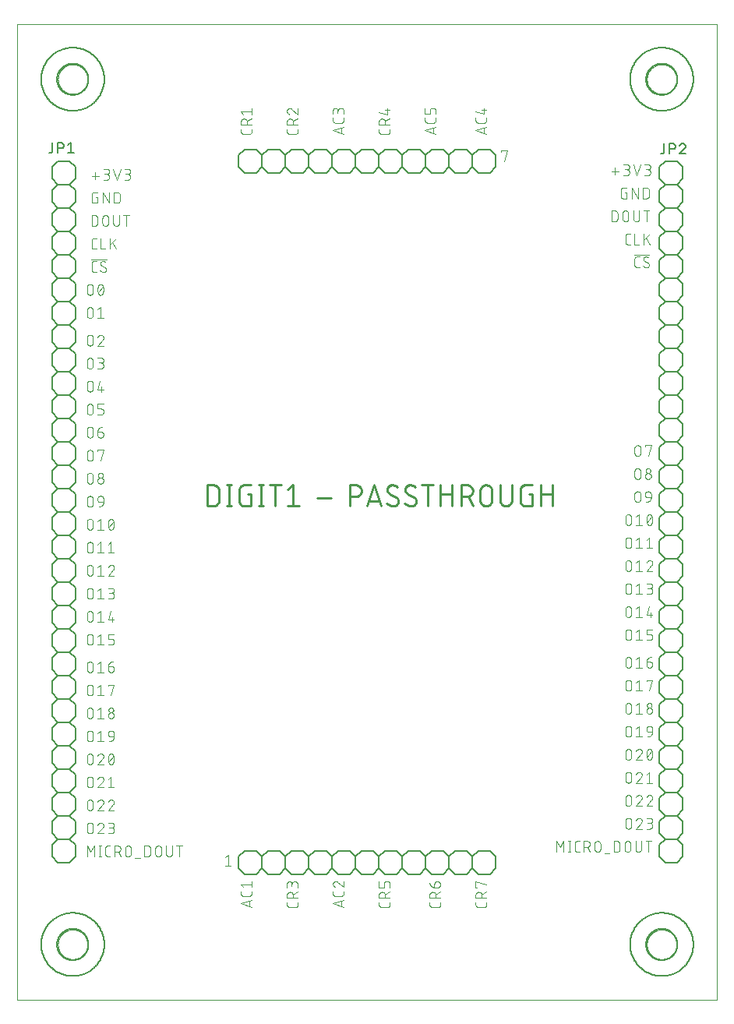
<source format=gto>
From 51b01522af86c36a5edf33779d5fe3c2b8273b70 Mon Sep 17 00:00:00 2001
From: kb0iic <kb0iic@berzerkula.org>
Date: Fri, 22 Jun 2018 21:01:53 -0500
Subject: Update Large digit boards with dimensions, unused pins and packages.

---
 eagle/5x7 Display/5x7_LARGE_DIGIT1_6952.GTO | 18832 ++++++++++++++++++++++++++
 1 file changed, 18832 insertions(+)
 create mode 100644 eagle/5x7 Display/5x7_LARGE_DIGIT1_6952.GTO

(limited to 'eagle/5x7 Display/5x7_LARGE_DIGIT1_6952.GTO')

diff --git a/eagle/5x7 Display/5x7_LARGE_DIGIT1_6952.GTO b/eagle/5x7 Display/5x7_LARGE_DIGIT1_6952.GTO
new file mode 100644
index 0000000..74a278b
--- /dev/null
+++ b/eagle/5x7 Display/5x7_LARGE_DIGIT1_6952.GTO	
@@ -0,0 +1,18832 @@
+G75*
+%MOIN*%
+%OFA0B0*%
+%FSLAX25Y25*%
+%IPPOS*%
+%LPD*%
+%AMOC8*
+5,1,8,0,0,1.08239X$1,22.5*
+%
+%ADD10C,0.00000*%
+%ADD11C,0.00400*%
+%ADD12C,0.01000*%
+%ADD13C,0.00600*%
+%ADD14C,0.00800*%
+%ADD15C,0.00500*%
+D10*
+X0012961Y0010993D02*
+X0012961Y0428315D01*
+X0312174Y0428315D01*
+X0312174Y0010993D01*
+X0012961Y0010993D01*
+X0030284Y0034615D02*
+X0030286Y0034773D01*
+X0030292Y0034931D01*
+X0030302Y0035089D01*
+X0030316Y0035247D01*
+X0030334Y0035404D01*
+X0030355Y0035561D01*
+X0030381Y0035717D01*
+X0030411Y0035873D01*
+X0030444Y0036028D01*
+X0030482Y0036181D01*
+X0030523Y0036334D01*
+X0030568Y0036486D01*
+X0030617Y0036637D01*
+X0030670Y0036786D01*
+X0030726Y0036934D01*
+X0030786Y0037080D01*
+X0030850Y0037225D01*
+X0030918Y0037368D01*
+X0030989Y0037510D01*
+X0031063Y0037650D01*
+X0031141Y0037787D01*
+X0031223Y0037923D01*
+X0031307Y0038057D01*
+X0031396Y0038188D01*
+X0031487Y0038317D01*
+X0031582Y0038444D01*
+X0031679Y0038569D01*
+X0031780Y0038691D01*
+X0031884Y0038810D01*
+X0031991Y0038927D01*
+X0032101Y0039041D01*
+X0032214Y0039152D01*
+X0032329Y0039261D01*
+X0032447Y0039366D01*
+X0032568Y0039468D01*
+X0032691Y0039568D01*
+X0032817Y0039664D01*
+X0032945Y0039757D01*
+X0033075Y0039847D01*
+X0033208Y0039933D01*
+X0033343Y0040017D01*
+X0033479Y0040096D01*
+X0033618Y0040173D01*
+X0033759Y0040245D01*
+X0033901Y0040315D01*
+X0034045Y0040380D01*
+X0034191Y0040442D01*
+X0034338Y0040500D01*
+X0034487Y0040555D01*
+X0034637Y0040606D01*
+X0034788Y0040653D01*
+X0034940Y0040696D01*
+X0035093Y0040735D01*
+X0035248Y0040771D01*
+X0035403Y0040802D01*
+X0035559Y0040830D01*
+X0035715Y0040854D01*
+X0035872Y0040874D01*
+X0036030Y0040890D01*
+X0036187Y0040902D01*
+X0036346Y0040910D01*
+X0036504Y0040914D01*
+X0036662Y0040914D01*
+X0036820Y0040910D01*
+X0036979Y0040902D01*
+X0037136Y0040890D01*
+X0037294Y0040874D01*
+X0037451Y0040854D01*
+X0037607Y0040830D01*
+X0037763Y0040802D01*
+X0037918Y0040771D01*
+X0038073Y0040735D01*
+X0038226Y0040696D01*
+X0038378Y0040653D01*
+X0038529Y0040606D01*
+X0038679Y0040555D01*
+X0038828Y0040500D01*
+X0038975Y0040442D01*
+X0039121Y0040380D01*
+X0039265Y0040315D01*
+X0039407Y0040245D01*
+X0039548Y0040173D01*
+X0039687Y0040096D01*
+X0039823Y0040017D01*
+X0039958Y0039933D01*
+X0040091Y0039847D01*
+X0040221Y0039757D01*
+X0040349Y0039664D01*
+X0040475Y0039568D01*
+X0040598Y0039468D01*
+X0040719Y0039366D01*
+X0040837Y0039261D01*
+X0040952Y0039152D01*
+X0041065Y0039041D01*
+X0041175Y0038927D01*
+X0041282Y0038810D01*
+X0041386Y0038691D01*
+X0041487Y0038569D01*
+X0041584Y0038444D01*
+X0041679Y0038317D01*
+X0041770Y0038188D01*
+X0041859Y0038057D01*
+X0041943Y0037923D01*
+X0042025Y0037787D01*
+X0042103Y0037650D01*
+X0042177Y0037510D01*
+X0042248Y0037368D01*
+X0042316Y0037225D01*
+X0042380Y0037080D01*
+X0042440Y0036934D01*
+X0042496Y0036786D01*
+X0042549Y0036637D01*
+X0042598Y0036486D01*
+X0042643Y0036334D01*
+X0042684Y0036181D01*
+X0042722Y0036028D01*
+X0042755Y0035873D01*
+X0042785Y0035717D01*
+X0042811Y0035561D01*
+X0042832Y0035404D01*
+X0042850Y0035247D01*
+X0042864Y0035089D01*
+X0042874Y0034931D01*
+X0042880Y0034773D01*
+X0042882Y0034615D01*
+X0042880Y0034457D01*
+X0042874Y0034299D01*
+X0042864Y0034141D01*
+X0042850Y0033983D01*
+X0042832Y0033826D01*
+X0042811Y0033669D01*
+X0042785Y0033513D01*
+X0042755Y0033357D01*
+X0042722Y0033202D01*
+X0042684Y0033049D01*
+X0042643Y0032896D01*
+X0042598Y0032744D01*
+X0042549Y0032593D01*
+X0042496Y0032444D01*
+X0042440Y0032296D01*
+X0042380Y0032150D01*
+X0042316Y0032005D01*
+X0042248Y0031862D01*
+X0042177Y0031720D01*
+X0042103Y0031580D01*
+X0042025Y0031443D01*
+X0041943Y0031307D01*
+X0041859Y0031173D01*
+X0041770Y0031042D01*
+X0041679Y0030913D01*
+X0041584Y0030786D01*
+X0041487Y0030661D01*
+X0041386Y0030539D01*
+X0041282Y0030420D01*
+X0041175Y0030303D01*
+X0041065Y0030189D01*
+X0040952Y0030078D01*
+X0040837Y0029969D01*
+X0040719Y0029864D01*
+X0040598Y0029762D01*
+X0040475Y0029662D01*
+X0040349Y0029566D01*
+X0040221Y0029473D01*
+X0040091Y0029383D01*
+X0039958Y0029297D01*
+X0039823Y0029213D01*
+X0039687Y0029134D01*
+X0039548Y0029057D01*
+X0039407Y0028985D01*
+X0039265Y0028915D01*
+X0039121Y0028850D01*
+X0038975Y0028788D01*
+X0038828Y0028730D01*
+X0038679Y0028675D01*
+X0038529Y0028624D01*
+X0038378Y0028577D01*
+X0038226Y0028534D01*
+X0038073Y0028495D01*
+X0037918Y0028459D01*
+X0037763Y0028428D01*
+X0037607Y0028400D01*
+X0037451Y0028376D01*
+X0037294Y0028356D01*
+X0037136Y0028340D01*
+X0036979Y0028328D01*
+X0036820Y0028320D01*
+X0036662Y0028316D01*
+X0036504Y0028316D01*
+X0036346Y0028320D01*
+X0036187Y0028328D01*
+X0036030Y0028340D01*
+X0035872Y0028356D01*
+X0035715Y0028376D01*
+X0035559Y0028400D01*
+X0035403Y0028428D01*
+X0035248Y0028459D01*
+X0035093Y0028495D01*
+X0034940Y0028534D01*
+X0034788Y0028577D01*
+X0034637Y0028624D01*
+X0034487Y0028675D01*
+X0034338Y0028730D01*
+X0034191Y0028788D01*
+X0034045Y0028850D01*
+X0033901Y0028915D01*
+X0033759Y0028985D01*
+X0033618Y0029057D01*
+X0033479Y0029134D01*
+X0033343Y0029213D01*
+X0033208Y0029297D01*
+X0033075Y0029383D01*
+X0032945Y0029473D01*
+X0032817Y0029566D01*
+X0032691Y0029662D01*
+X0032568Y0029762D01*
+X0032447Y0029864D01*
+X0032329Y0029969D01*
+X0032214Y0030078D01*
+X0032101Y0030189D01*
+X0031991Y0030303D01*
+X0031884Y0030420D01*
+X0031780Y0030539D01*
+X0031679Y0030661D01*
+X0031582Y0030786D01*
+X0031487Y0030913D01*
+X0031396Y0031042D01*
+X0031307Y0031173D01*
+X0031223Y0031307D01*
+X0031141Y0031443D01*
+X0031063Y0031580D01*
+X0030989Y0031720D01*
+X0030918Y0031862D01*
+X0030850Y0032005D01*
+X0030786Y0032150D01*
+X0030726Y0032296D01*
+X0030670Y0032444D01*
+X0030617Y0032593D01*
+X0030568Y0032744D01*
+X0030523Y0032896D01*
+X0030482Y0033049D01*
+X0030444Y0033202D01*
+X0030411Y0033357D01*
+X0030381Y0033513D01*
+X0030355Y0033669D01*
+X0030334Y0033826D01*
+X0030316Y0033983D01*
+X0030302Y0034141D01*
+X0030292Y0034299D01*
+X0030286Y0034457D01*
+X0030284Y0034615D01*
+X0282253Y0034615D02*
+X0282255Y0034773D01*
+X0282261Y0034931D01*
+X0282271Y0035089D01*
+X0282285Y0035247D01*
+X0282303Y0035404D01*
+X0282324Y0035561D01*
+X0282350Y0035717D01*
+X0282380Y0035873D01*
+X0282413Y0036028D01*
+X0282451Y0036181D01*
+X0282492Y0036334D01*
+X0282537Y0036486D01*
+X0282586Y0036637D01*
+X0282639Y0036786D01*
+X0282695Y0036934D01*
+X0282755Y0037080D01*
+X0282819Y0037225D01*
+X0282887Y0037368D01*
+X0282958Y0037510D01*
+X0283032Y0037650D01*
+X0283110Y0037787D01*
+X0283192Y0037923D01*
+X0283276Y0038057D01*
+X0283365Y0038188D01*
+X0283456Y0038317D01*
+X0283551Y0038444D01*
+X0283648Y0038569D01*
+X0283749Y0038691D01*
+X0283853Y0038810D01*
+X0283960Y0038927D01*
+X0284070Y0039041D01*
+X0284183Y0039152D01*
+X0284298Y0039261D01*
+X0284416Y0039366D01*
+X0284537Y0039468D01*
+X0284660Y0039568D01*
+X0284786Y0039664D01*
+X0284914Y0039757D01*
+X0285044Y0039847D01*
+X0285177Y0039933D01*
+X0285312Y0040017D01*
+X0285448Y0040096D01*
+X0285587Y0040173D01*
+X0285728Y0040245D01*
+X0285870Y0040315D01*
+X0286014Y0040380D01*
+X0286160Y0040442D01*
+X0286307Y0040500D01*
+X0286456Y0040555D01*
+X0286606Y0040606D01*
+X0286757Y0040653D01*
+X0286909Y0040696D01*
+X0287062Y0040735D01*
+X0287217Y0040771D01*
+X0287372Y0040802D01*
+X0287528Y0040830D01*
+X0287684Y0040854D01*
+X0287841Y0040874D01*
+X0287999Y0040890D01*
+X0288156Y0040902D01*
+X0288315Y0040910D01*
+X0288473Y0040914D01*
+X0288631Y0040914D01*
+X0288789Y0040910D01*
+X0288948Y0040902D01*
+X0289105Y0040890D01*
+X0289263Y0040874D01*
+X0289420Y0040854D01*
+X0289576Y0040830D01*
+X0289732Y0040802D01*
+X0289887Y0040771D01*
+X0290042Y0040735D01*
+X0290195Y0040696D01*
+X0290347Y0040653D01*
+X0290498Y0040606D01*
+X0290648Y0040555D01*
+X0290797Y0040500D01*
+X0290944Y0040442D01*
+X0291090Y0040380D01*
+X0291234Y0040315D01*
+X0291376Y0040245D01*
+X0291517Y0040173D01*
+X0291656Y0040096D01*
+X0291792Y0040017D01*
+X0291927Y0039933D01*
+X0292060Y0039847D01*
+X0292190Y0039757D01*
+X0292318Y0039664D01*
+X0292444Y0039568D01*
+X0292567Y0039468D01*
+X0292688Y0039366D01*
+X0292806Y0039261D01*
+X0292921Y0039152D01*
+X0293034Y0039041D01*
+X0293144Y0038927D01*
+X0293251Y0038810D01*
+X0293355Y0038691D01*
+X0293456Y0038569D01*
+X0293553Y0038444D01*
+X0293648Y0038317D01*
+X0293739Y0038188D01*
+X0293828Y0038057D01*
+X0293912Y0037923D01*
+X0293994Y0037787D01*
+X0294072Y0037650D01*
+X0294146Y0037510D01*
+X0294217Y0037368D01*
+X0294285Y0037225D01*
+X0294349Y0037080D01*
+X0294409Y0036934D01*
+X0294465Y0036786D01*
+X0294518Y0036637D01*
+X0294567Y0036486D01*
+X0294612Y0036334D01*
+X0294653Y0036181D01*
+X0294691Y0036028D01*
+X0294724Y0035873D01*
+X0294754Y0035717D01*
+X0294780Y0035561D01*
+X0294801Y0035404D01*
+X0294819Y0035247D01*
+X0294833Y0035089D01*
+X0294843Y0034931D01*
+X0294849Y0034773D01*
+X0294851Y0034615D01*
+X0294849Y0034457D01*
+X0294843Y0034299D01*
+X0294833Y0034141D01*
+X0294819Y0033983D01*
+X0294801Y0033826D01*
+X0294780Y0033669D01*
+X0294754Y0033513D01*
+X0294724Y0033357D01*
+X0294691Y0033202D01*
+X0294653Y0033049D01*
+X0294612Y0032896D01*
+X0294567Y0032744D01*
+X0294518Y0032593D01*
+X0294465Y0032444D01*
+X0294409Y0032296D01*
+X0294349Y0032150D01*
+X0294285Y0032005D01*
+X0294217Y0031862D01*
+X0294146Y0031720D01*
+X0294072Y0031580D01*
+X0293994Y0031443D01*
+X0293912Y0031307D01*
+X0293828Y0031173D01*
+X0293739Y0031042D01*
+X0293648Y0030913D01*
+X0293553Y0030786D01*
+X0293456Y0030661D01*
+X0293355Y0030539D01*
+X0293251Y0030420D01*
+X0293144Y0030303D01*
+X0293034Y0030189D01*
+X0292921Y0030078D01*
+X0292806Y0029969D01*
+X0292688Y0029864D01*
+X0292567Y0029762D01*
+X0292444Y0029662D01*
+X0292318Y0029566D01*
+X0292190Y0029473D01*
+X0292060Y0029383D01*
+X0291927Y0029297D01*
+X0291792Y0029213D01*
+X0291656Y0029134D01*
+X0291517Y0029057D01*
+X0291376Y0028985D01*
+X0291234Y0028915D01*
+X0291090Y0028850D01*
+X0290944Y0028788D01*
+X0290797Y0028730D01*
+X0290648Y0028675D01*
+X0290498Y0028624D01*
+X0290347Y0028577D01*
+X0290195Y0028534D01*
+X0290042Y0028495D01*
+X0289887Y0028459D01*
+X0289732Y0028428D01*
+X0289576Y0028400D01*
+X0289420Y0028376D01*
+X0289263Y0028356D01*
+X0289105Y0028340D01*
+X0288948Y0028328D01*
+X0288789Y0028320D01*
+X0288631Y0028316D01*
+X0288473Y0028316D01*
+X0288315Y0028320D01*
+X0288156Y0028328D01*
+X0287999Y0028340D01*
+X0287841Y0028356D01*
+X0287684Y0028376D01*
+X0287528Y0028400D01*
+X0287372Y0028428D01*
+X0287217Y0028459D01*
+X0287062Y0028495D01*
+X0286909Y0028534D01*
+X0286757Y0028577D01*
+X0286606Y0028624D01*
+X0286456Y0028675D01*
+X0286307Y0028730D01*
+X0286160Y0028788D01*
+X0286014Y0028850D01*
+X0285870Y0028915D01*
+X0285728Y0028985D01*
+X0285587Y0029057D01*
+X0285448Y0029134D01*
+X0285312Y0029213D01*
+X0285177Y0029297D01*
+X0285044Y0029383D01*
+X0284914Y0029473D01*
+X0284786Y0029566D01*
+X0284660Y0029662D01*
+X0284537Y0029762D01*
+X0284416Y0029864D01*
+X0284298Y0029969D01*
+X0284183Y0030078D01*
+X0284070Y0030189D01*
+X0283960Y0030303D01*
+X0283853Y0030420D01*
+X0283749Y0030539D01*
+X0283648Y0030661D01*
+X0283551Y0030786D01*
+X0283456Y0030913D01*
+X0283365Y0031042D01*
+X0283276Y0031173D01*
+X0283192Y0031307D01*
+X0283110Y0031443D01*
+X0283032Y0031580D01*
+X0282958Y0031720D01*
+X0282887Y0031862D01*
+X0282819Y0032005D01*
+X0282755Y0032150D01*
+X0282695Y0032296D01*
+X0282639Y0032444D01*
+X0282586Y0032593D01*
+X0282537Y0032744D01*
+X0282492Y0032896D01*
+X0282451Y0033049D01*
+X0282413Y0033202D01*
+X0282380Y0033357D01*
+X0282350Y0033513D01*
+X0282324Y0033669D01*
+X0282303Y0033826D01*
+X0282285Y0033983D01*
+X0282271Y0034141D01*
+X0282261Y0034299D01*
+X0282255Y0034457D01*
+X0282253Y0034615D01*
+X0282253Y0404693D02*
+X0282255Y0404851D01*
+X0282261Y0405009D01*
+X0282271Y0405167D01*
+X0282285Y0405325D01*
+X0282303Y0405482D01*
+X0282324Y0405639D01*
+X0282350Y0405795D01*
+X0282380Y0405951D01*
+X0282413Y0406106D01*
+X0282451Y0406259D01*
+X0282492Y0406412D01*
+X0282537Y0406564D01*
+X0282586Y0406715D01*
+X0282639Y0406864D01*
+X0282695Y0407012D01*
+X0282755Y0407158D01*
+X0282819Y0407303D01*
+X0282887Y0407446D01*
+X0282958Y0407588D01*
+X0283032Y0407728D01*
+X0283110Y0407865D01*
+X0283192Y0408001D01*
+X0283276Y0408135D01*
+X0283365Y0408266D01*
+X0283456Y0408395D01*
+X0283551Y0408522D01*
+X0283648Y0408647D01*
+X0283749Y0408769D01*
+X0283853Y0408888D01*
+X0283960Y0409005D01*
+X0284070Y0409119D01*
+X0284183Y0409230D01*
+X0284298Y0409339D01*
+X0284416Y0409444D01*
+X0284537Y0409546D01*
+X0284660Y0409646D01*
+X0284786Y0409742D01*
+X0284914Y0409835D01*
+X0285044Y0409925D01*
+X0285177Y0410011D01*
+X0285312Y0410095D01*
+X0285448Y0410174D01*
+X0285587Y0410251D01*
+X0285728Y0410323D01*
+X0285870Y0410393D01*
+X0286014Y0410458D01*
+X0286160Y0410520D01*
+X0286307Y0410578D01*
+X0286456Y0410633D01*
+X0286606Y0410684D01*
+X0286757Y0410731D01*
+X0286909Y0410774D01*
+X0287062Y0410813D01*
+X0287217Y0410849D01*
+X0287372Y0410880D01*
+X0287528Y0410908D01*
+X0287684Y0410932D01*
+X0287841Y0410952D01*
+X0287999Y0410968D01*
+X0288156Y0410980D01*
+X0288315Y0410988D01*
+X0288473Y0410992D01*
+X0288631Y0410992D01*
+X0288789Y0410988D01*
+X0288948Y0410980D01*
+X0289105Y0410968D01*
+X0289263Y0410952D01*
+X0289420Y0410932D01*
+X0289576Y0410908D01*
+X0289732Y0410880D01*
+X0289887Y0410849D01*
+X0290042Y0410813D01*
+X0290195Y0410774D01*
+X0290347Y0410731D01*
+X0290498Y0410684D01*
+X0290648Y0410633D01*
+X0290797Y0410578D01*
+X0290944Y0410520D01*
+X0291090Y0410458D01*
+X0291234Y0410393D01*
+X0291376Y0410323D01*
+X0291517Y0410251D01*
+X0291656Y0410174D01*
+X0291792Y0410095D01*
+X0291927Y0410011D01*
+X0292060Y0409925D01*
+X0292190Y0409835D01*
+X0292318Y0409742D01*
+X0292444Y0409646D01*
+X0292567Y0409546D01*
+X0292688Y0409444D01*
+X0292806Y0409339D01*
+X0292921Y0409230D01*
+X0293034Y0409119D01*
+X0293144Y0409005D01*
+X0293251Y0408888D01*
+X0293355Y0408769D01*
+X0293456Y0408647D01*
+X0293553Y0408522D01*
+X0293648Y0408395D01*
+X0293739Y0408266D01*
+X0293828Y0408135D01*
+X0293912Y0408001D01*
+X0293994Y0407865D01*
+X0294072Y0407728D01*
+X0294146Y0407588D01*
+X0294217Y0407446D01*
+X0294285Y0407303D01*
+X0294349Y0407158D01*
+X0294409Y0407012D01*
+X0294465Y0406864D01*
+X0294518Y0406715D01*
+X0294567Y0406564D01*
+X0294612Y0406412D01*
+X0294653Y0406259D01*
+X0294691Y0406106D01*
+X0294724Y0405951D01*
+X0294754Y0405795D01*
+X0294780Y0405639D01*
+X0294801Y0405482D01*
+X0294819Y0405325D01*
+X0294833Y0405167D01*
+X0294843Y0405009D01*
+X0294849Y0404851D01*
+X0294851Y0404693D01*
+X0294849Y0404535D01*
+X0294843Y0404377D01*
+X0294833Y0404219D01*
+X0294819Y0404061D01*
+X0294801Y0403904D01*
+X0294780Y0403747D01*
+X0294754Y0403591D01*
+X0294724Y0403435D01*
+X0294691Y0403280D01*
+X0294653Y0403127D01*
+X0294612Y0402974D01*
+X0294567Y0402822D01*
+X0294518Y0402671D01*
+X0294465Y0402522D01*
+X0294409Y0402374D01*
+X0294349Y0402228D01*
+X0294285Y0402083D01*
+X0294217Y0401940D01*
+X0294146Y0401798D01*
+X0294072Y0401658D01*
+X0293994Y0401521D01*
+X0293912Y0401385D01*
+X0293828Y0401251D01*
+X0293739Y0401120D01*
+X0293648Y0400991D01*
+X0293553Y0400864D01*
+X0293456Y0400739D01*
+X0293355Y0400617D01*
+X0293251Y0400498D01*
+X0293144Y0400381D01*
+X0293034Y0400267D01*
+X0292921Y0400156D01*
+X0292806Y0400047D01*
+X0292688Y0399942D01*
+X0292567Y0399840D01*
+X0292444Y0399740D01*
+X0292318Y0399644D01*
+X0292190Y0399551D01*
+X0292060Y0399461D01*
+X0291927Y0399375D01*
+X0291792Y0399291D01*
+X0291656Y0399212D01*
+X0291517Y0399135D01*
+X0291376Y0399063D01*
+X0291234Y0398993D01*
+X0291090Y0398928D01*
+X0290944Y0398866D01*
+X0290797Y0398808D01*
+X0290648Y0398753D01*
+X0290498Y0398702D01*
+X0290347Y0398655D01*
+X0290195Y0398612D01*
+X0290042Y0398573D01*
+X0289887Y0398537D01*
+X0289732Y0398506D01*
+X0289576Y0398478D01*
+X0289420Y0398454D01*
+X0289263Y0398434D01*
+X0289105Y0398418D01*
+X0288948Y0398406D01*
+X0288789Y0398398D01*
+X0288631Y0398394D01*
+X0288473Y0398394D01*
+X0288315Y0398398D01*
+X0288156Y0398406D01*
+X0287999Y0398418D01*
+X0287841Y0398434D01*
+X0287684Y0398454D01*
+X0287528Y0398478D01*
+X0287372Y0398506D01*
+X0287217Y0398537D01*
+X0287062Y0398573D01*
+X0286909Y0398612D01*
+X0286757Y0398655D01*
+X0286606Y0398702D01*
+X0286456Y0398753D01*
+X0286307Y0398808D01*
+X0286160Y0398866D01*
+X0286014Y0398928D01*
+X0285870Y0398993D01*
+X0285728Y0399063D01*
+X0285587Y0399135D01*
+X0285448Y0399212D01*
+X0285312Y0399291D01*
+X0285177Y0399375D01*
+X0285044Y0399461D01*
+X0284914Y0399551D01*
+X0284786Y0399644D01*
+X0284660Y0399740D01*
+X0284537Y0399840D01*
+X0284416Y0399942D01*
+X0284298Y0400047D01*
+X0284183Y0400156D01*
+X0284070Y0400267D01*
+X0283960Y0400381D01*
+X0283853Y0400498D01*
+X0283749Y0400617D01*
+X0283648Y0400739D01*
+X0283551Y0400864D01*
+X0283456Y0400991D01*
+X0283365Y0401120D01*
+X0283276Y0401251D01*
+X0283192Y0401385D01*
+X0283110Y0401521D01*
+X0283032Y0401658D01*
+X0282958Y0401798D01*
+X0282887Y0401940D01*
+X0282819Y0402083D01*
+X0282755Y0402228D01*
+X0282695Y0402374D01*
+X0282639Y0402522D01*
+X0282586Y0402671D01*
+X0282537Y0402822D01*
+X0282492Y0402974D01*
+X0282451Y0403127D01*
+X0282413Y0403280D01*
+X0282380Y0403435D01*
+X0282350Y0403591D01*
+X0282324Y0403747D01*
+X0282303Y0403904D01*
+X0282285Y0404061D01*
+X0282271Y0404219D01*
+X0282261Y0404377D01*
+X0282255Y0404535D01*
+X0282253Y0404693D01*
+X0030284Y0404693D02*
+X0030286Y0404851D01*
+X0030292Y0405009D01*
+X0030302Y0405167D01*
+X0030316Y0405325D01*
+X0030334Y0405482D01*
+X0030355Y0405639D01*
+X0030381Y0405795D01*
+X0030411Y0405951D01*
+X0030444Y0406106D01*
+X0030482Y0406259D01*
+X0030523Y0406412D01*
+X0030568Y0406564D01*
+X0030617Y0406715D01*
+X0030670Y0406864D01*
+X0030726Y0407012D01*
+X0030786Y0407158D01*
+X0030850Y0407303D01*
+X0030918Y0407446D01*
+X0030989Y0407588D01*
+X0031063Y0407728D01*
+X0031141Y0407865D01*
+X0031223Y0408001D01*
+X0031307Y0408135D01*
+X0031396Y0408266D01*
+X0031487Y0408395D01*
+X0031582Y0408522D01*
+X0031679Y0408647D01*
+X0031780Y0408769D01*
+X0031884Y0408888D01*
+X0031991Y0409005D01*
+X0032101Y0409119D01*
+X0032214Y0409230D01*
+X0032329Y0409339D01*
+X0032447Y0409444D01*
+X0032568Y0409546D01*
+X0032691Y0409646D01*
+X0032817Y0409742D01*
+X0032945Y0409835D01*
+X0033075Y0409925D01*
+X0033208Y0410011D01*
+X0033343Y0410095D01*
+X0033479Y0410174D01*
+X0033618Y0410251D01*
+X0033759Y0410323D01*
+X0033901Y0410393D01*
+X0034045Y0410458D01*
+X0034191Y0410520D01*
+X0034338Y0410578D01*
+X0034487Y0410633D01*
+X0034637Y0410684D01*
+X0034788Y0410731D01*
+X0034940Y0410774D01*
+X0035093Y0410813D01*
+X0035248Y0410849D01*
+X0035403Y0410880D01*
+X0035559Y0410908D01*
+X0035715Y0410932D01*
+X0035872Y0410952D01*
+X0036030Y0410968D01*
+X0036187Y0410980D01*
+X0036346Y0410988D01*
+X0036504Y0410992D01*
+X0036662Y0410992D01*
+X0036820Y0410988D01*
+X0036979Y0410980D01*
+X0037136Y0410968D01*
+X0037294Y0410952D01*
+X0037451Y0410932D01*
+X0037607Y0410908D01*
+X0037763Y0410880D01*
+X0037918Y0410849D01*
+X0038073Y0410813D01*
+X0038226Y0410774D01*
+X0038378Y0410731D01*
+X0038529Y0410684D01*
+X0038679Y0410633D01*
+X0038828Y0410578D01*
+X0038975Y0410520D01*
+X0039121Y0410458D01*
+X0039265Y0410393D01*
+X0039407Y0410323D01*
+X0039548Y0410251D01*
+X0039687Y0410174D01*
+X0039823Y0410095D01*
+X0039958Y0410011D01*
+X0040091Y0409925D01*
+X0040221Y0409835D01*
+X0040349Y0409742D01*
+X0040475Y0409646D01*
+X0040598Y0409546D01*
+X0040719Y0409444D01*
+X0040837Y0409339D01*
+X0040952Y0409230D01*
+X0041065Y0409119D01*
+X0041175Y0409005D01*
+X0041282Y0408888D01*
+X0041386Y0408769D01*
+X0041487Y0408647D01*
+X0041584Y0408522D01*
+X0041679Y0408395D01*
+X0041770Y0408266D01*
+X0041859Y0408135D01*
+X0041943Y0408001D01*
+X0042025Y0407865D01*
+X0042103Y0407728D01*
+X0042177Y0407588D01*
+X0042248Y0407446D01*
+X0042316Y0407303D01*
+X0042380Y0407158D01*
+X0042440Y0407012D01*
+X0042496Y0406864D01*
+X0042549Y0406715D01*
+X0042598Y0406564D01*
+X0042643Y0406412D01*
+X0042684Y0406259D01*
+X0042722Y0406106D01*
+X0042755Y0405951D01*
+X0042785Y0405795D01*
+X0042811Y0405639D01*
+X0042832Y0405482D01*
+X0042850Y0405325D01*
+X0042864Y0405167D01*
+X0042874Y0405009D01*
+X0042880Y0404851D01*
+X0042882Y0404693D01*
+X0042880Y0404535D01*
+X0042874Y0404377D01*
+X0042864Y0404219D01*
+X0042850Y0404061D01*
+X0042832Y0403904D01*
+X0042811Y0403747D01*
+X0042785Y0403591D01*
+X0042755Y0403435D01*
+X0042722Y0403280D01*
+X0042684Y0403127D01*
+X0042643Y0402974D01*
+X0042598Y0402822D01*
+X0042549Y0402671D01*
+X0042496Y0402522D01*
+X0042440Y0402374D01*
+X0042380Y0402228D01*
+X0042316Y0402083D01*
+X0042248Y0401940D01*
+X0042177Y0401798D01*
+X0042103Y0401658D01*
+X0042025Y0401521D01*
+X0041943Y0401385D01*
+X0041859Y0401251D01*
+X0041770Y0401120D01*
+X0041679Y0400991D01*
+X0041584Y0400864D01*
+X0041487Y0400739D01*
+X0041386Y0400617D01*
+X0041282Y0400498D01*
+X0041175Y0400381D01*
+X0041065Y0400267D01*
+X0040952Y0400156D01*
+X0040837Y0400047D01*
+X0040719Y0399942D01*
+X0040598Y0399840D01*
+X0040475Y0399740D01*
+X0040349Y0399644D01*
+X0040221Y0399551D01*
+X0040091Y0399461D01*
+X0039958Y0399375D01*
+X0039823Y0399291D01*
+X0039687Y0399212D01*
+X0039548Y0399135D01*
+X0039407Y0399063D01*
+X0039265Y0398993D01*
+X0039121Y0398928D01*
+X0038975Y0398866D01*
+X0038828Y0398808D01*
+X0038679Y0398753D01*
+X0038529Y0398702D01*
+X0038378Y0398655D01*
+X0038226Y0398612D01*
+X0038073Y0398573D01*
+X0037918Y0398537D01*
+X0037763Y0398506D01*
+X0037607Y0398478D01*
+X0037451Y0398454D01*
+X0037294Y0398434D01*
+X0037136Y0398418D01*
+X0036979Y0398406D01*
+X0036820Y0398398D01*
+X0036662Y0398394D01*
+X0036504Y0398394D01*
+X0036346Y0398398D01*
+X0036187Y0398406D01*
+X0036030Y0398418D01*
+X0035872Y0398434D01*
+X0035715Y0398454D01*
+X0035559Y0398478D01*
+X0035403Y0398506D01*
+X0035248Y0398537D01*
+X0035093Y0398573D01*
+X0034940Y0398612D01*
+X0034788Y0398655D01*
+X0034637Y0398702D01*
+X0034487Y0398753D01*
+X0034338Y0398808D01*
+X0034191Y0398866D01*
+X0034045Y0398928D01*
+X0033901Y0398993D01*
+X0033759Y0399063D01*
+X0033618Y0399135D01*
+X0033479Y0399212D01*
+X0033343Y0399291D01*
+X0033208Y0399375D01*
+X0033075Y0399461D01*
+X0032945Y0399551D01*
+X0032817Y0399644D01*
+X0032691Y0399740D01*
+X0032568Y0399840D01*
+X0032447Y0399942D01*
+X0032329Y0400047D01*
+X0032214Y0400156D01*
+X0032101Y0400267D01*
+X0031991Y0400381D01*
+X0031884Y0400498D01*
+X0031780Y0400617D01*
+X0031679Y0400739D01*
+X0031582Y0400864D01*
+X0031487Y0400991D01*
+X0031396Y0401120D01*
+X0031307Y0401251D01*
+X0031223Y0401385D01*
+X0031141Y0401521D01*
+X0031063Y0401658D01*
+X0030989Y0401798D01*
+X0030918Y0401940D01*
+X0030850Y0402083D01*
+X0030786Y0402228D01*
+X0030726Y0402374D01*
+X0030670Y0402522D01*
+X0030617Y0402671D01*
+X0030568Y0402822D01*
+X0030523Y0402974D01*
+X0030482Y0403127D01*
+X0030444Y0403280D01*
+X0030411Y0403435D01*
+X0030381Y0403591D01*
+X0030355Y0403747D01*
+X0030334Y0403904D01*
+X0030316Y0404061D01*
+X0030302Y0404219D01*
+X0030292Y0404377D01*
+X0030286Y0404535D01*
+X0030284Y0404693D01*
+D11*
+X0046190Y0364908D02*
+X0046190Y0361842D01*
+X0044657Y0363375D02*
+X0047724Y0363375D01*
+X0050224Y0364142D02*
+X0051246Y0364142D01*
+X0051309Y0364144D01*
+X0051372Y0364150D01*
+X0051434Y0364159D01*
+X0051495Y0364173D01*
+X0051556Y0364190D01*
+X0051615Y0364211D01*
+X0051673Y0364236D01*
+X0051730Y0364264D01*
+X0051784Y0364295D01*
+X0051836Y0364330D01*
+X0051887Y0364368D01*
+X0051935Y0364409D01*
+X0051980Y0364453D01*
+X0052022Y0364499D01*
+X0052062Y0364548D01*
+X0052098Y0364599D01*
+X0052131Y0364653D01*
+X0052161Y0364708D01*
+X0052187Y0364766D01*
+X0052210Y0364824D01*
+X0052229Y0364884D01*
+X0052244Y0364945D01*
+X0052256Y0365007D01*
+X0052264Y0365070D01*
+X0052268Y0365133D01*
+X0052268Y0365195D01*
+X0052264Y0365258D01*
+X0052256Y0365321D01*
+X0052244Y0365383D01*
+X0052229Y0365444D01*
+X0052210Y0365504D01*
+X0052187Y0365562D01*
+X0052161Y0365620D01*
+X0052131Y0365675D01*
+X0052098Y0365729D01*
+X0052062Y0365780D01*
+X0052022Y0365829D01*
+X0051980Y0365875D01*
+X0051935Y0365919D01*
+X0051887Y0365960D01*
+X0051836Y0365998D01*
+X0051784Y0366033D01*
+X0051730Y0366064D01*
+X0051673Y0366092D01*
+X0051615Y0366117D01*
+X0051556Y0366138D01*
+X0051495Y0366155D01*
+X0051434Y0366169D01*
+X0051372Y0366178D01*
+X0051309Y0366184D01*
+X0051246Y0366186D01*
+X0049713Y0366186D01*
+X0050990Y0364142D02*
+X0051060Y0364140D01*
+X0051131Y0364134D01*
+X0051200Y0364125D01*
+X0051269Y0364111D01*
+X0051338Y0364094D01*
+X0051405Y0364073D01*
+X0051471Y0364048D01*
+X0051535Y0364020D01*
+X0051598Y0363988D01*
+X0051659Y0363953D01*
+X0051718Y0363914D01*
+X0051775Y0363873D01*
+X0051829Y0363828D01*
+X0051881Y0363780D01*
+X0051930Y0363730D01*
+X0051977Y0363676D01*
+X0052020Y0363621D01*
+X0052060Y0363563D01*
+X0052097Y0363503D01*
+X0052130Y0363441D01*
+X0052160Y0363377D01*
+X0052187Y0363312D01*
+X0052210Y0363246D01*
+X0052229Y0363178D01*
+X0052244Y0363109D01*
+X0052256Y0363040D01*
+X0052264Y0362970D01*
+X0052268Y0362899D01*
+X0052268Y0362829D01*
+X0052264Y0362758D01*
+X0052256Y0362688D01*
+X0052244Y0362619D01*
+X0052229Y0362550D01*
+X0052210Y0362482D01*
+X0052187Y0362416D01*
+X0052160Y0362351D01*
+X0052130Y0362287D01*
+X0052097Y0362225D01*
+X0052060Y0362165D01*
+X0052020Y0362107D01*
+X0051977Y0362052D01*
+X0051930Y0361998D01*
+X0051881Y0361948D01*
+X0051829Y0361900D01*
+X0051775Y0361855D01*
+X0051718Y0361814D01*
+X0051659Y0361775D01*
+X0051598Y0361740D01*
+X0051535Y0361708D01*
+X0051471Y0361680D01*
+X0051405Y0361655D01*
+X0051338Y0361634D01*
+X0051269Y0361617D01*
+X0051200Y0361603D01*
+X0051131Y0361594D01*
+X0051060Y0361588D01*
+X0050990Y0361586D01*
+X0049713Y0361586D01*
+X0049457Y0356344D02*
+X0052013Y0351744D01*
+X0052013Y0356344D01*
+X0054257Y0356344D02*
+X0055535Y0356344D01*
+X0054257Y0356344D02*
+X0054257Y0351744D01*
+X0055535Y0351744D01*
+X0055535Y0351743D02*
+X0055604Y0351745D01*
+X0055673Y0351750D01*
+X0055742Y0351760D01*
+X0055810Y0351773D01*
+X0055877Y0351790D01*
+X0055943Y0351810D01*
+X0056008Y0351834D01*
+X0056072Y0351861D01*
+X0056134Y0351892D01*
+X0056194Y0351926D01*
+X0056252Y0351963D01*
+X0056308Y0352004D01*
+X0056362Y0352047D01*
+X0056414Y0352093D01*
+X0056463Y0352142D01*
+X0056509Y0352194D01*
+X0056552Y0352248D01*
+X0056593Y0352304D01*
+X0056630Y0352362D01*
+X0056664Y0352422D01*
+X0056695Y0352484D01*
+X0056722Y0352548D01*
+X0056746Y0352613D01*
+X0056766Y0352679D01*
+X0056783Y0352746D01*
+X0056796Y0352814D01*
+X0056806Y0352883D01*
+X0056811Y0352952D01*
+X0056813Y0353021D01*
+X0056813Y0355066D01*
+X0056811Y0355135D01*
+X0056806Y0355204D01*
+X0056796Y0355273D01*
+X0056783Y0355341D01*
+X0056766Y0355408D01*
+X0056746Y0355474D01*
+X0056722Y0355539D01*
+X0056695Y0355603D01*
+X0056664Y0355665D01*
+X0056630Y0355725D01*
+X0056593Y0355783D01*
+X0056552Y0355839D01*
+X0056509Y0355893D01*
+X0056463Y0355945D01*
+X0056414Y0355994D01*
+X0056362Y0356040D01*
+X0056308Y0356083D01*
+X0056252Y0356124D01*
+X0056194Y0356161D01*
+X0056134Y0356195D01*
+X0056072Y0356226D01*
+X0056008Y0356253D01*
+X0055943Y0356277D01*
+X0055877Y0356297D01*
+X0055810Y0356314D01*
+X0055742Y0356327D01*
+X0055673Y0356337D01*
+X0055604Y0356342D01*
+X0055535Y0356344D01*
+X0055490Y0361586D02*
+X0057024Y0366186D01*
+X0058713Y0366186D02*
+X0060246Y0366186D01*
+X0060309Y0366184D01*
+X0060372Y0366178D01*
+X0060434Y0366169D01*
+X0060495Y0366155D01*
+X0060556Y0366138D01*
+X0060615Y0366117D01*
+X0060673Y0366092D01*
+X0060730Y0366064D01*
+X0060784Y0366033D01*
+X0060836Y0365998D01*
+X0060887Y0365960D01*
+X0060935Y0365919D01*
+X0060980Y0365875D01*
+X0061022Y0365829D01*
+X0061062Y0365780D01*
+X0061098Y0365729D01*
+X0061131Y0365675D01*
+X0061161Y0365620D01*
+X0061187Y0365562D01*
+X0061210Y0365504D01*
+X0061229Y0365444D01*
+X0061244Y0365383D01*
+X0061256Y0365321D01*
+X0061264Y0365258D01*
+X0061268Y0365195D01*
+X0061268Y0365133D01*
+X0061264Y0365070D01*
+X0061256Y0365007D01*
+X0061244Y0364945D01*
+X0061229Y0364884D01*
+X0061210Y0364824D01*
+X0061187Y0364766D01*
+X0061161Y0364708D01*
+X0061131Y0364653D01*
+X0061098Y0364599D01*
+X0061062Y0364548D01*
+X0061022Y0364499D01*
+X0060980Y0364453D01*
+X0060935Y0364409D01*
+X0060887Y0364368D01*
+X0060836Y0364330D01*
+X0060784Y0364295D01*
+X0060730Y0364264D01*
+X0060673Y0364236D01*
+X0060615Y0364211D01*
+X0060556Y0364190D01*
+X0060495Y0364173D01*
+X0060434Y0364159D01*
+X0060372Y0364150D01*
+X0060309Y0364144D01*
+X0060246Y0364142D01*
+X0059224Y0364142D01*
+X0059990Y0364142D02*
+X0060060Y0364140D01*
+X0060131Y0364134D01*
+X0060200Y0364125D01*
+X0060269Y0364111D01*
+X0060338Y0364094D01*
+X0060405Y0364073D01*
+X0060471Y0364048D01*
+X0060535Y0364020D01*
+X0060598Y0363988D01*
+X0060659Y0363953D01*
+X0060718Y0363914D01*
+X0060775Y0363873D01*
+X0060829Y0363828D01*
+X0060881Y0363780D01*
+X0060930Y0363730D01*
+X0060977Y0363676D01*
+X0061020Y0363621D01*
+X0061060Y0363563D01*
+X0061097Y0363503D01*
+X0061130Y0363441D01*
+X0061160Y0363377D01*
+X0061187Y0363312D01*
+X0061210Y0363246D01*
+X0061229Y0363178D01*
+X0061244Y0363109D01*
+X0061256Y0363040D01*
+X0061264Y0362970D01*
+X0061268Y0362899D01*
+X0061268Y0362829D01*
+X0061264Y0362758D01*
+X0061256Y0362688D01*
+X0061244Y0362619D01*
+X0061229Y0362550D01*
+X0061210Y0362482D01*
+X0061187Y0362416D01*
+X0061160Y0362351D01*
+X0061130Y0362287D01*
+X0061097Y0362225D01*
+X0061060Y0362165D01*
+X0061020Y0362107D01*
+X0060977Y0362052D01*
+X0060930Y0361998D01*
+X0060881Y0361948D01*
+X0060829Y0361900D01*
+X0060775Y0361855D01*
+X0060718Y0361814D01*
+X0060659Y0361775D01*
+X0060598Y0361740D01*
+X0060535Y0361708D01*
+X0060471Y0361680D01*
+X0060405Y0361655D01*
+X0060338Y0361634D01*
+X0060269Y0361617D01*
+X0060200Y0361603D01*
+X0060131Y0361594D01*
+X0060060Y0361588D01*
+X0059990Y0361586D01*
+X0058713Y0361586D01*
+X0055490Y0361586D02*
+X0053957Y0366186D01*
+X0049457Y0356344D02*
+X0049457Y0351744D01*
+X0047213Y0351744D02*
+X0045679Y0351744D01*
+X0045617Y0351746D01*
+X0045556Y0351751D01*
+X0045495Y0351761D01*
+X0045434Y0351774D01*
+X0045375Y0351790D01*
+X0045317Y0351810D01*
+X0045260Y0351834D01*
+X0045204Y0351861D01*
+X0045150Y0351891D01*
+X0045098Y0351925D01*
+X0045049Y0351961D01*
+X0045001Y0352001D01*
+X0044956Y0352043D01*
+X0044914Y0352088D01*
+X0044874Y0352136D01*
+X0044838Y0352185D01*
+X0044804Y0352237D01*
+X0044774Y0352291D01*
+X0044747Y0352347D01*
+X0044723Y0352404D01*
+X0044703Y0352462D01*
+X0044687Y0352521D01*
+X0044674Y0352582D01*
+X0044664Y0352643D01*
+X0044659Y0352704D01*
+X0044657Y0352766D01*
+X0044657Y0355321D01*
+X0044659Y0355383D01*
+X0044664Y0355444D01*
+X0044674Y0355505D01*
+X0044687Y0355566D01*
+X0044703Y0355625D01*
+X0044723Y0355683D01*
+X0044747Y0355740D01*
+X0044774Y0355796D01*
+X0044804Y0355850D01*
+X0044838Y0355902D01*
+X0044874Y0355951D01*
+X0044914Y0355999D01*
+X0044956Y0356044D01*
+X0045001Y0356086D01*
+X0045049Y0356125D01*
+X0045098Y0356162D01*
+X0045150Y0356196D01*
+X0045204Y0356226D01*
+X0045260Y0356253D01*
+X0045317Y0356277D01*
+X0045375Y0356297D01*
+X0045434Y0356313D01*
+X0045495Y0356326D01*
+X0045556Y0356336D01*
+X0045617Y0356341D01*
+X0045679Y0356343D01*
+X0045679Y0356344D02*
+X0047213Y0356344D01*
+X0047213Y0354299D02*
+X0047213Y0351744D01*
+X0047213Y0354299D02*
+X0046446Y0354299D01*
+X0045935Y0346501D02*
+X0044657Y0346501D01*
+X0044657Y0341901D01*
+X0045935Y0341901D01*
+X0046004Y0341903D01*
+X0046073Y0341908D01*
+X0046142Y0341918D01*
+X0046210Y0341931D01*
+X0046277Y0341948D01*
+X0046343Y0341968D01*
+X0046408Y0341992D01*
+X0046472Y0342019D01*
+X0046534Y0342050D01*
+X0046594Y0342084D01*
+X0046652Y0342121D01*
+X0046708Y0342162D01*
+X0046762Y0342205D01*
+X0046814Y0342251D01*
+X0046863Y0342300D01*
+X0046909Y0342352D01*
+X0046952Y0342406D01*
+X0046993Y0342462D01*
+X0047030Y0342520D01*
+X0047064Y0342580D01*
+X0047095Y0342642D01*
+X0047122Y0342706D01*
+X0047146Y0342771D01*
+X0047166Y0342837D01*
+X0047183Y0342904D01*
+X0047196Y0342972D01*
+X0047206Y0343041D01*
+X0047211Y0343110D01*
+X0047213Y0343179D01*
+X0047213Y0345223D01*
+X0047211Y0345292D01*
+X0047206Y0345361D01*
+X0047196Y0345430D01*
+X0047183Y0345498D01*
+X0047166Y0345565D01*
+X0047146Y0345631D01*
+X0047122Y0345696D01*
+X0047095Y0345760D01*
+X0047064Y0345822D01*
+X0047030Y0345882D01*
+X0046993Y0345940D01*
+X0046952Y0345996D01*
+X0046909Y0346050D01*
+X0046863Y0346102D01*
+X0046814Y0346151D01*
+X0046762Y0346197D01*
+X0046708Y0346240D01*
+X0046652Y0346281D01*
+X0046594Y0346318D01*
+X0046534Y0346352D01*
+X0046472Y0346383D01*
+X0046408Y0346410D01*
+X0046343Y0346434D01*
+X0046277Y0346454D01*
+X0046210Y0346471D01*
+X0046142Y0346484D01*
+X0046073Y0346494D01*
+X0046004Y0346499D01*
+X0045935Y0346501D01*
+X0049307Y0345223D02*
+X0049307Y0343179D01*
+X0049309Y0343109D01*
+X0049315Y0343038D01*
+X0049324Y0342969D01*
+X0049338Y0342900D01*
+X0049355Y0342831D01*
+X0049376Y0342764D01*
+X0049401Y0342698D01*
+X0049429Y0342634D01*
+X0049461Y0342571D01*
+X0049496Y0342510D01*
+X0049535Y0342451D01*
+X0049576Y0342394D01*
+X0049621Y0342340D01*
+X0049669Y0342288D01*
+X0049719Y0342239D01*
+X0049773Y0342192D01*
+X0049828Y0342149D01*
+X0049886Y0342109D01*
+X0049946Y0342072D01*
+X0050008Y0342039D01*
+X0050072Y0342009D01*
+X0050137Y0341982D01*
+X0050203Y0341959D01*
+X0050271Y0341940D01*
+X0050340Y0341925D01*
+X0050409Y0341913D01*
+X0050479Y0341905D01*
+X0050550Y0341901D01*
+X0050620Y0341901D01*
+X0050691Y0341905D01*
+X0050761Y0341913D01*
+X0050830Y0341925D01*
+X0050899Y0341940D01*
+X0050967Y0341959D01*
+X0051033Y0341982D01*
+X0051098Y0342009D01*
+X0051162Y0342039D01*
+X0051224Y0342072D01*
+X0051284Y0342109D01*
+X0051342Y0342149D01*
+X0051397Y0342192D01*
+X0051451Y0342239D01*
+X0051501Y0342288D01*
+X0051549Y0342340D01*
+X0051594Y0342394D01*
+X0051635Y0342451D01*
+X0051674Y0342510D01*
+X0051709Y0342571D01*
+X0051741Y0342634D01*
+X0051769Y0342698D01*
+X0051794Y0342764D01*
+X0051815Y0342831D01*
+X0051832Y0342900D01*
+X0051846Y0342969D01*
+X0051855Y0343038D01*
+X0051861Y0343109D01*
+X0051863Y0343179D01*
+X0051863Y0345223D01*
+X0051861Y0345293D01*
+X0051855Y0345364D01*
+X0051846Y0345433D01*
+X0051832Y0345502D01*
+X0051815Y0345571D01*
+X0051794Y0345638D01*
+X0051769Y0345704D01*
+X0051741Y0345768D01*
+X0051709Y0345831D01*
+X0051674Y0345892D01*
+X0051635Y0345951D01*
+X0051594Y0346008D01*
+X0051549Y0346062D01*
+X0051501Y0346114D01*
+X0051451Y0346163D01*
+X0051397Y0346210D01*
+X0051342Y0346253D01*
+X0051284Y0346293D01*
+X0051224Y0346330D01*
+X0051162Y0346363D01*
+X0051098Y0346393D01*
+X0051033Y0346420D01*
+X0050967Y0346443D01*
+X0050899Y0346462D01*
+X0050830Y0346477D01*
+X0050761Y0346489D01*
+X0050691Y0346497D01*
+X0050620Y0346501D01*
+X0050550Y0346501D01*
+X0050479Y0346497D01*
+X0050409Y0346489D01*
+X0050340Y0346477D01*
+X0050271Y0346462D01*
+X0050203Y0346443D01*
+X0050137Y0346420D01*
+X0050072Y0346393D01*
+X0050008Y0346363D01*
+X0049946Y0346330D01*
+X0049886Y0346293D01*
+X0049828Y0346253D01*
+X0049773Y0346210D01*
+X0049719Y0346163D01*
+X0049669Y0346114D01*
+X0049621Y0346062D01*
+X0049576Y0346008D01*
+X0049535Y0345951D01*
+X0049496Y0345892D01*
+X0049461Y0345831D01*
+X0049429Y0345768D01*
+X0049401Y0345704D01*
+X0049376Y0345638D01*
+X0049355Y0345571D01*
+X0049338Y0345502D01*
+X0049324Y0345433D01*
+X0049315Y0345364D01*
+X0049309Y0345293D01*
+X0049307Y0345223D01*
+X0053957Y0346501D02*
+X0053957Y0343179D01*
+X0053959Y0343109D01*
+X0053965Y0343038D01*
+X0053974Y0342969D01*
+X0053988Y0342900D01*
+X0054005Y0342831D01*
+X0054026Y0342764D01*
+X0054051Y0342698D01*
+X0054079Y0342634D01*
+X0054111Y0342571D01*
+X0054146Y0342510D01*
+X0054185Y0342451D01*
+X0054226Y0342394D01*
+X0054271Y0342340D01*
+X0054319Y0342288D01*
+X0054369Y0342239D01*
+X0054423Y0342192D01*
+X0054478Y0342149D01*
+X0054536Y0342109D01*
+X0054596Y0342072D01*
+X0054658Y0342039D01*
+X0054722Y0342009D01*
+X0054787Y0341982D01*
+X0054853Y0341959D01*
+X0054921Y0341940D01*
+X0054990Y0341925D01*
+X0055059Y0341913D01*
+X0055129Y0341905D01*
+X0055200Y0341901D01*
+X0055270Y0341901D01*
+X0055341Y0341905D01*
+X0055411Y0341913D01*
+X0055480Y0341925D01*
+X0055549Y0341940D01*
+X0055617Y0341959D01*
+X0055683Y0341982D01*
+X0055748Y0342009D01*
+X0055812Y0342039D01*
+X0055874Y0342072D01*
+X0055934Y0342109D01*
+X0055992Y0342149D01*
+X0056047Y0342192D01*
+X0056101Y0342239D01*
+X0056151Y0342288D01*
+X0056199Y0342340D01*
+X0056244Y0342394D01*
+X0056285Y0342451D01*
+X0056324Y0342510D01*
+X0056359Y0342571D01*
+X0056391Y0342634D01*
+X0056419Y0342698D01*
+X0056444Y0342764D01*
+X0056465Y0342831D01*
+X0056482Y0342900D01*
+X0056496Y0342969D01*
+X0056505Y0343038D01*
+X0056511Y0343109D01*
+X0056513Y0343179D01*
+X0056513Y0346501D01*
+X0058307Y0346501D02*
+X0060863Y0346501D01*
+X0059585Y0346501D02*
+X0059585Y0341901D01*
+X0055092Y0336659D02*
+X0052537Y0333848D01*
+X0053559Y0334870D02*
+X0055092Y0332059D01*
+X0052537Y0332059D02*
+X0052537Y0336659D01*
+X0048579Y0336659D02*
+X0048579Y0332059D01*
+X0050623Y0332059D01*
+X0046702Y0332059D02*
+X0045679Y0332059D01*
+X0045617Y0332061D01*
+X0045556Y0332066D01*
+X0045495Y0332076D01*
+X0045434Y0332089D01*
+X0045375Y0332105D01*
+X0045317Y0332125D01*
+X0045260Y0332149D01*
+X0045204Y0332176D01*
+X0045150Y0332206D01*
+X0045098Y0332240D01*
+X0045049Y0332276D01*
+X0045001Y0332316D01*
+X0044956Y0332358D01*
+X0044914Y0332403D01*
+X0044874Y0332451D01*
+X0044838Y0332500D01*
+X0044804Y0332552D01*
+X0044774Y0332606D01*
+X0044747Y0332662D01*
+X0044723Y0332719D01*
+X0044703Y0332777D01*
+X0044687Y0332836D01*
+X0044674Y0332897D01*
+X0044664Y0332958D01*
+X0044659Y0333019D01*
+X0044657Y0333081D01*
+X0044657Y0335636D01*
+X0044659Y0335698D01*
+X0044664Y0335759D01*
+X0044674Y0335820D01*
+X0044687Y0335881D01*
+X0044703Y0335940D01*
+X0044723Y0335998D01*
+X0044747Y0336055D01*
+X0044774Y0336111D01*
+X0044804Y0336165D01*
+X0044838Y0336217D01*
+X0044874Y0336266D01*
+X0044914Y0336314D01*
+X0044956Y0336359D01*
+X0045001Y0336401D01*
+X0045049Y0336440D01*
+X0045098Y0336477D01*
+X0045150Y0336511D01*
+X0045204Y0336541D01*
+X0045260Y0336568D01*
+X0045317Y0336592D01*
+X0045375Y0336612D01*
+X0045434Y0336628D01*
+X0045495Y0336641D01*
+X0045556Y0336651D01*
+X0045617Y0336656D01*
+X0045679Y0336658D01*
+X0045679Y0336659D02*
+X0046702Y0336659D01*
+X0044457Y0327616D02*
+X0051026Y0327616D01*
+X0048398Y0325794D02*
+X0048400Y0325731D01*
+X0048406Y0325668D01*
+X0048415Y0325605D01*
+X0048429Y0325543D01*
+X0048446Y0325482D01*
+X0048467Y0325422D01*
+X0048491Y0325364D01*
+X0048519Y0325307D01*
+X0048551Y0325252D01*
+X0048586Y0325199D01*
+X0048624Y0325148D01*
+X0048665Y0325100D01*
+X0048708Y0325054D01*
+X0048755Y0325011D01*
+X0048804Y0324971D01*
+X0048855Y0324934D01*
+X0048909Y0324900D01*
+X0048909Y0324899D02*
+X0050315Y0324133D01*
+X0049803Y0322217D02*
+X0049713Y0322219D01*
+X0049624Y0322224D01*
+X0049535Y0322234D01*
+X0049446Y0322247D01*
+X0049358Y0322263D01*
+X0049270Y0322284D01*
+X0049184Y0322308D01*
+X0049098Y0322335D01*
+X0049014Y0322366D01*
+X0048931Y0322401D01*
+X0048850Y0322439D01*
+X0048770Y0322480D01*
+X0048693Y0322524D01*
+X0048617Y0322572D01*
+X0048543Y0322623D01*
+X0048471Y0322677D01*
+X0048402Y0322734D01*
+X0048334Y0322793D01*
+X0048270Y0322856D01*
+X0050315Y0324132D02*
+X0050369Y0324098D01*
+X0050420Y0324061D01*
+X0050469Y0324021D01*
+X0050516Y0323978D01*
+X0050559Y0323932D01*
+X0050600Y0323884D01*
+X0050638Y0323833D01*
+X0050673Y0323780D01*
+X0050705Y0323725D01*
+X0050733Y0323668D01*
+X0050757Y0323610D01*
+X0050778Y0323550D01*
+X0050795Y0323489D01*
+X0050809Y0323427D01*
+X0050818Y0323364D01*
+X0050824Y0323301D01*
+X0050826Y0323238D01*
+X0050825Y0323238D02*
+X0050823Y0323176D01*
+X0050818Y0323115D01*
+X0050808Y0323054D01*
+X0050795Y0322993D01*
+X0050779Y0322934D01*
+X0050759Y0322876D01*
+X0050735Y0322819D01*
+X0050708Y0322763D01*
+X0050678Y0322709D01*
+X0050644Y0322657D01*
+X0050608Y0322608D01*
+X0050568Y0322560D01*
+X0050526Y0322515D01*
+X0050481Y0322473D01*
+X0050433Y0322433D01*
+X0050384Y0322397D01*
+X0050332Y0322363D01*
+X0050278Y0322333D01*
+X0050222Y0322306D01*
+X0050165Y0322282D01*
+X0050107Y0322262D01*
+X0050048Y0322246D01*
+X0049987Y0322233D01*
+X0049926Y0322223D01*
+X0049865Y0322218D01*
+X0049803Y0322216D01*
+X0050570Y0326433D02*
+X0050503Y0326481D01*
+X0050435Y0326526D01*
+X0050364Y0326568D01*
+X0050291Y0326606D01*
+X0050217Y0326642D01*
+X0050142Y0326675D01*
+X0050065Y0326704D01*
+X0049987Y0326730D01*
+X0049908Y0326753D01*
+X0049828Y0326772D01*
+X0049747Y0326788D01*
+X0049666Y0326800D01*
+X0049584Y0326809D01*
+X0049502Y0326814D01*
+X0049420Y0326816D01*
+X0049358Y0326814D01*
+X0049297Y0326809D01*
+X0049236Y0326799D01*
+X0049175Y0326786D01*
+X0049116Y0326770D01*
+X0049058Y0326750D01*
+X0049001Y0326726D01*
+X0048945Y0326699D01*
+X0048891Y0326669D01*
+X0048839Y0326635D01*
+X0048790Y0326599D01*
+X0048742Y0326559D01*
+X0048697Y0326517D01*
+X0048655Y0326472D01*
+X0048616Y0326424D01*
+X0048579Y0326375D01*
+X0048545Y0326323D01*
+X0048515Y0326269D01*
+X0048488Y0326213D01*
+X0048464Y0326156D01*
+X0048444Y0326098D01*
+X0048428Y0326039D01*
+X0048415Y0325978D01*
+X0048405Y0325917D01*
+X0048400Y0325856D01*
+X0048398Y0325794D01*
+X0046702Y0326816D02*
+X0045679Y0326816D01*
+X0045617Y0326814D01*
+X0045556Y0326809D01*
+X0045495Y0326799D01*
+X0045434Y0326786D01*
+X0045375Y0326770D01*
+X0045317Y0326750D01*
+X0045260Y0326726D01*
+X0045204Y0326699D01*
+X0045150Y0326669D01*
+X0045098Y0326635D01*
+X0045049Y0326598D01*
+X0045001Y0326559D01*
+X0044956Y0326517D01*
+X0044914Y0326472D01*
+X0044874Y0326424D01*
+X0044838Y0326375D01*
+X0044804Y0326323D01*
+X0044774Y0326269D01*
+X0044747Y0326213D01*
+X0044723Y0326156D01*
+X0044703Y0326098D01*
+X0044687Y0326039D01*
+X0044674Y0325978D01*
+X0044664Y0325917D01*
+X0044659Y0325856D01*
+X0044657Y0325794D01*
+X0044657Y0323238D01*
+X0044659Y0323176D01*
+X0044664Y0323115D01*
+X0044674Y0323054D01*
+X0044687Y0322993D01*
+X0044703Y0322934D01*
+X0044723Y0322876D01*
+X0044747Y0322819D01*
+X0044774Y0322763D01*
+X0044804Y0322709D01*
+X0044838Y0322657D01*
+X0044874Y0322608D01*
+X0044914Y0322560D01*
+X0044956Y0322515D01*
+X0045001Y0322473D01*
+X0045049Y0322433D01*
+X0045098Y0322397D01*
+X0045150Y0322363D01*
+X0045204Y0322333D01*
+X0045260Y0322306D01*
+X0045317Y0322282D01*
+X0045375Y0322262D01*
+X0045434Y0322246D01*
+X0045495Y0322233D01*
+X0045556Y0322223D01*
+X0045617Y0322218D01*
+X0045679Y0322216D01*
+X0046702Y0322216D01*
+X0048466Y0316974D02*
+X0048525Y0316972D01*
+X0048583Y0316967D01*
+X0048641Y0316958D01*
+X0048698Y0316945D01*
+X0048755Y0316929D01*
+X0048810Y0316909D01*
+X0048864Y0316886D01*
+X0048916Y0316860D01*
+X0048967Y0316830D01*
+X0049016Y0316798D01*
+X0049063Y0316762D01*
+X0049107Y0316724D01*
+X0049149Y0316683D01*
+X0049188Y0316639D01*
+X0049225Y0316593D01*
+X0049258Y0316545D01*
+X0049289Y0316495D01*
+X0049316Y0316443D01*
+X0049340Y0316390D01*
+X0049361Y0316335D01*
+X0049489Y0315951D02*
+X0047444Y0313396D01*
+X0048466Y0312373D02*
+X0048525Y0312375D01*
+X0048583Y0312380D01*
+X0048641Y0312389D01*
+X0048698Y0312402D01*
+X0048755Y0312418D01*
+X0048810Y0312438D01*
+X0048864Y0312461D01*
+X0048916Y0312487D01*
+X0048967Y0312517D01*
+X0049016Y0312549D01*
+X0049063Y0312585D01*
+X0049107Y0312623D01*
+X0049149Y0312664D01*
+X0049188Y0312708D01*
+X0049225Y0312754D01*
+X0049258Y0312802D01*
+X0049289Y0312852D01*
+X0049316Y0312904D01*
+X0049340Y0312957D01*
+X0049361Y0313012D01*
+X0048466Y0312373D02*
+X0048407Y0312375D01*
+X0048349Y0312380D01*
+X0048291Y0312389D01*
+X0048234Y0312402D01*
+X0048177Y0312418D01*
+X0048122Y0312438D01*
+X0048068Y0312461D01*
+X0048016Y0312487D01*
+X0047965Y0312517D01*
+X0047916Y0312549D01*
+X0047869Y0312585D01*
+X0047825Y0312623D01*
+X0047783Y0312664D01*
+X0047744Y0312708D01*
+X0047707Y0312754D01*
+X0047674Y0312802D01*
+X0047643Y0312852D01*
+X0047616Y0312904D01*
+X0047592Y0312957D01*
+X0047571Y0313012D01*
+X0049744Y0314674D02*
+X0049742Y0314789D01*
+X0049737Y0314903D01*
+X0049728Y0315017D01*
+X0049716Y0315131D01*
+X0049701Y0315245D01*
+X0049682Y0315358D01*
+X0049659Y0315470D01*
+X0049634Y0315582D01*
+X0049604Y0315693D01*
+X0049572Y0315803D01*
+X0049536Y0315912D01*
+X0049497Y0316020D01*
+X0049455Y0316126D01*
+X0049409Y0316231D01*
+X0049361Y0316335D01*
+X0048466Y0316974D02*
+X0048407Y0316972D01*
+X0048349Y0316967D01*
+X0048291Y0316958D01*
+X0048234Y0316945D01*
+X0048177Y0316929D01*
+X0048122Y0316909D01*
+X0048068Y0316886D01*
+X0048016Y0316860D01*
+X0047965Y0316830D01*
+X0047916Y0316798D01*
+X0047869Y0316762D01*
+X0047825Y0316724D01*
+X0047783Y0316683D01*
+X0047744Y0316639D01*
+X0047707Y0316593D01*
+X0047674Y0316545D01*
+X0047643Y0316495D01*
+X0047616Y0316443D01*
+X0047592Y0316390D01*
+X0047571Y0316335D01*
+X0049744Y0314674D02*
+X0049742Y0314559D01*
+X0049737Y0314445D01*
+X0049728Y0314331D01*
+X0049716Y0314217D01*
+X0049701Y0314103D01*
+X0049682Y0313990D01*
+X0049659Y0313878D01*
+X0049634Y0313766D01*
+X0049604Y0313655D01*
+X0049572Y0313545D01*
+X0049536Y0313436D01*
+X0049497Y0313328D01*
+X0049455Y0313222D01*
+X0049409Y0313117D01*
+X0049361Y0313013D01*
+X0047188Y0314674D02*
+X0047190Y0314789D01*
+X0047195Y0314903D01*
+X0047204Y0315017D01*
+X0047216Y0315131D01*
+X0047231Y0315245D01*
+X0047250Y0315358D01*
+X0047273Y0315470D01*
+X0047298Y0315582D01*
+X0047328Y0315693D01*
+X0047360Y0315803D01*
+X0047396Y0315912D01*
+X0047435Y0316020D01*
+X0047477Y0316126D01*
+X0047523Y0316231D01*
+X0047571Y0316335D01*
+X0045244Y0315696D02*
+X0045244Y0313651D01*
+X0045242Y0313581D01*
+X0045236Y0313510D01*
+X0045227Y0313441D01*
+X0045213Y0313372D01*
+X0045196Y0313303D01*
+X0045175Y0313236D01*
+X0045150Y0313170D01*
+X0045122Y0313106D01*
+X0045090Y0313043D01*
+X0045055Y0312982D01*
+X0045016Y0312923D01*
+X0044975Y0312866D01*
+X0044930Y0312812D01*
+X0044882Y0312760D01*
+X0044832Y0312711D01*
+X0044778Y0312664D01*
+X0044723Y0312621D01*
+X0044665Y0312581D01*
+X0044605Y0312544D01*
+X0044543Y0312511D01*
+X0044479Y0312481D01*
+X0044414Y0312454D01*
+X0044348Y0312431D01*
+X0044280Y0312412D01*
+X0044211Y0312397D01*
+X0044142Y0312385D01*
+X0044072Y0312377D01*
+X0044001Y0312373D01*
+X0043931Y0312373D01*
+X0043860Y0312377D01*
+X0043790Y0312385D01*
+X0043721Y0312397D01*
+X0043652Y0312412D01*
+X0043584Y0312431D01*
+X0043518Y0312454D01*
+X0043453Y0312481D01*
+X0043389Y0312511D01*
+X0043327Y0312544D01*
+X0043267Y0312581D01*
+X0043209Y0312621D01*
+X0043154Y0312664D01*
+X0043100Y0312711D01*
+X0043050Y0312760D01*
+X0043002Y0312812D01*
+X0042957Y0312866D01*
+X0042916Y0312923D01*
+X0042877Y0312982D01*
+X0042842Y0313043D01*
+X0042810Y0313106D01*
+X0042782Y0313170D01*
+X0042757Y0313236D01*
+X0042736Y0313303D01*
+X0042719Y0313372D01*
+X0042705Y0313441D01*
+X0042696Y0313510D01*
+X0042690Y0313581D01*
+X0042688Y0313651D01*
+X0042689Y0313651D02*
+X0042689Y0315696D01*
+X0042688Y0315696D02*
+X0042690Y0315766D01*
+X0042696Y0315837D01*
+X0042705Y0315906D01*
+X0042719Y0315975D01*
+X0042736Y0316044D01*
+X0042757Y0316111D01*
+X0042782Y0316177D01*
+X0042810Y0316241D01*
+X0042842Y0316304D01*
+X0042877Y0316365D01*
+X0042916Y0316424D01*
+X0042957Y0316481D01*
+X0043002Y0316535D01*
+X0043050Y0316587D01*
+X0043100Y0316636D01*
+X0043154Y0316683D01*
+X0043209Y0316726D01*
+X0043267Y0316766D01*
+X0043327Y0316803D01*
+X0043389Y0316836D01*
+X0043453Y0316866D01*
+X0043518Y0316893D01*
+X0043584Y0316916D01*
+X0043652Y0316935D01*
+X0043721Y0316950D01*
+X0043790Y0316962D01*
+X0043860Y0316970D01*
+X0043931Y0316974D01*
+X0044001Y0316974D01*
+X0044072Y0316970D01*
+X0044142Y0316962D01*
+X0044211Y0316950D01*
+X0044280Y0316935D01*
+X0044348Y0316916D01*
+X0044414Y0316893D01*
+X0044479Y0316866D01*
+X0044543Y0316836D01*
+X0044605Y0316803D01*
+X0044665Y0316766D01*
+X0044723Y0316726D01*
+X0044778Y0316683D01*
+X0044832Y0316636D01*
+X0044882Y0316587D01*
+X0044930Y0316535D01*
+X0044975Y0316481D01*
+X0045016Y0316424D01*
+X0045055Y0316365D01*
+X0045090Y0316304D01*
+X0045122Y0316241D01*
+X0045150Y0316177D01*
+X0045175Y0316111D01*
+X0045196Y0316044D01*
+X0045213Y0315975D01*
+X0045227Y0315906D01*
+X0045236Y0315837D01*
+X0045242Y0315766D01*
+X0045244Y0315696D01*
+X0047188Y0314674D02*
+X0047190Y0314559D01*
+X0047195Y0314445D01*
+X0047204Y0314331D01*
+X0047216Y0314217D01*
+X0047231Y0314103D01*
+X0047250Y0313990D01*
+X0047273Y0313878D01*
+X0047298Y0313766D01*
+X0047328Y0313655D01*
+X0047360Y0313545D01*
+X0047396Y0313436D01*
+X0047435Y0313328D01*
+X0047477Y0313222D01*
+X0047523Y0313117D01*
+X0047571Y0313013D01*
+X0048466Y0307131D02*
+X0048466Y0302531D01*
+X0047189Y0302531D02*
+X0049744Y0302531D01*
+X0047189Y0306109D02*
+X0048466Y0307131D01*
+X0045244Y0305853D02*
+X0045244Y0303809D01*
+X0045242Y0303739D01*
+X0045236Y0303668D01*
+X0045227Y0303599D01*
+X0045213Y0303530D01*
+X0045196Y0303461D01*
+X0045175Y0303394D01*
+X0045150Y0303328D01*
+X0045122Y0303264D01*
+X0045090Y0303201D01*
+X0045055Y0303140D01*
+X0045016Y0303081D01*
+X0044975Y0303024D01*
+X0044930Y0302970D01*
+X0044882Y0302918D01*
+X0044832Y0302869D01*
+X0044778Y0302822D01*
+X0044723Y0302779D01*
+X0044665Y0302739D01*
+X0044605Y0302702D01*
+X0044543Y0302669D01*
+X0044479Y0302639D01*
+X0044414Y0302612D01*
+X0044348Y0302589D01*
+X0044280Y0302570D01*
+X0044211Y0302555D01*
+X0044142Y0302543D01*
+X0044072Y0302535D01*
+X0044001Y0302531D01*
+X0043931Y0302531D01*
+X0043860Y0302535D01*
+X0043790Y0302543D01*
+X0043721Y0302555D01*
+X0043652Y0302570D01*
+X0043584Y0302589D01*
+X0043518Y0302612D01*
+X0043453Y0302639D01*
+X0043389Y0302669D01*
+X0043327Y0302702D01*
+X0043267Y0302739D01*
+X0043209Y0302779D01*
+X0043154Y0302822D01*
+X0043100Y0302869D01*
+X0043050Y0302918D01*
+X0043002Y0302970D01*
+X0042957Y0303024D01*
+X0042916Y0303081D01*
+X0042877Y0303140D01*
+X0042842Y0303201D01*
+X0042810Y0303264D01*
+X0042782Y0303328D01*
+X0042757Y0303394D01*
+X0042736Y0303461D01*
+X0042719Y0303530D01*
+X0042705Y0303599D01*
+X0042696Y0303668D01*
+X0042690Y0303739D01*
+X0042688Y0303809D01*
+X0042689Y0303809D02*
+X0042689Y0305853D01*
+X0042688Y0305853D02*
+X0042690Y0305923D01*
+X0042696Y0305994D01*
+X0042705Y0306063D01*
+X0042719Y0306132D01*
+X0042736Y0306201D01*
+X0042757Y0306268D01*
+X0042782Y0306334D01*
+X0042810Y0306398D01*
+X0042842Y0306461D01*
+X0042877Y0306522D01*
+X0042916Y0306581D01*
+X0042957Y0306638D01*
+X0043002Y0306692D01*
+X0043050Y0306744D01*
+X0043100Y0306793D01*
+X0043154Y0306840D01*
+X0043209Y0306883D01*
+X0043267Y0306923D01*
+X0043327Y0306960D01*
+X0043389Y0306993D01*
+X0043453Y0307023D01*
+X0043518Y0307050D01*
+X0043584Y0307073D01*
+X0043652Y0307092D01*
+X0043721Y0307107D01*
+X0043790Y0307119D01*
+X0043860Y0307127D01*
+X0043931Y0307131D01*
+X0044001Y0307131D01*
+X0044072Y0307127D01*
+X0044142Y0307119D01*
+X0044211Y0307107D01*
+X0044280Y0307092D01*
+X0044348Y0307073D01*
+X0044414Y0307050D01*
+X0044479Y0307023D01*
+X0044543Y0306993D01*
+X0044605Y0306960D01*
+X0044665Y0306923D01*
+X0044723Y0306883D01*
+X0044778Y0306840D01*
+X0044832Y0306793D01*
+X0044882Y0306744D01*
+X0044930Y0306692D01*
+X0044975Y0306638D01*
+X0045016Y0306581D01*
+X0045055Y0306522D01*
+X0045090Y0306461D01*
+X0045122Y0306398D01*
+X0045150Y0306334D01*
+X0045175Y0306268D01*
+X0045196Y0306201D01*
+X0045213Y0306132D01*
+X0045227Y0306063D01*
+X0045236Y0305994D01*
+X0045242Y0305923D01*
+X0045244Y0305853D01*
+X0045244Y0294042D02*
+X0045244Y0291998D01*
+X0045242Y0291928D01*
+X0045236Y0291857D01*
+X0045227Y0291788D01*
+X0045213Y0291719D01*
+X0045196Y0291650D01*
+X0045175Y0291583D01*
+X0045150Y0291517D01*
+X0045122Y0291453D01*
+X0045090Y0291390D01*
+X0045055Y0291329D01*
+X0045016Y0291270D01*
+X0044975Y0291213D01*
+X0044930Y0291159D01*
+X0044882Y0291107D01*
+X0044832Y0291058D01*
+X0044778Y0291011D01*
+X0044723Y0290968D01*
+X0044665Y0290928D01*
+X0044605Y0290891D01*
+X0044543Y0290858D01*
+X0044479Y0290828D01*
+X0044414Y0290801D01*
+X0044348Y0290778D01*
+X0044280Y0290759D01*
+X0044211Y0290744D01*
+X0044142Y0290732D01*
+X0044072Y0290724D01*
+X0044001Y0290720D01*
+X0043931Y0290720D01*
+X0043860Y0290724D01*
+X0043790Y0290732D01*
+X0043721Y0290744D01*
+X0043652Y0290759D01*
+X0043584Y0290778D01*
+X0043518Y0290801D01*
+X0043453Y0290828D01*
+X0043389Y0290858D01*
+X0043327Y0290891D01*
+X0043267Y0290928D01*
+X0043209Y0290968D01*
+X0043154Y0291011D01*
+X0043100Y0291058D01*
+X0043050Y0291107D01*
+X0043002Y0291159D01*
+X0042957Y0291213D01*
+X0042916Y0291270D01*
+X0042877Y0291329D01*
+X0042842Y0291390D01*
+X0042810Y0291453D01*
+X0042782Y0291517D01*
+X0042757Y0291583D01*
+X0042736Y0291650D01*
+X0042719Y0291719D01*
+X0042705Y0291788D01*
+X0042696Y0291857D01*
+X0042690Y0291928D01*
+X0042688Y0291998D01*
+X0042689Y0291998D02*
+X0042689Y0294042D01*
+X0042688Y0294042D02*
+X0042690Y0294112D01*
+X0042696Y0294183D01*
+X0042705Y0294252D01*
+X0042719Y0294321D01*
+X0042736Y0294390D01*
+X0042757Y0294457D01*
+X0042782Y0294523D01*
+X0042810Y0294587D01*
+X0042842Y0294650D01*
+X0042877Y0294711D01*
+X0042916Y0294770D01*
+X0042957Y0294827D01*
+X0043002Y0294881D01*
+X0043050Y0294933D01*
+X0043100Y0294982D01*
+X0043154Y0295029D01*
+X0043209Y0295072D01*
+X0043267Y0295112D01*
+X0043327Y0295149D01*
+X0043389Y0295182D01*
+X0043453Y0295212D01*
+X0043518Y0295239D01*
+X0043584Y0295262D01*
+X0043652Y0295281D01*
+X0043721Y0295296D01*
+X0043790Y0295308D01*
+X0043860Y0295316D01*
+X0043931Y0295320D01*
+X0044001Y0295320D01*
+X0044072Y0295316D01*
+X0044142Y0295308D01*
+X0044211Y0295296D01*
+X0044280Y0295281D01*
+X0044348Y0295262D01*
+X0044414Y0295239D01*
+X0044479Y0295212D01*
+X0044543Y0295182D01*
+X0044605Y0295149D01*
+X0044665Y0295112D01*
+X0044723Y0295072D01*
+X0044778Y0295029D01*
+X0044832Y0294982D01*
+X0044882Y0294933D01*
+X0044930Y0294881D01*
+X0044975Y0294827D01*
+X0045016Y0294770D01*
+X0045055Y0294711D01*
+X0045090Y0294650D01*
+X0045122Y0294587D01*
+X0045150Y0294523D01*
+X0045175Y0294457D01*
+X0045196Y0294390D01*
+X0045213Y0294321D01*
+X0045227Y0294252D01*
+X0045236Y0294183D01*
+X0045242Y0294112D01*
+X0045244Y0294042D01*
+X0049361Y0293276D02*
+X0049408Y0293323D01*
+X0049452Y0293373D01*
+X0049494Y0293425D01*
+X0049533Y0293479D01*
+X0049568Y0293535D01*
+X0049601Y0293593D01*
+X0049631Y0293653D01*
+X0049657Y0293714D01*
+X0049680Y0293777D01*
+X0049699Y0293841D01*
+X0049715Y0293905D01*
+X0049728Y0293971D01*
+X0049737Y0294037D01*
+X0049742Y0294103D01*
+X0049744Y0294170D01*
+X0049361Y0293276D02*
+X0047189Y0290720D01*
+X0049744Y0290720D01*
+X0047189Y0294298D02*
+X0047214Y0294368D01*
+X0047242Y0294437D01*
+X0047273Y0294504D01*
+X0047308Y0294570D01*
+X0047346Y0294633D01*
+X0047388Y0294695D01*
+X0047432Y0294755D01*
+X0047479Y0294812D01*
+X0047529Y0294867D01*
+X0047582Y0294919D01*
+X0047638Y0294969D01*
+X0047696Y0295015D01*
+X0047756Y0295059D01*
+X0047818Y0295100D01*
+X0047882Y0295137D01*
+X0047948Y0295171D01*
+X0048016Y0295202D01*
+X0048085Y0295229D01*
+X0048155Y0295253D01*
+X0048226Y0295274D01*
+X0048299Y0295290D01*
+X0048372Y0295303D01*
+X0048446Y0295313D01*
+X0048520Y0295318D01*
+X0048594Y0295320D01*
+X0048661Y0295318D01*
+X0048728Y0295312D01*
+X0048794Y0295303D01*
+X0048859Y0295289D01*
+X0048924Y0295272D01*
+X0048987Y0295251D01*
+X0049049Y0295226D01*
+X0049110Y0295198D01*
+X0049169Y0295166D01*
+X0049226Y0295131D01*
+X0049281Y0295092D01*
+X0049333Y0295051D01*
+X0049383Y0295006D01*
+X0049430Y0294959D01*
+X0049475Y0294909D01*
+X0049516Y0294857D01*
+X0049555Y0294802D01*
+X0049590Y0294745D01*
+X0049622Y0294686D01*
+X0049650Y0294625D01*
+X0049675Y0294563D01*
+X0049696Y0294500D01*
+X0049713Y0294435D01*
+X0049727Y0294370D01*
+X0049736Y0294304D01*
+X0049742Y0294237D01*
+X0049744Y0294170D01*
+X0048722Y0285478D02*
+X0047189Y0285478D01*
+X0048722Y0285477D02*
+X0048785Y0285475D01*
+X0048848Y0285469D01*
+X0048910Y0285460D01*
+X0048971Y0285446D01*
+X0049032Y0285429D01*
+X0049091Y0285408D01*
+X0049149Y0285383D01*
+X0049206Y0285355D01*
+X0049260Y0285324D01*
+X0049312Y0285289D01*
+X0049363Y0285251D01*
+X0049411Y0285210D01*
+X0049456Y0285166D01*
+X0049498Y0285120D01*
+X0049538Y0285071D01*
+X0049574Y0285020D01*
+X0049607Y0284966D01*
+X0049637Y0284911D01*
+X0049663Y0284853D01*
+X0049686Y0284795D01*
+X0049705Y0284735D01*
+X0049720Y0284674D01*
+X0049732Y0284612D01*
+X0049740Y0284549D01*
+X0049744Y0284486D01*
+X0049744Y0284424D01*
+X0049740Y0284361D01*
+X0049732Y0284298D01*
+X0049720Y0284236D01*
+X0049705Y0284175D01*
+X0049686Y0284115D01*
+X0049663Y0284057D01*
+X0049637Y0283999D01*
+X0049607Y0283944D01*
+X0049574Y0283890D01*
+X0049538Y0283839D01*
+X0049498Y0283790D01*
+X0049456Y0283744D01*
+X0049411Y0283700D01*
+X0049363Y0283659D01*
+X0049312Y0283621D01*
+X0049260Y0283586D01*
+X0049206Y0283555D01*
+X0049149Y0283527D01*
+X0049091Y0283502D01*
+X0049032Y0283481D01*
+X0048971Y0283464D01*
+X0048910Y0283450D01*
+X0048848Y0283441D01*
+X0048785Y0283435D01*
+X0048722Y0283433D01*
+X0047700Y0283433D01*
+X0048466Y0283433D02*
+X0048536Y0283431D01*
+X0048607Y0283425D01*
+X0048676Y0283416D01*
+X0048745Y0283402D01*
+X0048814Y0283385D01*
+X0048881Y0283364D01*
+X0048947Y0283339D01*
+X0049011Y0283311D01*
+X0049074Y0283279D01*
+X0049135Y0283244D01*
+X0049194Y0283205D01*
+X0049251Y0283164D01*
+X0049305Y0283119D01*
+X0049357Y0283071D01*
+X0049406Y0283021D01*
+X0049453Y0282967D01*
+X0049496Y0282912D01*
+X0049536Y0282854D01*
+X0049573Y0282794D01*
+X0049606Y0282732D01*
+X0049636Y0282668D01*
+X0049663Y0282603D01*
+X0049686Y0282537D01*
+X0049705Y0282469D01*
+X0049720Y0282400D01*
+X0049732Y0282331D01*
+X0049740Y0282261D01*
+X0049744Y0282190D01*
+X0049744Y0282120D01*
+X0049740Y0282049D01*
+X0049732Y0281979D01*
+X0049720Y0281910D01*
+X0049705Y0281841D01*
+X0049686Y0281773D01*
+X0049663Y0281707D01*
+X0049636Y0281642D01*
+X0049606Y0281578D01*
+X0049573Y0281516D01*
+X0049536Y0281456D01*
+X0049496Y0281398D01*
+X0049453Y0281343D01*
+X0049406Y0281289D01*
+X0049357Y0281239D01*
+X0049305Y0281191D01*
+X0049251Y0281146D01*
+X0049194Y0281105D01*
+X0049135Y0281066D01*
+X0049074Y0281031D01*
+X0049011Y0280999D01*
+X0048947Y0280971D01*
+X0048881Y0280946D01*
+X0048814Y0280925D01*
+X0048745Y0280908D01*
+X0048676Y0280894D01*
+X0048607Y0280885D01*
+X0048536Y0280879D01*
+X0048466Y0280877D01*
+X0048466Y0280878D02*
+X0047189Y0280878D01*
+X0045244Y0282155D02*
+X0045244Y0284200D01*
+X0045242Y0284270D01*
+X0045236Y0284341D01*
+X0045227Y0284410D01*
+X0045213Y0284479D01*
+X0045196Y0284548D01*
+X0045175Y0284615D01*
+X0045150Y0284681D01*
+X0045122Y0284745D01*
+X0045090Y0284808D01*
+X0045055Y0284869D01*
+X0045016Y0284928D01*
+X0044975Y0284985D01*
+X0044930Y0285039D01*
+X0044882Y0285091D01*
+X0044832Y0285140D01*
+X0044778Y0285187D01*
+X0044723Y0285230D01*
+X0044665Y0285270D01*
+X0044605Y0285307D01*
+X0044543Y0285340D01*
+X0044479Y0285370D01*
+X0044414Y0285397D01*
+X0044348Y0285420D01*
+X0044280Y0285439D01*
+X0044211Y0285454D01*
+X0044142Y0285466D01*
+X0044072Y0285474D01*
+X0044001Y0285478D01*
+X0043931Y0285478D01*
+X0043860Y0285474D01*
+X0043790Y0285466D01*
+X0043721Y0285454D01*
+X0043652Y0285439D01*
+X0043584Y0285420D01*
+X0043518Y0285397D01*
+X0043453Y0285370D01*
+X0043389Y0285340D01*
+X0043327Y0285307D01*
+X0043267Y0285270D01*
+X0043209Y0285230D01*
+X0043154Y0285187D01*
+X0043100Y0285140D01*
+X0043050Y0285091D01*
+X0043002Y0285039D01*
+X0042957Y0284985D01*
+X0042916Y0284928D01*
+X0042877Y0284869D01*
+X0042842Y0284808D01*
+X0042810Y0284745D01*
+X0042782Y0284681D01*
+X0042757Y0284615D01*
+X0042736Y0284548D01*
+X0042719Y0284479D01*
+X0042705Y0284410D01*
+X0042696Y0284341D01*
+X0042690Y0284270D01*
+X0042688Y0284200D01*
+X0042689Y0284200D02*
+X0042689Y0282155D01*
+X0042688Y0282155D02*
+X0042690Y0282085D01*
+X0042696Y0282014D01*
+X0042705Y0281945D01*
+X0042719Y0281876D01*
+X0042736Y0281807D01*
+X0042757Y0281740D01*
+X0042782Y0281674D01*
+X0042810Y0281610D01*
+X0042842Y0281547D01*
+X0042877Y0281486D01*
+X0042916Y0281427D01*
+X0042957Y0281370D01*
+X0043002Y0281316D01*
+X0043050Y0281264D01*
+X0043100Y0281215D01*
+X0043154Y0281168D01*
+X0043209Y0281125D01*
+X0043267Y0281085D01*
+X0043327Y0281048D01*
+X0043389Y0281015D01*
+X0043453Y0280985D01*
+X0043518Y0280958D01*
+X0043584Y0280935D01*
+X0043652Y0280916D01*
+X0043721Y0280901D01*
+X0043790Y0280889D01*
+X0043860Y0280881D01*
+X0043931Y0280877D01*
+X0044001Y0280877D01*
+X0044072Y0280881D01*
+X0044142Y0280889D01*
+X0044211Y0280901D01*
+X0044280Y0280916D01*
+X0044348Y0280935D01*
+X0044414Y0280958D01*
+X0044479Y0280985D01*
+X0044543Y0281015D01*
+X0044605Y0281048D01*
+X0044665Y0281085D01*
+X0044723Y0281125D01*
+X0044778Y0281168D01*
+X0044832Y0281215D01*
+X0044882Y0281264D01*
+X0044930Y0281316D01*
+X0044975Y0281370D01*
+X0045016Y0281427D01*
+X0045055Y0281486D01*
+X0045090Y0281547D01*
+X0045122Y0281610D01*
+X0045150Y0281674D01*
+X0045175Y0281740D01*
+X0045196Y0281807D01*
+X0045213Y0281876D01*
+X0045227Y0281945D01*
+X0045236Y0282014D01*
+X0045242Y0282085D01*
+X0045244Y0282155D01*
+X0048211Y0275635D02*
+X0047189Y0272057D01*
+X0049744Y0272057D01*
+X0048977Y0273079D02*
+X0048977Y0271035D01*
+X0045244Y0272313D02*
+X0045244Y0274357D01*
+X0045242Y0274427D01*
+X0045236Y0274498D01*
+X0045227Y0274567D01*
+X0045213Y0274636D01*
+X0045196Y0274705D01*
+X0045175Y0274772D01*
+X0045150Y0274838D01*
+X0045122Y0274902D01*
+X0045090Y0274965D01*
+X0045055Y0275026D01*
+X0045016Y0275085D01*
+X0044975Y0275142D01*
+X0044930Y0275196D01*
+X0044882Y0275248D01*
+X0044832Y0275297D01*
+X0044778Y0275344D01*
+X0044723Y0275387D01*
+X0044665Y0275427D01*
+X0044605Y0275464D01*
+X0044543Y0275497D01*
+X0044479Y0275527D01*
+X0044414Y0275554D01*
+X0044348Y0275577D01*
+X0044280Y0275596D01*
+X0044211Y0275611D01*
+X0044142Y0275623D01*
+X0044072Y0275631D01*
+X0044001Y0275635D01*
+X0043931Y0275635D01*
+X0043860Y0275631D01*
+X0043790Y0275623D01*
+X0043721Y0275611D01*
+X0043652Y0275596D01*
+X0043584Y0275577D01*
+X0043518Y0275554D01*
+X0043453Y0275527D01*
+X0043389Y0275497D01*
+X0043327Y0275464D01*
+X0043267Y0275427D01*
+X0043209Y0275387D01*
+X0043154Y0275344D01*
+X0043100Y0275297D01*
+X0043050Y0275248D01*
+X0043002Y0275196D01*
+X0042957Y0275142D01*
+X0042916Y0275085D01*
+X0042877Y0275026D01*
+X0042842Y0274965D01*
+X0042810Y0274902D01*
+X0042782Y0274838D01*
+X0042757Y0274772D01*
+X0042736Y0274705D01*
+X0042719Y0274636D01*
+X0042705Y0274567D01*
+X0042696Y0274498D01*
+X0042690Y0274427D01*
+X0042688Y0274357D01*
+X0042689Y0274357D02*
+X0042689Y0272313D01*
+X0042688Y0272313D02*
+X0042690Y0272243D01*
+X0042696Y0272172D01*
+X0042705Y0272103D01*
+X0042719Y0272034D01*
+X0042736Y0271965D01*
+X0042757Y0271898D01*
+X0042782Y0271832D01*
+X0042810Y0271768D01*
+X0042842Y0271705D01*
+X0042877Y0271644D01*
+X0042916Y0271585D01*
+X0042957Y0271528D01*
+X0043002Y0271474D01*
+X0043050Y0271422D01*
+X0043100Y0271373D01*
+X0043154Y0271326D01*
+X0043209Y0271283D01*
+X0043267Y0271243D01*
+X0043327Y0271206D01*
+X0043389Y0271173D01*
+X0043453Y0271143D01*
+X0043518Y0271116D01*
+X0043584Y0271093D01*
+X0043652Y0271074D01*
+X0043721Y0271059D01*
+X0043790Y0271047D01*
+X0043860Y0271039D01*
+X0043931Y0271035D01*
+X0044001Y0271035D01*
+X0044072Y0271039D01*
+X0044142Y0271047D01*
+X0044211Y0271059D01*
+X0044280Y0271074D01*
+X0044348Y0271093D01*
+X0044414Y0271116D01*
+X0044479Y0271143D01*
+X0044543Y0271173D01*
+X0044605Y0271206D01*
+X0044665Y0271243D01*
+X0044723Y0271283D01*
+X0044778Y0271326D01*
+X0044832Y0271373D01*
+X0044882Y0271422D01*
+X0044930Y0271474D01*
+X0044975Y0271528D01*
+X0045016Y0271585D01*
+X0045055Y0271644D01*
+X0045090Y0271705D01*
+X0045122Y0271768D01*
+X0045150Y0271832D01*
+X0045175Y0271898D01*
+X0045196Y0271965D01*
+X0045213Y0272034D01*
+X0045227Y0272103D01*
+X0045236Y0272172D01*
+X0045242Y0272243D01*
+X0045244Y0272313D01*
+X0047189Y0265793D02*
+X0049744Y0265793D01*
+X0048722Y0263748D02*
+X0047189Y0263748D01*
+X0047189Y0265793D01*
+X0045244Y0264515D02*
+X0045244Y0262470D01*
+X0045242Y0262400D01*
+X0045236Y0262329D01*
+X0045227Y0262260D01*
+X0045213Y0262191D01*
+X0045196Y0262122D01*
+X0045175Y0262055D01*
+X0045150Y0261989D01*
+X0045122Y0261925D01*
+X0045090Y0261862D01*
+X0045055Y0261801D01*
+X0045016Y0261742D01*
+X0044975Y0261685D01*
+X0044930Y0261631D01*
+X0044882Y0261579D01*
+X0044832Y0261530D01*
+X0044778Y0261483D01*
+X0044723Y0261440D01*
+X0044665Y0261400D01*
+X0044605Y0261363D01*
+X0044543Y0261330D01*
+X0044479Y0261300D01*
+X0044414Y0261273D01*
+X0044348Y0261250D01*
+X0044280Y0261231D01*
+X0044211Y0261216D01*
+X0044142Y0261204D01*
+X0044072Y0261196D01*
+X0044001Y0261192D01*
+X0043931Y0261192D01*
+X0043860Y0261196D01*
+X0043790Y0261204D01*
+X0043721Y0261216D01*
+X0043652Y0261231D01*
+X0043584Y0261250D01*
+X0043518Y0261273D01*
+X0043453Y0261300D01*
+X0043389Y0261330D01*
+X0043327Y0261363D01*
+X0043267Y0261400D01*
+X0043209Y0261440D01*
+X0043154Y0261483D01*
+X0043100Y0261530D01*
+X0043050Y0261579D01*
+X0043002Y0261631D01*
+X0042957Y0261685D01*
+X0042916Y0261742D01*
+X0042877Y0261801D01*
+X0042842Y0261862D01*
+X0042810Y0261925D01*
+X0042782Y0261989D01*
+X0042757Y0262055D01*
+X0042736Y0262122D01*
+X0042719Y0262191D01*
+X0042705Y0262260D01*
+X0042696Y0262329D01*
+X0042690Y0262400D01*
+X0042688Y0262470D01*
+X0042689Y0262470D02*
+X0042689Y0264515D01*
+X0042688Y0264515D02*
+X0042690Y0264585D01*
+X0042696Y0264656D01*
+X0042705Y0264725D01*
+X0042719Y0264794D01*
+X0042736Y0264863D01*
+X0042757Y0264930D01*
+X0042782Y0264996D01*
+X0042810Y0265060D01*
+X0042842Y0265123D01*
+X0042877Y0265184D01*
+X0042916Y0265243D01*
+X0042957Y0265300D01*
+X0043002Y0265354D01*
+X0043050Y0265406D01*
+X0043100Y0265455D01*
+X0043154Y0265502D01*
+X0043209Y0265545D01*
+X0043267Y0265585D01*
+X0043327Y0265622D01*
+X0043389Y0265655D01*
+X0043453Y0265685D01*
+X0043518Y0265712D01*
+X0043584Y0265735D01*
+X0043652Y0265754D01*
+X0043721Y0265769D01*
+X0043790Y0265781D01*
+X0043860Y0265789D01*
+X0043931Y0265793D01*
+X0044001Y0265793D01*
+X0044072Y0265789D01*
+X0044142Y0265781D01*
+X0044211Y0265769D01*
+X0044280Y0265754D01*
+X0044348Y0265735D01*
+X0044414Y0265712D01*
+X0044479Y0265685D01*
+X0044543Y0265655D01*
+X0044605Y0265622D01*
+X0044665Y0265585D01*
+X0044723Y0265545D01*
+X0044778Y0265502D01*
+X0044832Y0265455D01*
+X0044882Y0265406D01*
+X0044930Y0265354D01*
+X0044975Y0265300D01*
+X0045016Y0265243D01*
+X0045055Y0265184D01*
+X0045090Y0265123D01*
+X0045122Y0265060D01*
+X0045150Y0264996D01*
+X0045175Y0264930D01*
+X0045196Y0264863D01*
+X0045213Y0264794D01*
+X0045227Y0264725D01*
+X0045236Y0264656D01*
+X0045242Y0264585D01*
+X0045244Y0264515D01*
+X0047189Y0261193D02*
+X0048722Y0261193D01*
+X0048784Y0261195D01*
+X0048845Y0261200D01*
+X0048906Y0261210D01*
+X0048967Y0261223D01*
+X0049026Y0261239D01*
+X0049084Y0261259D01*
+X0049141Y0261283D01*
+X0049197Y0261310D01*
+X0049251Y0261340D01*
+X0049303Y0261374D01*
+X0049352Y0261410D01*
+X0049400Y0261450D01*
+X0049445Y0261492D01*
+X0049487Y0261537D01*
+X0049527Y0261585D01*
+X0049563Y0261634D01*
+X0049597Y0261686D01*
+X0049627Y0261740D01*
+X0049654Y0261796D01*
+X0049678Y0261853D01*
+X0049698Y0261911D01*
+X0049714Y0261970D01*
+X0049727Y0262031D01*
+X0049737Y0262092D01*
+X0049742Y0262153D01*
+X0049744Y0262215D01*
+X0049744Y0262726D01*
+X0049742Y0262788D01*
+X0049737Y0262849D01*
+X0049727Y0262910D01*
+X0049714Y0262971D01*
+X0049698Y0263030D01*
+X0049678Y0263088D01*
+X0049654Y0263145D01*
+X0049627Y0263201D01*
+X0049597Y0263255D01*
+X0049563Y0263307D01*
+X0049527Y0263356D01*
+X0049487Y0263404D01*
+X0049445Y0263449D01*
+X0049400Y0263491D01*
+X0049352Y0263531D01*
+X0049303Y0263567D01*
+X0049251Y0263601D01*
+X0049197Y0263631D01*
+X0049141Y0263658D01*
+X0049084Y0263682D01*
+X0049026Y0263702D01*
+X0048967Y0263718D01*
+X0048906Y0263731D01*
+X0048845Y0263741D01*
+X0048784Y0263746D01*
+X0048722Y0263748D01*
+X0045244Y0254672D02*
+X0045244Y0252628D01*
+X0045242Y0252558D01*
+X0045236Y0252487D01*
+X0045227Y0252418D01*
+X0045213Y0252349D01*
+X0045196Y0252280D01*
+X0045175Y0252213D01*
+X0045150Y0252147D01*
+X0045122Y0252083D01*
+X0045090Y0252020D01*
+X0045055Y0251959D01*
+X0045016Y0251900D01*
+X0044975Y0251843D01*
+X0044930Y0251789D01*
+X0044882Y0251737D01*
+X0044832Y0251688D01*
+X0044778Y0251641D01*
+X0044723Y0251598D01*
+X0044665Y0251558D01*
+X0044605Y0251521D01*
+X0044543Y0251488D01*
+X0044479Y0251458D01*
+X0044414Y0251431D01*
+X0044348Y0251408D01*
+X0044280Y0251389D01*
+X0044211Y0251374D01*
+X0044142Y0251362D01*
+X0044072Y0251354D01*
+X0044001Y0251350D01*
+X0043931Y0251350D01*
+X0043860Y0251354D01*
+X0043790Y0251362D01*
+X0043721Y0251374D01*
+X0043652Y0251389D01*
+X0043584Y0251408D01*
+X0043518Y0251431D01*
+X0043453Y0251458D01*
+X0043389Y0251488D01*
+X0043327Y0251521D01*
+X0043267Y0251558D01*
+X0043209Y0251598D01*
+X0043154Y0251641D01*
+X0043100Y0251688D01*
+X0043050Y0251737D01*
+X0043002Y0251789D01*
+X0042957Y0251843D01*
+X0042916Y0251900D01*
+X0042877Y0251959D01*
+X0042842Y0252020D01*
+X0042810Y0252083D01*
+X0042782Y0252147D01*
+X0042757Y0252213D01*
+X0042736Y0252280D01*
+X0042719Y0252349D01*
+X0042705Y0252418D01*
+X0042696Y0252487D01*
+X0042690Y0252558D01*
+X0042688Y0252628D01*
+X0042689Y0252628D02*
+X0042689Y0254672D01*
+X0042688Y0254672D02*
+X0042690Y0254742D01*
+X0042696Y0254813D01*
+X0042705Y0254882D01*
+X0042719Y0254951D01*
+X0042736Y0255020D01*
+X0042757Y0255087D01*
+X0042782Y0255153D01*
+X0042810Y0255217D01*
+X0042842Y0255280D01*
+X0042877Y0255341D01*
+X0042916Y0255400D01*
+X0042957Y0255457D01*
+X0043002Y0255511D01*
+X0043050Y0255563D01*
+X0043100Y0255612D01*
+X0043154Y0255659D01*
+X0043209Y0255702D01*
+X0043267Y0255742D01*
+X0043327Y0255779D01*
+X0043389Y0255812D01*
+X0043453Y0255842D01*
+X0043518Y0255869D01*
+X0043584Y0255892D01*
+X0043652Y0255911D01*
+X0043721Y0255926D01*
+X0043790Y0255938D01*
+X0043860Y0255946D01*
+X0043931Y0255950D01*
+X0044001Y0255950D01*
+X0044072Y0255946D01*
+X0044142Y0255938D01*
+X0044211Y0255926D01*
+X0044280Y0255911D01*
+X0044348Y0255892D01*
+X0044414Y0255869D01*
+X0044479Y0255842D01*
+X0044543Y0255812D01*
+X0044605Y0255779D01*
+X0044665Y0255742D01*
+X0044723Y0255702D01*
+X0044778Y0255659D01*
+X0044832Y0255612D01*
+X0044882Y0255563D01*
+X0044930Y0255511D01*
+X0044975Y0255457D01*
+X0045016Y0255400D01*
+X0045055Y0255341D01*
+X0045090Y0255280D01*
+X0045122Y0255217D01*
+X0045150Y0255153D01*
+X0045175Y0255087D01*
+X0045196Y0255020D01*
+X0045213Y0254951D01*
+X0045227Y0254882D01*
+X0045236Y0254813D01*
+X0045242Y0254742D01*
+X0045244Y0254672D01*
+X0047189Y0253906D02*
+X0047189Y0252628D01*
+X0047188Y0252628D02*
+X0047190Y0252558D01*
+X0047196Y0252487D01*
+X0047205Y0252418D01*
+X0047219Y0252349D01*
+X0047236Y0252280D01*
+X0047257Y0252213D01*
+X0047282Y0252147D01*
+X0047310Y0252083D01*
+X0047342Y0252020D01*
+X0047377Y0251959D01*
+X0047416Y0251900D01*
+X0047457Y0251843D01*
+X0047502Y0251789D01*
+X0047550Y0251737D01*
+X0047600Y0251688D01*
+X0047654Y0251641D01*
+X0047709Y0251598D01*
+X0047767Y0251558D01*
+X0047827Y0251521D01*
+X0047889Y0251488D01*
+X0047953Y0251458D01*
+X0048018Y0251431D01*
+X0048084Y0251408D01*
+X0048152Y0251389D01*
+X0048221Y0251374D01*
+X0048290Y0251362D01*
+X0048360Y0251354D01*
+X0048431Y0251350D01*
+X0048501Y0251350D01*
+X0048572Y0251354D01*
+X0048642Y0251362D01*
+X0048711Y0251374D01*
+X0048780Y0251389D01*
+X0048848Y0251408D01*
+X0048914Y0251431D01*
+X0048979Y0251458D01*
+X0049043Y0251488D01*
+X0049105Y0251521D01*
+X0049165Y0251558D01*
+X0049223Y0251598D01*
+X0049278Y0251641D01*
+X0049332Y0251688D01*
+X0049382Y0251737D01*
+X0049430Y0251789D01*
+X0049475Y0251843D01*
+X0049516Y0251900D01*
+X0049555Y0251959D01*
+X0049590Y0252020D01*
+X0049622Y0252083D01*
+X0049650Y0252147D01*
+X0049675Y0252213D01*
+X0049696Y0252280D01*
+X0049713Y0252349D01*
+X0049727Y0252418D01*
+X0049736Y0252487D01*
+X0049742Y0252558D01*
+X0049744Y0252628D01*
+X0049744Y0252883D01*
+X0049742Y0252945D01*
+X0049737Y0253006D01*
+X0049727Y0253067D01*
+X0049714Y0253128D01*
+X0049698Y0253187D01*
+X0049678Y0253245D01*
+X0049654Y0253302D01*
+X0049627Y0253358D01*
+X0049597Y0253412D01*
+X0049563Y0253464D01*
+X0049527Y0253513D01*
+X0049487Y0253561D01*
+X0049445Y0253606D01*
+X0049400Y0253648D01*
+X0049352Y0253688D01*
+X0049303Y0253724D01*
+X0049251Y0253758D01*
+X0049197Y0253788D01*
+X0049141Y0253815D01*
+X0049084Y0253839D01*
+X0049026Y0253859D01*
+X0048967Y0253875D01*
+X0048906Y0253888D01*
+X0048845Y0253898D01*
+X0048784Y0253903D01*
+X0048722Y0253905D01*
+X0048722Y0253906D02*
+X0047189Y0253906D01*
+X0047191Y0253995D01*
+X0047197Y0254084D01*
+X0047206Y0254173D01*
+X0047220Y0254261D01*
+X0047237Y0254348D01*
+X0047259Y0254435D01*
+X0047284Y0254521D01*
+X0047312Y0254605D01*
+X0047345Y0254688D01*
+X0047381Y0254770D01*
+X0047420Y0254850D01*
+X0047463Y0254928D01*
+X0047509Y0255004D01*
+X0047559Y0255078D01*
+X0047611Y0255150D01*
+X0047667Y0255220D01*
+X0047726Y0255287D01*
+X0047788Y0255351D01*
+X0047852Y0255413D01*
+X0047919Y0255472D01*
+X0047989Y0255528D01*
+X0048061Y0255580D01*
+X0048135Y0255630D01*
+X0048211Y0255676D01*
+X0048289Y0255719D01*
+X0048369Y0255758D01*
+X0048451Y0255794D01*
+X0048534Y0255827D01*
+X0048618Y0255855D01*
+X0048704Y0255880D01*
+X0048791Y0255902D01*
+X0048878Y0255919D01*
+X0048966Y0255933D01*
+X0049055Y0255942D01*
+X0049144Y0255948D01*
+X0049233Y0255950D01*
+X0049744Y0246107D02*
+X0047189Y0246107D01*
+X0047189Y0245596D01*
+X0045244Y0244830D02*
+X0045244Y0242785D01*
+X0045242Y0242715D01*
+X0045236Y0242644D01*
+X0045227Y0242575D01*
+X0045213Y0242506D01*
+X0045196Y0242437D01*
+X0045175Y0242370D01*
+X0045150Y0242304D01*
+X0045122Y0242240D01*
+X0045090Y0242177D01*
+X0045055Y0242116D01*
+X0045016Y0242057D01*
+X0044975Y0242000D01*
+X0044930Y0241946D01*
+X0044882Y0241894D01*
+X0044832Y0241845D01*
+X0044778Y0241798D01*
+X0044723Y0241755D01*
+X0044665Y0241715D01*
+X0044605Y0241678D01*
+X0044543Y0241645D01*
+X0044479Y0241615D01*
+X0044414Y0241588D01*
+X0044348Y0241565D01*
+X0044280Y0241546D01*
+X0044211Y0241531D01*
+X0044142Y0241519D01*
+X0044072Y0241511D01*
+X0044001Y0241507D01*
+X0043931Y0241507D01*
+X0043860Y0241511D01*
+X0043790Y0241519D01*
+X0043721Y0241531D01*
+X0043652Y0241546D01*
+X0043584Y0241565D01*
+X0043518Y0241588D01*
+X0043453Y0241615D01*
+X0043389Y0241645D01*
+X0043327Y0241678D01*
+X0043267Y0241715D01*
+X0043209Y0241755D01*
+X0043154Y0241798D01*
+X0043100Y0241845D01*
+X0043050Y0241894D01*
+X0043002Y0241946D01*
+X0042957Y0242000D01*
+X0042916Y0242057D01*
+X0042877Y0242116D01*
+X0042842Y0242177D01*
+X0042810Y0242240D01*
+X0042782Y0242304D01*
+X0042757Y0242370D01*
+X0042736Y0242437D01*
+X0042719Y0242506D01*
+X0042705Y0242575D01*
+X0042696Y0242644D01*
+X0042690Y0242715D01*
+X0042688Y0242785D01*
+X0042689Y0242785D02*
+X0042689Y0244830D01*
+X0042688Y0244830D02*
+X0042690Y0244900D01*
+X0042696Y0244971D01*
+X0042705Y0245040D01*
+X0042719Y0245109D01*
+X0042736Y0245178D01*
+X0042757Y0245245D01*
+X0042782Y0245311D01*
+X0042810Y0245375D01*
+X0042842Y0245438D01*
+X0042877Y0245499D01*
+X0042916Y0245558D01*
+X0042957Y0245615D01*
+X0043002Y0245669D01*
+X0043050Y0245721D01*
+X0043100Y0245770D01*
+X0043154Y0245817D01*
+X0043209Y0245860D01*
+X0043267Y0245900D01*
+X0043327Y0245937D01*
+X0043389Y0245970D01*
+X0043453Y0246000D01*
+X0043518Y0246027D01*
+X0043584Y0246050D01*
+X0043652Y0246069D01*
+X0043721Y0246084D01*
+X0043790Y0246096D01*
+X0043860Y0246104D01*
+X0043931Y0246108D01*
+X0044001Y0246108D01*
+X0044072Y0246104D01*
+X0044142Y0246096D01*
+X0044211Y0246084D01*
+X0044280Y0246069D01*
+X0044348Y0246050D01*
+X0044414Y0246027D01*
+X0044479Y0246000D01*
+X0044543Y0245970D01*
+X0044605Y0245937D01*
+X0044665Y0245900D01*
+X0044723Y0245860D01*
+X0044778Y0245817D01*
+X0044832Y0245770D01*
+X0044882Y0245721D01*
+X0044930Y0245669D01*
+X0044975Y0245615D01*
+X0045016Y0245558D01*
+X0045055Y0245499D01*
+X0045090Y0245438D01*
+X0045122Y0245375D01*
+X0045150Y0245311D01*
+X0045175Y0245245D01*
+X0045196Y0245178D01*
+X0045213Y0245109D01*
+X0045227Y0245040D01*
+X0045236Y0244971D01*
+X0045242Y0244900D01*
+X0045244Y0244830D01*
+X0048466Y0241507D02*
+X0049744Y0246107D01*
+X0049488Y0235243D02*
+X0049486Y0235180D01*
+X0049480Y0235117D01*
+X0049471Y0235055D01*
+X0049457Y0234994D01*
+X0049440Y0234933D01*
+X0049419Y0234874D01*
+X0049394Y0234816D01*
+X0049366Y0234759D01*
+X0049335Y0234705D01*
+X0049300Y0234653D01*
+X0049262Y0234602D01*
+X0049221Y0234554D01*
+X0049177Y0234509D01*
+X0049131Y0234467D01*
+X0049082Y0234427D01*
+X0049031Y0234391D01*
+X0048977Y0234358D01*
+X0048922Y0234328D01*
+X0048864Y0234302D01*
+X0048806Y0234279D01*
+X0048746Y0234260D01*
+X0048685Y0234245D01*
+X0048623Y0234233D01*
+X0048560Y0234225D01*
+X0048497Y0234221D01*
+X0048435Y0234221D01*
+X0048372Y0234225D01*
+X0048309Y0234233D01*
+X0048247Y0234245D01*
+X0048186Y0234260D01*
+X0048126Y0234279D01*
+X0048068Y0234302D01*
+X0048010Y0234328D01*
+X0047955Y0234358D01*
+X0047901Y0234391D01*
+X0047850Y0234427D01*
+X0047801Y0234467D01*
+X0047755Y0234509D01*
+X0047711Y0234554D01*
+X0047670Y0234602D01*
+X0047632Y0234653D01*
+X0047597Y0234705D01*
+X0047566Y0234759D01*
+X0047538Y0234816D01*
+X0047513Y0234874D01*
+X0047492Y0234933D01*
+X0047475Y0234994D01*
+X0047461Y0235055D01*
+X0047452Y0235117D01*
+X0047446Y0235180D01*
+X0047444Y0235243D01*
+X0047446Y0235306D01*
+X0047452Y0235369D01*
+X0047461Y0235431D01*
+X0047475Y0235492D01*
+X0047492Y0235553D01*
+X0047513Y0235612D01*
+X0047538Y0235670D01*
+X0047566Y0235727D01*
+X0047597Y0235781D01*
+X0047632Y0235833D01*
+X0047670Y0235884D01*
+X0047711Y0235932D01*
+X0047755Y0235977D01*
+X0047801Y0236019D01*
+X0047850Y0236059D01*
+X0047901Y0236095D01*
+X0047955Y0236128D01*
+X0048010Y0236158D01*
+X0048068Y0236184D01*
+X0048126Y0236207D01*
+X0048186Y0236226D01*
+X0048247Y0236241D01*
+X0048309Y0236253D01*
+X0048372Y0236261D01*
+X0048435Y0236265D01*
+X0048497Y0236265D01*
+X0048560Y0236261D01*
+X0048623Y0236253D01*
+X0048685Y0236241D01*
+X0048746Y0236226D01*
+X0048806Y0236207D01*
+X0048864Y0236184D01*
+X0048922Y0236158D01*
+X0048977Y0236128D01*
+X0049031Y0236095D01*
+X0049082Y0236059D01*
+X0049131Y0236019D01*
+X0049177Y0235977D01*
+X0049221Y0235932D01*
+X0049262Y0235884D01*
+X0049300Y0235833D01*
+X0049335Y0235781D01*
+X0049366Y0235727D01*
+X0049394Y0235670D01*
+X0049419Y0235612D01*
+X0049440Y0235553D01*
+X0049457Y0235492D01*
+X0049471Y0235431D01*
+X0049480Y0235369D01*
+X0049486Y0235306D01*
+X0049488Y0235243D01*
+X0049744Y0232943D02*
+X0049742Y0232873D01*
+X0049736Y0232802D01*
+X0049727Y0232733D01*
+X0049713Y0232664D01*
+X0049696Y0232595D01*
+X0049675Y0232528D01*
+X0049650Y0232462D01*
+X0049622Y0232398D01*
+X0049590Y0232335D01*
+X0049555Y0232274D01*
+X0049516Y0232215D01*
+X0049475Y0232158D01*
+X0049430Y0232104D01*
+X0049382Y0232052D01*
+X0049332Y0232003D01*
+X0049278Y0231956D01*
+X0049223Y0231913D01*
+X0049165Y0231873D01*
+X0049105Y0231836D01*
+X0049043Y0231803D01*
+X0048979Y0231773D01*
+X0048914Y0231746D01*
+X0048848Y0231723D01*
+X0048780Y0231704D01*
+X0048711Y0231689D01*
+X0048642Y0231677D01*
+X0048572Y0231669D01*
+X0048501Y0231665D01*
+X0048431Y0231665D01*
+X0048360Y0231669D01*
+X0048290Y0231677D01*
+X0048221Y0231689D01*
+X0048152Y0231704D01*
+X0048084Y0231723D01*
+X0048018Y0231746D01*
+X0047953Y0231773D01*
+X0047889Y0231803D01*
+X0047827Y0231836D01*
+X0047767Y0231873D01*
+X0047709Y0231913D01*
+X0047654Y0231956D01*
+X0047600Y0232003D01*
+X0047550Y0232052D01*
+X0047502Y0232104D01*
+X0047457Y0232158D01*
+X0047416Y0232215D01*
+X0047377Y0232274D01*
+X0047342Y0232335D01*
+X0047310Y0232398D01*
+X0047282Y0232462D01*
+X0047257Y0232528D01*
+X0047236Y0232595D01*
+X0047219Y0232664D01*
+X0047205Y0232733D01*
+X0047196Y0232802D01*
+X0047190Y0232873D01*
+X0047188Y0232943D01*
+X0047190Y0233013D01*
+X0047196Y0233084D01*
+X0047205Y0233153D01*
+X0047219Y0233222D01*
+X0047236Y0233291D01*
+X0047257Y0233358D01*
+X0047282Y0233424D01*
+X0047310Y0233488D01*
+X0047342Y0233551D01*
+X0047377Y0233612D01*
+X0047416Y0233671D01*
+X0047457Y0233728D01*
+X0047502Y0233782D01*
+X0047550Y0233834D01*
+X0047600Y0233883D01*
+X0047654Y0233930D01*
+X0047709Y0233973D01*
+X0047767Y0234013D01*
+X0047827Y0234050D01*
+X0047889Y0234083D01*
+X0047953Y0234113D01*
+X0048018Y0234140D01*
+X0048084Y0234163D01*
+X0048152Y0234182D01*
+X0048221Y0234197D01*
+X0048290Y0234209D01*
+X0048360Y0234217D01*
+X0048431Y0234221D01*
+X0048501Y0234221D01*
+X0048572Y0234217D01*
+X0048642Y0234209D01*
+X0048711Y0234197D01*
+X0048780Y0234182D01*
+X0048848Y0234163D01*
+X0048914Y0234140D01*
+X0048979Y0234113D01*
+X0049043Y0234083D01*
+X0049105Y0234050D01*
+X0049165Y0234013D01*
+X0049223Y0233973D01*
+X0049278Y0233930D01*
+X0049332Y0233883D01*
+X0049382Y0233834D01*
+X0049430Y0233782D01*
+X0049475Y0233728D01*
+X0049516Y0233671D01*
+X0049555Y0233612D01*
+X0049590Y0233551D01*
+X0049622Y0233488D01*
+X0049650Y0233424D01*
+X0049675Y0233358D01*
+X0049696Y0233291D01*
+X0049713Y0233222D01*
+X0049727Y0233153D01*
+X0049736Y0233084D01*
+X0049742Y0233013D01*
+X0049744Y0232943D01*
+X0045244Y0232943D02*
+X0045244Y0234987D01*
+X0045242Y0235057D01*
+X0045236Y0235128D01*
+X0045227Y0235197D01*
+X0045213Y0235266D01*
+X0045196Y0235335D01*
+X0045175Y0235402D01*
+X0045150Y0235468D01*
+X0045122Y0235532D01*
+X0045090Y0235595D01*
+X0045055Y0235656D01*
+X0045016Y0235715D01*
+X0044975Y0235772D01*
+X0044930Y0235826D01*
+X0044882Y0235878D01*
+X0044832Y0235927D01*
+X0044778Y0235974D01*
+X0044723Y0236017D01*
+X0044665Y0236057D01*
+X0044605Y0236094D01*
+X0044543Y0236127D01*
+X0044479Y0236157D01*
+X0044414Y0236184D01*
+X0044348Y0236207D01*
+X0044280Y0236226D01*
+X0044211Y0236241D01*
+X0044142Y0236253D01*
+X0044072Y0236261D01*
+X0044001Y0236265D01*
+X0043931Y0236265D01*
+X0043860Y0236261D01*
+X0043790Y0236253D01*
+X0043721Y0236241D01*
+X0043652Y0236226D01*
+X0043584Y0236207D01*
+X0043518Y0236184D01*
+X0043453Y0236157D01*
+X0043389Y0236127D01*
+X0043327Y0236094D01*
+X0043267Y0236057D01*
+X0043209Y0236017D01*
+X0043154Y0235974D01*
+X0043100Y0235927D01*
+X0043050Y0235878D01*
+X0043002Y0235826D01*
+X0042957Y0235772D01*
+X0042916Y0235715D01*
+X0042877Y0235656D01*
+X0042842Y0235595D01*
+X0042810Y0235532D01*
+X0042782Y0235468D01*
+X0042757Y0235402D01*
+X0042736Y0235335D01*
+X0042719Y0235266D01*
+X0042705Y0235197D01*
+X0042696Y0235128D01*
+X0042690Y0235057D01*
+X0042688Y0234987D01*
+X0042689Y0234987D02*
+X0042689Y0232943D01*
+X0042688Y0232943D02*
+X0042690Y0232873D01*
+X0042696Y0232802D01*
+X0042705Y0232733D01*
+X0042719Y0232664D01*
+X0042736Y0232595D01*
+X0042757Y0232528D01*
+X0042782Y0232462D01*
+X0042810Y0232398D01*
+X0042842Y0232335D01*
+X0042877Y0232274D01*
+X0042916Y0232215D01*
+X0042957Y0232158D01*
+X0043002Y0232104D01*
+X0043050Y0232052D01*
+X0043100Y0232003D01*
+X0043154Y0231956D01*
+X0043209Y0231913D01*
+X0043267Y0231873D01*
+X0043327Y0231836D01*
+X0043389Y0231803D01*
+X0043453Y0231773D01*
+X0043518Y0231746D01*
+X0043584Y0231723D01*
+X0043652Y0231704D01*
+X0043721Y0231689D01*
+X0043790Y0231677D01*
+X0043860Y0231669D01*
+X0043931Y0231665D01*
+X0044001Y0231665D01*
+X0044072Y0231669D01*
+X0044142Y0231677D01*
+X0044211Y0231689D01*
+X0044280Y0231704D01*
+X0044348Y0231723D01*
+X0044414Y0231746D01*
+X0044479Y0231773D01*
+X0044543Y0231803D01*
+X0044605Y0231836D01*
+X0044665Y0231873D01*
+X0044723Y0231913D01*
+X0044778Y0231956D01*
+X0044832Y0232003D01*
+X0044882Y0232052D01*
+X0044930Y0232104D01*
+X0044975Y0232158D01*
+X0045016Y0232215D01*
+X0045055Y0232274D01*
+X0045090Y0232335D01*
+X0045122Y0232398D01*
+X0045150Y0232462D01*
+X0045175Y0232528D01*
+X0045196Y0232595D01*
+X0045213Y0232664D01*
+X0045227Y0232733D01*
+X0045236Y0232802D01*
+X0045242Y0232873D01*
+X0045244Y0232943D01*
+X0045244Y0225145D02*
+X0045244Y0223100D01*
+X0045242Y0223030D01*
+X0045236Y0222959D01*
+X0045227Y0222890D01*
+X0045213Y0222821D01*
+X0045196Y0222752D01*
+X0045175Y0222685D01*
+X0045150Y0222619D01*
+X0045122Y0222555D01*
+X0045090Y0222492D01*
+X0045055Y0222431D01*
+X0045016Y0222372D01*
+X0044975Y0222315D01*
+X0044930Y0222261D01*
+X0044882Y0222209D01*
+X0044832Y0222160D01*
+X0044778Y0222113D01*
+X0044723Y0222070D01*
+X0044665Y0222030D01*
+X0044605Y0221993D01*
+X0044543Y0221960D01*
+X0044479Y0221930D01*
+X0044414Y0221903D01*
+X0044348Y0221880D01*
+X0044280Y0221861D01*
+X0044211Y0221846D01*
+X0044142Y0221834D01*
+X0044072Y0221826D01*
+X0044001Y0221822D01*
+X0043931Y0221822D01*
+X0043860Y0221826D01*
+X0043790Y0221834D01*
+X0043721Y0221846D01*
+X0043652Y0221861D01*
+X0043584Y0221880D01*
+X0043518Y0221903D01*
+X0043453Y0221930D01*
+X0043389Y0221960D01*
+X0043327Y0221993D01*
+X0043267Y0222030D01*
+X0043209Y0222070D01*
+X0043154Y0222113D01*
+X0043100Y0222160D01*
+X0043050Y0222209D01*
+X0043002Y0222261D01*
+X0042957Y0222315D01*
+X0042916Y0222372D01*
+X0042877Y0222431D01*
+X0042842Y0222492D01*
+X0042810Y0222555D01*
+X0042782Y0222619D01*
+X0042757Y0222685D01*
+X0042736Y0222752D01*
+X0042719Y0222821D01*
+X0042705Y0222890D01*
+X0042696Y0222959D01*
+X0042690Y0223030D01*
+X0042688Y0223100D01*
+X0042689Y0223100D02*
+X0042689Y0225145D01*
+X0042688Y0225145D02*
+X0042690Y0225215D01*
+X0042696Y0225286D01*
+X0042705Y0225355D01*
+X0042719Y0225424D01*
+X0042736Y0225493D01*
+X0042757Y0225560D01*
+X0042782Y0225626D01*
+X0042810Y0225690D01*
+X0042842Y0225753D01*
+X0042877Y0225814D01*
+X0042916Y0225873D01*
+X0042957Y0225930D01*
+X0043002Y0225984D01*
+X0043050Y0226036D01*
+X0043100Y0226085D01*
+X0043154Y0226132D01*
+X0043209Y0226175D01*
+X0043267Y0226215D01*
+X0043327Y0226252D01*
+X0043389Y0226285D01*
+X0043453Y0226315D01*
+X0043518Y0226342D01*
+X0043584Y0226365D01*
+X0043652Y0226384D01*
+X0043721Y0226399D01*
+X0043790Y0226411D01*
+X0043860Y0226419D01*
+X0043931Y0226423D01*
+X0044001Y0226423D01*
+X0044072Y0226419D01*
+X0044142Y0226411D01*
+X0044211Y0226399D01*
+X0044280Y0226384D01*
+X0044348Y0226365D01*
+X0044414Y0226342D01*
+X0044479Y0226315D01*
+X0044543Y0226285D01*
+X0044605Y0226252D01*
+X0044665Y0226215D01*
+X0044723Y0226175D01*
+X0044778Y0226132D01*
+X0044832Y0226085D01*
+X0044882Y0226036D01*
+X0044930Y0225984D01*
+X0044975Y0225930D01*
+X0045016Y0225873D01*
+X0045055Y0225814D01*
+X0045090Y0225753D01*
+X0045122Y0225690D01*
+X0045150Y0225626D01*
+X0045175Y0225560D01*
+X0045196Y0225493D01*
+X0045213Y0225424D01*
+X0045227Y0225355D01*
+X0045236Y0225286D01*
+X0045242Y0225215D01*
+X0045244Y0225145D01*
+X0047189Y0225145D02*
+X0047189Y0224889D01*
+X0047191Y0224827D01*
+X0047196Y0224766D01*
+X0047206Y0224705D01*
+X0047219Y0224644D01*
+X0047235Y0224585D01*
+X0047255Y0224527D01*
+X0047279Y0224470D01*
+X0047306Y0224414D01*
+X0047336Y0224360D01*
+X0047370Y0224308D01*
+X0047406Y0224259D01*
+X0047446Y0224211D01*
+X0047488Y0224166D01*
+X0047533Y0224124D01*
+X0047581Y0224084D01*
+X0047630Y0224048D01*
+X0047682Y0224014D01*
+X0047736Y0223984D01*
+X0047792Y0223957D01*
+X0047849Y0223933D01*
+X0047907Y0223913D01*
+X0047966Y0223897D01*
+X0048027Y0223884D01*
+X0048088Y0223874D01*
+X0048149Y0223869D01*
+X0048211Y0223867D01*
+X0049744Y0223867D01*
+X0049744Y0225145D01*
+X0049742Y0225215D01*
+X0049736Y0225286D01*
+X0049727Y0225355D01*
+X0049713Y0225424D01*
+X0049696Y0225493D01*
+X0049675Y0225560D01*
+X0049650Y0225626D01*
+X0049622Y0225690D01*
+X0049590Y0225753D01*
+X0049555Y0225814D01*
+X0049516Y0225873D01*
+X0049475Y0225930D01*
+X0049430Y0225984D01*
+X0049382Y0226036D01*
+X0049332Y0226085D01*
+X0049278Y0226132D01*
+X0049223Y0226175D01*
+X0049165Y0226215D01*
+X0049105Y0226252D01*
+X0049043Y0226285D01*
+X0048979Y0226315D01*
+X0048914Y0226342D01*
+X0048848Y0226365D01*
+X0048780Y0226384D01*
+X0048711Y0226399D01*
+X0048642Y0226411D01*
+X0048572Y0226419D01*
+X0048501Y0226423D01*
+X0048431Y0226423D01*
+X0048360Y0226419D01*
+X0048290Y0226411D01*
+X0048221Y0226399D01*
+X0048152Y0226384D01*
+X0048084Y0226365D01*
+X0048018Y0226342D01*
+X0047953Y0226315D01*
+X0047889Y0226285D01*
+X0047827Y0226252D01*
+X0047767Y0226215D01*
+X0047709Y0226175D01*
+X0047654Y0226132D01*
+X0047600Y0226085D01*
+X0047550Y0226036D01*
+X0047502Y0225984D01*
+X0047457Y0225930D01*
+X0047416Y0225873D01*
+X0047377Y0225814D01*
+X0047342Y0225753D01*
+X0047310Y0225690D01*
+X0047282Y0225626D01*
+X0047257Y0225560D01*
+X0047236Y0225493D01*
+X0047219Y0225424D01*
+X0047205Y0225355D01*
+X0047196Y0225286D01*
+X0047190Y0225215D01*
+X0047188Y0225145D01*
+X0049744Y0223867D02*
+X0049742Y0223778D01*
+X0049736Y0223689D01*
+X0049727Y0223600D01*
+X0049713Y0223512D01*
+X0049696Y0223425D01*
+X0049674Y0223338D01*
+X0049649Y0223252D01*
+X0049621Y0223168D01*
+X0049588Y0223085D01*
+X0049552Y0223003D01*
+X0049513Y0222923D01*
+X0049470Y0222845D01*
+X0049424Y0222769D01*
+X0049374Y0222695D01*
+X0049322Y0222623D01*
+X0049266Y0222553D01*
+X0049207Y0222486D01*
+X0049145Y0222422D01*
+X0049081Y0222360D01*
+X0049014Y0222301D01*
+X0048944Y0222245D01*
+X0048872Y0222193D01*
+X0048798Y0222143D01*
+X0048722Y0222097D01*
+X0048644Y0222054D01*
+X0048564Y0222015D01*
+X0048482Y0221979D01*
+X0048399Y0221946D01*
+X0048315Y0221918D01*
+X0048229Y0221893D01*
+X0048142Y0221871D01*
+X0048055Y0221854D01*
+X0047967Y0221840D01*
+X0047878Y0221831D01*
+X0047789Y0221825D01*
+X0047700Y0221823D01*
+X0048466Y0216580D02*
+X0048466Y0211980D01*
+X0047189Y0211980D02*
+X0049744Y0211980D01*
+X0053861Y0212619D02*
+X0053909Y0212723D01*
+X0053955Y0212828D01*
+X0053997Y0212934D01*
+X0054036Y0213042D01*
+X0054072Y0213151D01*
+X0054104Y0213261D01*
+X0054134Y0213372D01*
+X0054159Y0213484D01*
+X0054182Y0213596D01*
+X0054201Y0213709D01*
+X0054216Y0213823D01*
+X0054228Y0213937D01*
+X0054237Y0214051D01*
+X0054242Y0214165D01*
+X0054244Y0214280D01*
+X0051688Y0214280D02*
+X0051690Y0214395D01*
+X0051695Y0214509D01*
+X0051704Y0214623D01*
+X0051716Y0214737D01*
+X0051731Y0214851D01*
+X0051750Y0214964D01*
+X0051773Y0215076D01*
+X0051798Y0215188D01*
+X0051828Y0215299D01*
+X0051860Y0215409D01*
+X0051896Y0215518D01*
+X0051935Y0215626D01*
+X0051977Y0215732D01*
+X0052023Y0215837D01*
+X0052071Y0215941D01*
+X0052966Y0216580D02*
+X0053025Y0216578D01*
+X0053083Y0216573D01*
+X0053141Y0216564D01*
+X0053198Y0216551D01*
+X0053255Y0216535D01*
+X0053310Y0216515D01*
+X0053364Y0216492D01*
+X0053416Y0216466D01*
+X0053467Y0216436D01*
+X0053516Y0216404D01*
+X0053563Y0216368D01*
+X0053607Y0216330D01*
+X0053649Y0216289D01*
+X0053688Y0216245D01*
+X0053725Y0216199D01*
+X0053758Y0216151D01*
+X0053789Y0216101D01*
+X0053816Y0216049D01*
+X0053840Y0215996D01*
+X0053861Y0215941D01*
+X0053989Y0215558D02*
+X0051944Y0213002D01*
+X0052966Y0211979D02*
+X0053025Y0211981D01*
+X0053083Y0211986D01*
+X0053141Y0211995D01*
+X0053198Y0212008D01*
+X0053255Y0212024D01*
+X0053310Y0212044D01*
+X0053364Y0212067D01*
+X0053416Y0212093D01*
+X0053467Y0212123D01*
+X0053516Y0212155D01*
+X0053563Y0212191D01*
+X0053607Y0212229D01*
+X0053649Y0212270D01*
+X0053688Y0212314D01*
+X0053725Y0212360D01*
+X0053758Y0212408D01*
+X0053789Y0212458D01*
+X0053816Y0212510D01*
+X0053840Y0212563D01*
+X0053861Y0212618D01*
+X0052966Y0211979D02*
+X0052907Y0211981D01*
+X0052849Y0211986D01*
+X0052791Y0211995D01*
+X0052734Y0212008D01*
+X0052677Y0212024D01*
+X0052622Y0212044D01*
+X0052568Y0212067D01*
+X0052516Y0212093D01*
+X0052465Y0212123D01*
+X0052416Y0212155D01*
+X0052369Y0212191D01*
+X0052325Y0212229D01*
+X0052283Y0212270D01*
+X0052244Y0212314D01*
+X0052207Y0212360D01*
+X0052174Y0212408D01*
+X0052143Y0212458D01*
+X0052116Y0212510D01*
+X0052092Y0212563D01*
+X0052071Y0212618D01*
+X0054244Y0214280D02*
+X0054242Y0214395D01*
+X0054237Y0214509D01*
+X0054228Y0214623D01*
+X0054216Y0214737D01*
+X0054201Y0214851D01*
+X0054182Y0214964D01*
+X0054159Y0215076D01*
+X0054134Y0215188D01*
+X0054104Y0215299D01*
+X0054072Y0215409D01*
+X0054036Y0215518D01*
+X0053997Y0215626D01*
+X0053955Y0215732D01*
+X0053909Y0215837D01*
+X0053861Y0215941D01*
+X0052966Y0216580D02*
+X0052907Y0216578D01*
+X0052849Y0216573D01*
+X0052791Y0216564D01*
+X0052734Y0216551D01*
+X0052677Y0216535D01*
+X0052622Y0216515D01*
+X0052568Y0216492D01*
+X0052516Y0216466D01*
+X0052465Y0216436D01*
+X0052416Y0216404D01*
+X0052369Y0216368D01*
+X0052325Y0216330D01*
+X0052283Y0216289D01*
+X0052244Y0216245D01*
+X0052207Y0216199D01*
+X0052174Y0216151D01*
+X0052143Y0216101D01*
+X0052116Y0216049D01*
+X0052092Y0215996D01*
+X0052071Y0215941D01*
+X0051688Y0214280D02*
+X0051690Y0214165D01*
+X0051695Y0214051D01*
+X0051704Y0213937D01*
+X0051716Y0213823D01*
+X0051731Y0213709D01*
+X0051750Y0213596D01*
+X0051773Y0213484D01*
+X0051798Y0213372D01*
+X0051828Y0213261D01*
+X0051860Y0213151D01*
+X0051896Y0213042D01*
+X0051935Y0212934D01*
+X0051977Y0212828D01*
+X0052023Y0212723D01*
+X0052071Y0212619D01*
+X0052966Y0206737D02*
+X0052966Y0202137D01*
+X0051689Y0202137D02*
+X0054244Y0202137D01*
+X0051689Y0205715D02*
+X0052966Y0206737D01*
+X0049744Y0202137D02*
+X0047189Y0202137D01*
+X0048466Y0202137D02*
+X0048466Y0206737D01*
+X0047189Y0205715D01*
+X0045244Y0205460D02*
+X0045244Y0203415D01*
+X0045242Y0203345D01*
+X0045236Y0203274D01*
+X0045227Y0203205D01*
+X0045213Y0203136D01*
+X0045196Y0203067D01*
+X0045175Y0203000D01*
+X0045150Y0202934D01*
+X0045122Y0202870D01*
+X0045090Y0202807D01*
+X0045055Y0202746D01*
+X0045016Y0202687D01*
+X0044975Y0202630D01*
+X0044930Y0202576D01*
+X0044882Y0202524D01*
+X0044832Y0202475D01*
+X0044778Y0202428D01*
+X0044723Y0202385D01*
+X0044665Y0202345D01*
+X0044605Y0202308D01*
+X0044543Y0202275D01*
+X0044479Y0202245D01*
+X0044414Y0202218D01*
+X0044348Y0202195D01*
+X0044280Y0202176D01*
+X0044211Y0202161D01*
+X0044142Y0202149D01*
+X0044072Y0202141D01*
+X0044001Y0202137D01*
+X0043931Y0202137D01*
+X0043860Y0202141D01*
+X0043790Y0202149D01*
+X0043721Y0202161D01*
+X0043652Y0202176D01*
+X0043584Y0202195D01*
+X0043518Y0202218D01*
+X0043453Y0202245D01*
+X0043389Y0202275D01*
+X0043327Y0202308D01*
+X0043267Y0202345D01*
+X0043209Y0202385D01*
+X0043154Y0202428D01*
+X0043100Y0202475D01*
+X0043050Y0202524D01*
+X0043002Y0202576D01*
+X0042957Y0202630D01*
+X0042916Y0202687D01*
+X0042877Y0202746D01*
+X0042842Y0202807D01*
+X0042810Y0202870D01*
+X0042782Y0202934D01*
+X0042757Y0203000D01*
+X0042736Y0203067D01*
+X0042719Y0203136D01*
+X0042705Y0203205D01*
+X0042696Y0203274D01*
+X0042690Y0203345D01*
+X0042688Y0203415D01*
+X0042689Y0203415D02*
+X0042689Y0205460D01*
+X0042688Y0205460D02*
+X0042690Y0205530D01*
+X0042696Y0205601D01*
+X0042705Y0205670D01*
+X0042719Y0205739D01*
+X0042736Y0205808D01*
+X0042757Y0205875D01*
+X0042782Y0205941D01*
+X0042810Y0206005D01*
+X0042842Y0206068D01*
+X0042877Y0206129D01*
+X0042916Y0206188D01*
+X0042957Y0206245D01*
+X0043002Y0206299D01*
+X0043050Y0206351D01*
+X0043100Y0206400D01*
+X0043154Y0206447D01*
+X0043209Y0206490D01*
+X0043267Y0206530D01*
+X0043327Y0206567D01*
+X0043389Y0206600D01*
+X0043453Y0206630D01*
+X0043518Y0206657D01*
+X0043584Y0206680D01*
+X0043652Y0206699D01*
+X0043721Y0206714D01*
+X0043790Y0206726D01*
+X0043860Y0206734D01*
+X0043931Y0206738D01*
+X0044001Y0206738D01*
+X0044072Y0206734D01*
+X0044142Y0206726D01*
+X0044211Y0206714D01*
+X0044280Y0206699D01*
+X0044348Y0206680D01*
+X0044414Y0206657D01*
+X0044479Y0206630D01*
+X0044543Y0206600D01*
+X0044605Y0206567D01*
+X0044665Y0206530D01*
+X0044723Y0206490D01*
+X0044778Y0206447D01*
+X0044832Y0206400D01*
+X0044882Y0206351D01*
+X0044930Y0206299D01*
+X0044975Y0206245D01*
+X0045016Y0206188D01*
+X0045055Y0206129D01*
+X0045090Y0206068D01*
+X0045122Y0206005D01*
+X0045150Y0205941D01*
+X0045175Y0205875D01*
+X0045196Y0205808D01*
+X0045213Y0205739D01*
+X0045227Y0205670D01*
+X0045236Y0205601D01*
+X0045242Y0205530D01*
+X0045244Y0205460D01*
+X0045244Y0213258D02*
+X0045244Y0215302D01*
+X0045242Y0215372D01*
+X0045236Y0215443D01*
+X0045227Y0215512D01*
+X0045213Y0215581D01*
+X0045196Y0215650D01*
+X0045175Y0215717D01*
+X0045150Y0215783D01*
+X0045122Y0215847D01*
+X0045090Y0215910D01*
+X0045055Y0215971D01*
+X0045016Y0216030D01*
+X0044975Y0216087D01*
+X0044930Y0216141D01*
+X0044882Y0216193D01*
+X0044832Y0216242D01*
+X0044778Y0216289D01*
+X0044723Y0216332D01*
+X0044665Y0216372D01*
+X0044605Y0216409D01*
+X0044543Y0216442D01*
+X0044479Y0216472D01*
+X0044414Y0216499D01*
+X0044348Y0216522D01*
+X0044280Y0216541D01*
+X0044211Y0216556D01*
+X0044142Y0216568D01*
+X0044072Y0216576D01*
+X0044001Y0216580D01*
+X0043931Y0216580D01*
+X0043860Y0216576D01*
+X0043790Y0216568D01*
+X0043721Y0216556D01*
+X0043652Y0216541D01*
+X0043584Y0216522D01*
+X0043518Y0216499D01*
+X0043453Y0216472D01*
+X0043389Y0216442D01*
+X0043327Y0216409D01*
+X0043267Y0216372D01*
+X0043209Y0216332D01*
+X0043154Y0216289D01*
+X0043100Y0216242D01*
+X0043050Y0216193D01*
+X0043002Y0216141D01*
+X0042957Y0216087D01*
+X0042916Y0216030D01*
+X0042877Y0215971D01*
+X0042842Y0215910D01*
+X0042810Y0215847D01*
+X0042782Y0215783D01*
+X0042757Y0215717D01*
+X0042736Y0215650D01*
+X0042719Y0215581D01*
+X0042705Y0215512D01*
+X0042696Y0215443D01*
+X0042690Y0215372D01*
+X0042688Y0215302D01*
+X0042689Y0215302D02*
+X0042689Y0213258D01*
+X0042688Y0213258D02*
+X0042690Y0213188D01*
+X0042696Y0213117D01*
+X0042705Y0213048D01*
+X0042719Y0212979D01*
+X0042736Y0212910D01*
+X0042757Y0212843D01*
+X0042782Y0212777D01*
+X0042810Y0212713D01*
+X0042842Y0212650D01*
+X0042877Y0212589D01*
+X0042916Y0212530D01*
+X0042957Y0212473D01*
+X0043002Y0212419D01*
+X0043050Y0212367D01*
+X0043100Y0212318D01*
+X0043154Y0212271D01*
+X0043209Y0212228D01*
+X0043267Y0212188D01*
+X0043327Y0212151D01*
+X0043389Y0212118D01*
+X0043453Y0212088D01*
+X0043518Y0212061D01*
+X0043584Y0212038D01*
+X0043652Y0212019D01*
+X0043721Y0212004D01*
+X0043790Y0211992D01*
+X0043860Y0211984D01*
+X0043931Y0211980D01*
+X0044001Y0211980D01*
+X0044072Y0211984D01*
+X0044142Y0211992D01*
+X0044211Y0212004D01*
+X0044280Y0212019D01*
+X0044348Y0212038D01*
+X0044414Y0212061D01*
+X0044479Y0212088D01*
+X0044543Y0212118D01*
+X0044605Y0212151D01*
+X0044665Y0212188D01*
+X0044723Y0212228D01*
+X0044778Y0212271D01*
+X0044832Y0212318D01*
+X0044882Y0212367D01*
+X0044930Y0212419D01*
+X0044975Y0212473D01*
+X0045016Y0212530D01*
+X0045055Y0212589D01*
+X0045090Y0212650D01*
+X0045122Y0212713D01*
+X0045150Y0212777D01*
+X0045175Y0212843D01*
+X0045196Y0212910D01*
+X0045213Y0212979D01*
+X0045227Y0213048D01*
+X0045236Y0213117D01*
+X0045242Y0213188D01*
+X0045244Y0213258D01*
+X0047189Y0215558D02*
+X0048466Y0216580D01*
+X0048466Y0196895D02*
+X0048466Y0192295D01*
+X0047189Y0192295D02*
+X0049744Y0192295D01*
+X0051689Y0192295D02*
+X0054244Y0192295D01*
+X0051689Y0192295D02*
+X0053861Y0194850D01*
+X0053094Y0196894D02*
+X0053020Y0196892D01*
+X0052946Y0196887D01*
+X0052872Y0196877D01*
+X0052799Y0196864D01*
+X0052726Y0196848D01*
+X0052655Y0196827D01*
+X0052585Y0196803D01*
+X0052516Y0196776D01*
+X0052448Y0196745D01*
+X0052382Y0196711D01*
+X0052318Y0196674D01*
+X0052256Y0196633D01*
+X0052196Y0196589D01*
+X0052138Y0196543D01*
+X0052082Y0196493D01*
+X0052029Y0196441D01*
+X0051979Y0196386D01*
+X0051932Y0196329D01*
+X0051888Y0196269D01*
+X0051846Y0196207D01*
+X0051808Y0196144D01*
+X0051773Y0196078D01*
+X0051742Y0196011D01*
+X0051714Y0195942D01*
+X0051689Y0195872D01*
+X0053861Y0194851D02*
+X0053908Y0194898D01*
+X0053952Y0194948D01*
+X0053994Y0195000D01*
+X0054033Y0195054D01*
+X0054068Y0195110D01*
+X0054101Y0195168D01*
+X0054131Y0195228D01*
+X0054157Y0195289D01*
+X0054180Y0195352D01*
+X0054199Y0195416D01*
+X0054215Y0195480D01*
+X0054228Y0195546D01*
+X0054237Y0195612D01*
+X0054242Y0195678D01*
+X0054244Y0195745D01*
+X0054242Y0195812D01*
+X0054236Y0195879D01*
+X0054227Y0195945D01*
+X0054213Y0196010D01*
+X0054196Y0196075D01*
+X0054175Y0196138D01*
+X0054150Y0196200D01*
+X0054122Y0196261D01*
+X0054090Y0196320D01*
+X0054055Y0196377D01*
+X0054016Y0196432D01*
+X0053975Y0196484D01*
+X0053930Y0196534D01*
+X0053883Y0196581D01*
+X0053833Y0196626D01*
+X0053781Y0196667D01*
+X0053726Y0196706D01*
+X0053669Y0196741D01*
+X0053610Y0196773D01*
+X0053549Y0196801D01*
+X0053487Y0196826D01*
+X0053424Y0196847D01*
+X0053359Y0196864D01*
+X0053294Y0196878D01*
+X0053228Y0196887D01*
+X0053161Y0196893D01*
+X0053094Y0196895D01*
+X0048466Y0196895D02*
+X0047189Y0195873D01*
+X0045244Y0195617D02*
+X0045244Y0193573D01*
+X0045242Y0193503D01*
+X0045236Y0193432D01*
+X0045227Y0193363D01*
+X0045213Y0193294D01*
+X0045196Y0193225D01*
+X0045175Y0193158D01*
+X0045150Y0193092D01*
+X0045122Y0193028D01*
+X0045090Y0192965D01*
+X0045055Y0192904D01*
+X0045016Y0192845D01*
+X0044975Y0192788D01*
+X0044930Y0192734D01*
+X0044882Y0192682D01*
+X0044832Y0192633D01*
+X0044778Y0192586D01*
+X0044723Y0192543D01*
+X0044665Y0192503D01*
+X0044605Y0192466D01*
+X0044543Y0192433D01*
+X0044479Y0192403D01*
+X0044414Y0192376D01*
+X0044348Y0192353D01*
+X0044280Y0192334D01*
+X0044211Y0192319D01*
+X0044142Y0192307D01*
+X0044072Y0192299D01*
+X0044001Y0192295D01*
+X0043931Y0192295D01*
+X0043860Y0192299D01*
+X0043790Y0192307D01*
+X0043721Y0192319D01*
+X0043652Y0192334D01*
+X0043584Y0192353D01*
+X0043518Y0192376D01*
+X0043453Y0192403D01*
+X0043389Y0192433D01*
+X0043327Y0192466D01*
+X0043267Y0192503D01*
+X0043209Y0192543D01*
+X0043154Y0192586D01*
+X0043100Y0192633D01*
+X0043050Y0192682D01*
+X0043002Y0192734D01*
+X0042957Y0192788D01*
+X0042916Y0192845D01*
+X0042877Y0192904D01*
+X0042842Y0192965D01*
+X0042810Y0193028D01*
+X0042782Y0193092D01*
+X0042757Y0193158D01*
+X0042736Y0193225D01*
+X0042719Y0193294D01*
+X0042705Y0193363D01*
+X0042696Y0193432D01*
+X0042690Y0193503D01*
+X0042688Y0193573D01*
+X0042689Y0193573D02*
+X0042689Y0195617D01*
+X0042688Y0195617D02*
+X0042690Y0195687D01*
+X0042696Y0195758D01*
+X0042705Y0195827D01*
+X0042719Y0195896D01*
+X0042736Y0195965D01*
+X0042757Y0196032D01*
+X0042782Y0196098D01*
+X0042810Y0196162D01*
+X0042842Y0196225D01*
+X0042877Y0196286D01*
+X0042916Y0196345D01*
+X0042957Y0196402D01*
+X0043002Y0196456D01*
+X0043050Y0196508D01*
+X0043100Y0196557D01*
+X0043154Y0196604D01*
+X0043209Y0196647D01*
+X0043267Y0196687D01*
+X0043327Y0196724D01*
+X0043389Y0196757D01*
+X0043453Y0196787D01*
+X0043518Y0196814D01*
+X0043584Y0196837D01*
+X0043652Y0196856D01*
+X0043721Y0196871D01*
+X0043790Y0196883D01*
+X0043860Y0196891D01*
+X0043931Y0196895D01*
+X0044001Y0196895D01*
+X0044072Y0196891D01*
+X0044142Y0196883D01*
+X0044211Y0196871D01*
+X0044280Y0196856D01*
+X0044348Y0196837D01*
+X0044414Y0196814D01*
+X0044479Y0196787D01*
+X0044543Y0196757D01*
+X0044605Y0196724D01*
+X0044665Y0196687D01*
+X0044723Y0196647D01*
+X0044778Y0196604D01*
+X0044832Y0196557D01*
+X0044882Y0196508D01*
+X0044930Y0196456D01*
+X0044975Y0196402D01*
+X0045016Y0196345D01*
+X0045055Y0196286D01*
+X0045090Y0196225D01*
+X0045122Y0196162D01*
+X0045150Y0196098D01*
+X0045175Y0196032D01*
+X0045196Y0195965D01*
+X0045213Y0195896D01*
+X0045227Y0195827D01*
+X0045236Y0195758D01*
+X0045242Y0195687D01*
+X0045244Y0195617D01*
+X0048466Y0187052D02*
+X0048466Y0182452D01*
+X0047189Y0182452D02*
+X0049744Y0182452D01*
+X0051689Y0182452D02*
+X0052966Y0182452D01*
+X0053036Y0182454D01*
+X0053107Y0182460D01*
+X0053176Y0182469D01*
+X0053245Y0182483D01*
+X0053314Y0182500D01*
+X0053381Y0182521D01*
+X0053447Y0182546D01*
+X0053511Y0182574D01*
+X0053574Y0182606D01*
+X0053635Y0182641D01*
+X0053694Y0182680D01*
+X0053751Y0182721D01*
+X0053805Y0182766D01*
+X0053857Y0182814D01*
+X0053906Y0182864D01*
+X0053953Y0182918D01*
+X0053996Y0182973D01*
+X0054036Y0183031D01*
+X0054073Y0183091D01*
+X0054106Y0183153D01*
+X0054136Y0183217D01*
+X0054163Y0183282D01*
+X0054186Y0183348D01*
+X0054205Y0183416D01*
+X0054220Y0183485D01*
+X0054232Y0183554D01*
+X0054240Y0183624D01*
+X0054244Y0183695D01*
+X0054244Y0183765D01*
+X0054240Y0183836D01*
+X0054232Y0183906D01*
+X0054220Y0183975D01*
+X0054205Y0184044D01*
+X0054186Y0184112D01*
+X0054163Y0184178D01*
+X0054136Y0184243D01*
+X0054106Y0184307D01*
+X0054073Y0184369D01*
+X0054036Y0184429D01*
+X0053996Y0184487D01*
+X0053953Y0184542D01*
+X0053906Y0184596D01*
+X0053857Y0184646D01*
+X0053805Y0184694D01*
+X0053751Y0184739D01*
+X0053694Y0184780D01*
+X0053635Y0184819D01*
+X0053574Y0184854D01*
+X0053511Y0184886D01*
+X0053447Y0184914D01*
+X0053381Y0184939D01*
+X0053314Y0184960D01*
+X0053245Y0184977D01*
+X0053176Y0184991D01*
+X0053107Y0185000D01*
+X0053036Y0185006D01*
+X0052966Y0185008D01*
+X0053222Y0185008D02*
+X0052200Y0185008D01*
+X0053222Y0185008D02*
+X0053285Y0185010D01*
+X0053348Y0185016D01*
+X0053410Y0185025D01*
+X0053471Y0185039D01*
+X0053532Y0185056D01*
+X0053591Y0185077D01*
+X0053649Y0185102D01*
+X0053706Y0185130D01*
+X0053760Y0185161D01*
+X0053812Y0185196D01*
+X0053863Y0185234D01*
+X0053911Y0185275D01*
+X0053956Y0185319D01*
+X0053998Y0185365D01*
+X0054038Y0185414D01*
+X0054074Y0185465D01*
+X0054107Y0185519D01*
+X0054137Y0185574D01*
+X0054163Y0185632D01*
+X0054186Y0185690D01*
+X0054205Y0185750D01*
+X0054220Y0185811D01*
+X0054232Y0185873D01*
+X0054240Y0185936D01*
+X0054244Y0185999D01*
+X0054244Y0186061D01*
+X0054240Y0186124D01*
+X0054232Y0186187D01*
+X0054220Y0186249D01*
+X0054205Y0186310D01*
+X0054186Y0186370D01*
+X0054163Y0186428D01*
+X0054137Y0186486D01*
+X0054107Y0186541D01*
+X0054074Y0186595D01*
+X0054038Y0186646D01*
+X0053998Y0186695D01*
+X0053956Y0186741D01*
+X0053911Y0186785D01*
+X0053863Y0186826D01*
+X0053812Y0186864D01*
+X0053760Y0186899D01*
+X0053706Y0186930D01*
+X0053649Y0186958D01*
+X0053591Y0186983D01*
+X0053532Y0187004D01*
+X0053471Y0187021D01*
+X0053410Y0187035D01*
+X0053348Y0187044D01*
+X0053285Y0187050D01*
+X0053222Y0187052D01*
+X0051689Y0187052D01*
+X0048466Y0187052D02*
+X0047189Y0186030D01*
+X0045244Y0185775D02*
+X0045244Y0183730D01*
+X0045242Y0183660D01*
+X0045236Y0183589D01*
+X0045227Y0183520D01*
+X0045213Y0183451D01*
+X0045196Y0183382D01*
+X0045175Y0183315D01*
+X0045150Y0183249D01*
+X0045122Y0183185D01*
+X0045090Y0183122D01*
+X0045055Y0183061D01*
+X0045016Y0183002D01*
+X0044975Y0182945D01*
+X0044930Y0182891D01*
+X0044882Y0182839D01*
+X0044832Y0182790D01*
+X0044778Y0182743D01*
+X0044723Y0182700D01*
+X0044665Y0182660D01*
+X0044605Y0182623D01*
+X0044543Y0182590D01*
+X0044479Y0182560D01*
+X0044414Y0182533D01*
+X0044348Y0182510D01*
+X0044280Y0182491D01*
+X0044211Y0182476D01*
+X0044142Y0182464D01*
+X0044072Y0182456D01*
+X0044001Y0182452D01*
+X0043931Y0182452D01*
+X0043860Y0182456D01*
+X0043790Y0182464D01*
+X0043721Y0182476D01*
+X0043652Y0182491D01*
+X0043584Y0182510D01*
+X0043518Y0182533D01*
+X0043453Y0182560D01*
+X0043389Y0182590D01*
+X0043327Y0182623D01*
+X0043267Y0182660D01*
+X0043209Y0182700D01*
+X0043154Y0182743D01*
+X0043100Y0182790D01*
+X0043050Y0182839D01*
+X0043002Y0182891D01*
+X0042957Y0182945D01*
+X0042916Y0183002D01*
+X0042877Y0183061D01*
+X0042842Y0183122D01*
+X0042810Y0183185D01*
+X0042782Y0183249D01*
+X0042757Y0183315D01*
+X0042736Y0183382D01*
+X0042719Y0183451D01*
+X0042705Y0183520D01*
+X0042696Y0183589D01*
+X0042690Y0183660D01*
+X0042688Y0183730D01*
+X0042689Y0183730D02*
+X0042689Y0185775D01*
+X0042688Y0185775D02*
+X0042690Y0185845D01*
+X0042696Y0185916D01*
+X0042705Y0185985D01*
+X0042719Y0186054D01*
+X0042736Y0186123D01*
+X0042757Y0186190D01*
+X0042782Y0186256D01*
+X0042810Y0186320D01*
+X0042842Y0186383D01*
+X0042877Y0186444D01*
+X0042916Y0186503D01*
+X0042957Y0186560D01*
+X0043002Y0186614D01*
+X0043050Y0186666D01*
+X0043100Y0186715D01*
+X0043154Y0186762D01*
+X0043209Y0186805D01*
+X0043267Y0186845D01*
+X0043327Y0186882D01*
+X0043389Y0186915D01*
+X0043453Y0186945D01*
+X0043518Y0186972D01*
+X0043584Y0186995D01*
+X0043652Y0187014D01*
+X0043721Y0187029D01*
+X0043790Y0187041D01*
+X0043860Y0187049D01*
+X0043931Y0187053D01*
+X0044001Y0187053D01*
+X0044072Y0187049D01*
+X0044142Y0187041D01*
+X0044211Y0187029D01*
+X0044280Y0187014D01*
+X0044348Y0186995D01*
+X0044414Y0186972D01*
+X0044479Y0186945D01*
+X0044543Y0186915D01*
+X0044605Y0186882D01*
+X0044665Y0186845D01*
+X0044723Y0186805D01*
+X0044778Y0186762D01*
+X0044832Y0186715D01*
+X0044882Y0186666D01*
+X0044930Y0186614D01*
+X0044975Y0186560D01*
+X0045016Y0186503D01*
+X0045055Y0186444D01*
+X0045090Y0186383D01*
+X0045122Y0186320D01*
+X0045150Y0186256D01*
+X0045175Y0186190D01*
+X0045196Y0186123D01*
+X0045213Y0186054D01*
+X0045227Y0185985D01*
+X0045236Y0185916D01*
+X0045242Y0185845D01*
+X0045244Y0185775D01*
+X0048466Y0177210D02*
+X0048466Y0172610D01*
+X0047189Y0172610D02*
+X0049744Y0172610D01*
+X0051689Y0173632D02*
+X0054244Y0173632D01*
+X0053477Y0174654D02*
+X0053477Y0172610D01*
+X0051689Y0173632D02*
+X0052711Y0177210D01*
+X0048466Y0177210D02*
+X0047189Y0176188D01*
+X0045244Y0175932D02*
+X0045244Y0173888D01*
+X0045242Y0173818D01*
+X0045236Y0173747D01*
+X0045227Y0173678D01*
+X0045213Y0173609D01*
+X0045196Y0173540D01*
+X0045175Y0173473D01*
+X0045150Y0173407D01*
+X0045122Y0173343D01*
+X0045090Y0173280D01*
+X0045055Y0173219D01*
+X0045016Y0173160D01*
+X0044975Y0173103D01*
+X0044930Y0173049D01*
+X0044882Y0172997D01*
+X0044832Y0172948D01*
+X0044778Y0172901D01*
+X0044723Y0172858D01*
+X0044665Y0172818D01*
+X0044605Y0172781D01*
+X0044543Y0172748D01*
+X0044479Y0172718D01*
+X0044414Y0172691D01*
+X0044348Y0172668D01*
+X0044280Y0172649D01*
+X0044211Y0172634D01*
+X0044142Y0172622D01*
+X0044072Y0172614D01*
+X0044001Y0172610D01*
+X0043931Y0172610D01*
+X0043860Y0172614D01*
+X0043790Y0172622D01*
+X0043721Y0172634D01*
+X0043652Y0172649D01*
+X0043584Y0172668D01*
+X0043518Y0172691D01*
+X0043453Y0172718D01*
+X0043389Y0172748D01*
+X0043327Y0172781D01*
+X0043267Y0172818D01*
+X0043209Y0172858D01*
+X0043154Y0172901D01*
+X0043100Y0172948D01*
+X0043050Y0172997D01*
+X0043002Y0173049D01*
+X0042957Y0173103D01*
+X0042916Y0173160D01*
+X0042877Y0173219D01*
+X0042842Y0173280D01*
+X0042810Y0173343D01*
+X0042782Y0173407D01*
+X0042757Y0173473D01*
+X0042736Y0173540D01*
+X0042719Y0173609D01*
+X0042705Y0173678D01*
+X0042696Y0173747D01*
+X0042690Y0173818D01*
+X0042688Y0173888D01*
+X0042689Y0173888D02*
+X0042689Y0175932D01*
+X0042688Y0175932D02*
+X0042690Y0176002D01*
+X0042696Y0176073D01*
+X0042705Y0176142D01*
+X0042719Y0176211D01*
+X0042736Y0176280D01*
+X0042757Y0176347D01*
+X0042782Y0176413D01*
+X0042810Y0176477D01*
+X0042842Y0176540D01*
+X0042877Y0176601D01*
+X0042916Y0176660D01*
+X0042957Y0176717D01*
+X0043002Y0176771D01*
+X0043050Y0176823D01*
+X0043100Y0176872D01*
+X0043154Y0176919D01*
+X0043209Y0176962D01*
+X0043267Y0177002D01*
+X0043327Y0177039D01*
+X0043389Y0177072D01*
+X0043453Y0177102D01*
+X0043518Y0177129D01*
+X0043584Y0177152D01*
+X0043652Y0177171D01*
+X0043721Y0177186D01*
+X0043790Y0177198D01*
+X0043860Y0177206D01*
+X0043931Y0177210D01*
+X0044001Y0177210D01*
+X0044072Y0177206D01*
+X0044142Y0177198D01*
+X0044211Y0177186D01*
+X0044280Y0177171D01*
+X0044348Y0177152D01*
+X0044414Y0177129D01*
+X0044479Y0177102D01*
+X0044543Y0177072D01*
+X0044605Y0177039D01*
+X0044665Y0177002D01*
+X0044723Y0176962D01*
+X0044778Y0176919D01*
+X0044832Y0176872D01*
+X0044882Y0176823D01*
+X0044930Y0176771D01*
+X0044975Y0176717D01*
+X0045016Y0176660D01*
+X0045055Y0176601D01*
+X0045090Y0176540D01*
+X0045122Y0176477D01*
+X0045150Y0176413D01*
+X0045175Y0176347D01*
+X0045196Y0176280D01*
+X0045213Y0176211D01*
+X0045227Y0176142D01*
+X0045236Y0176073D01*
+X0045242Y0176002D01*
+X0045244Y0175932D01*
+X0048466Y0167367D02*
+X0048466Y0162767D01*
+X0047189Y0162767D02*
+X0049744Y0162767D01*
+X0051689Y0162767D02*
+X0053222Y0162767D01*
+X0053222Y0162768D02*
+X0053284Y0162770D01*
+X0053345Y0162775D01*
+X0053406Y0162785D01*
+X0053467Y0162798D01*
+X0053526Y0162814D01*
+X0053584Y0162834D01*
+X0053641Y0162858D01*
+X0053697Y0162885D01*
+X0053751Y0162915D01*
+X0053803Y0162949D01*
+X0053852Y0162985D01*
+X0053900Y0163025D01*
+X0053945Y0163067D01*
+X0053987Y0163112D01*
+X0054027Y0163160D01*
+X0054063Y0163209D01*
+X0054097Y0163261D01*
+X0054127Y0163315D01*
+X0054154Y0163371D01*
+X0054178Y0163428D01*
+X0054198Y0163486D01*
+X0054214Y0163545D01*
+X0054227Y0163606D01*
+X0054237Y0163667D01*
+X0054242Y0163728D01*
+X0054244Y0163790D01*
+X0054244Y0164301D01*
+X0054242Y0164363D01*
+X0054237Y0164424D01*
+X0054227Y0164485D01*
+X0054214Y0164546D01*
+X0054198Y0164605D01*
+X0054178Y0164663D01*
+X0054154Y0164720D01*
+X0054127Y0164776D01*
+X0054097Y0164830D01*
+X0054063Y0164882D01*
+X0054027Y0164931D01*
+X0053987Y0164979D01*
+X0053945Y0165024D01*
+X0053900Y0165066D01*
+X0053852Y0165106D01*
+X0053803Y0165142D01*
+X0053751Y0165176D01*
+X0053697Y0165206D01*
+X0053641Y0165233D01*
+X0053584Y0165257D01*
+X0053526Y0165277D01*
+X0053467Y0165293D01*
+X0053406Y0165306D01*
+X0053345Y0165316D01*
+X0053284Y0165321D01*
+X0053222Y0165323D01*
+X0051689Y0165323D01*
+X0051689Y0167367D01*
+X0054244Y0167367D01*
+X0048466Y0167367D02*
+X0047189Y0166345D01*
+X0045244Y0166090D02*
+X0045244Y0164045D01*
+X0045242Y0163975D01*
+X0045236Y0163904D01*
+X0045227Y0163835D01*
+X0045213Y0163766D01*
+X0045196Y0163697D01*
+X0045175Y0163630D01*
+X0045150Y0163564D01*
+X0045122Y0163500D01*
+X0045090Y0163437D01*
+X0045055Y0163376D01*
+X0045016Y0163317D01*
+X0044975Y0163260D01*
+X0044930Y0163206D01*
+X0044882Y0163154D01*
+X0044832Y0163105D01*
+X0044778Y0163058D01*
+X0044723Y0163015D01*
+X0044665Y0162975D01*
+X0044605Y0162938D01*
+X0044543Y0162905D01*
+X0044479Y0162875D01*
+X0044414Y0162848D01*
+X0044348Y0162825D01*
+X0044280Y0162806D01*
+X0044211Y0162791D01*
+X0044142Y0162779D01*
+X0044072Y0162771D01*
+X0044001Y0162767D01*
+X0043931Y0162767D01*
+X0043860Y0162771D01*
+X0043790Y0162779D01*
+X0043721Y0162791D01*
+X0043652Y0162806D01*
+X0043584Y0162825D01*
+X0043518Y0162848D01*
+X0043453Y0162875D01*
+X0043389Y0162905D01*
+X0043327Y0162938D01*
+X0043267Y0162975D01*
+X0043209Y0163015D01*
+X0043154Y0163058D01*
+X0043100Y0163105D01*
+X0043050Y0163154D01*
+X0043002Y0163206D01*
+X0042957Y0163260D01*
+X0042916Y0163317D01*
+X0042877Y0163376D01*
+X0042842Y0163437D01*
+X0042810Y0163500D01*
+X0042782Y0163564D01*
+X0042757Y0163630D01*
+X0042736Y0163697D01*
+X0042719Y0163766D01*
+X0042705Y0163835D01*
+X0042696Y0163904D01*
+X0042690Y0163975D01*
+X0042688Y0164045D01*
+X0042689Y0164045D02*
+X0042689Y0166090D01*
+X0042688Y0166090D02*
+X0042690Y0166160D01*
+X0042696Y0166231D01*
+X0042705Y0166300D01*
+X0042719Y0166369D01*
+X0042736Y0166438D01*
+X0042757Y0166505D01*
+X0042782Y0166571D01*
+X0042810Y0166635D01*
+X0042842Y0166698D01*
+X0042877Y0166759D01*
+X0042916Y0166818D01*
+X0042957Y0166875D01*
+X0043002Y0166929D01*
+X0043050Y0166981D01*
+X0043100Y0167030D01*
+X0043154Y0167077D01*
+X0043209Y0167120D01*
+X0043267Y0167160D01*
+X0043327Y0167197D01*
+X0043389Y0167230D01*
+X0043453Y0167260D01*
+X0043518Y0167287D01*
+X0043584Y0167310D01*
+X0043652Y0167329D01*
+X0043721Y0167344D01*
+X0043790Y0167356D01*
+X0043860Y0167364D01*
+X0043931Y0167368D01*
+X0044001Y0167368D01*
+X0044072Y0167364D01*
+X0044142Y0167356D01*
+X0044211Y0167344D01*
+X0044280Y0167329D01*
+X0044348Y0167310D01*
+X0044414Y0167287D01*
+X0044479Y0167260D01*
+X0044543Y0167230D01*
+X0044605Y0167197D01*
+X0044665Y0167160D01*
+X0044723Y0167120D01*
+X0044778Y0167077D01*
+X0044832Y0167030D01*
+X0044882Y0166981D01*
+X0044930Y0166929D01*
+X0044975Y0166875D01*
+X0045016Y0166818D01*
+X0045055Y0166759D01*
+X0045090Y0166698D01*
+X0045122Y0166635D01*
+X0045150Y0166571D01*
+X0045175Y0166505D01*
+X0045196Y0166438D01*
+X0045213Y0166369D01*
+X0045227Y0166300D01*
+X0045236Y0166231D01*
+X0045242Y0166160D01*
+X0045244Y0166090D01*
+X0048466Y0155556D02*
+X0048466Y0150956D01*
+X0047189Y0150956D02*
+X0049744Y0150956D01*
+X0051689Y0152234D02*
+X0051689Y0153512D01*
+X0053222Y0153512D01*
+X0051689Y0153512D02*
+X0051691Y0153601D01*
+X0051697Y0153690D01*
+X0051706Y0153779D01*
+X0051720Y0153867D01*
+X0051737Y0153954D01*
+X0051759Y0154041D01*
+X0051784Y0154127D01*
+X0051812Y0154211D01*
+X0051845Y0154294D01*
+X0051881Y0154376D01*
+X0051920Y0154456D01*
+X0051963Y0154534D01*
+X0052009Y0154610D01*
+X0052059Y0154684D01*
+X0052111Y0154756D01*
+X0052167Y0154826D01*
+X0052226Y0154893D01*
+X0052288Y0154957D01*
+X0052352Y0155019D01*
+X0052419Y0155078D01*
+X0052489Y0155134D01*
+X0052561Y0155186D01*
+X0052635Y0155236D01*
+X0052711Y0155282D01*
+X0052789Y0155325D01*
+X0052869Y0155364D01*
+X0052951Y0155400D01*
+X0053034Y0155433D01*
+X0053118Y0155461D01*
+X0053204Y0155486D01*
+X0053291Y0155508D01*
+X0053378Y0155525D01*
+X0053466Y0155539D01*
+X0053555Y0155548D01*
+X0053644Y0155554D01*
+X0053733Y0155556D01*
+X0053222Y0153512D02*
+X0053284Y0153510D01*
+X0053345Y0153505D01*
+X0053406Y0153495D01*
+X0053467Y0153482D01*
+X0053526Y0153466D01*
+X0053584Y0153446D01*
+X0053641Y0153422D01*
+X0053697Y0153395D01*
+X0053751Y0153365D01*
+X0053803Y0153331D01*
+X0053852Y0153295D01*
+X0053900Y0153255D01*
+X0053945Y0153213D01*
+X0053987Y0153168D01*
+X0054027Y0153120D01*
+X0054063Y0153071D01*
+X0054097Y0153019D01*
+X0054127Y0152965D01*
+X0054154Y0152909D01*
+X0054178Y0152852D01*
+X0054198Y0152794D01*
+X0054214Y0152735D01*
+X0054227Y0152674D01*
+X0054237Y0152613D01*
+X0054242Y0152552D01*
+X0054244Y0152490D01*
+X0054244Y0152234D01*
+X0054242Y0152164D01*
+X0054236Y0152093D01*
+X0054227Y0152024D01*
+X0054213Y0151955D01*
+X0054196Y0151886D01*
+X0054175Y0151819D01*
+X0054150Y0151753D01*
+X0054122Y0151689D01*
+X0054090Y0151626D01*
+X0054055Y0151565D01*
+X0054016Y0151506D01*
+X0053975Y0151449D01*
+X0053930Y0151395D01*
+X0053882Y0151343D01*
+X0053832Y0151294D01*
+X0053778Y0151247D01*
+X0053723Y0151204D01*
+X0053665Y0151164D01*
+X0053605Y0151127D01*
+X0053543Y0151094D01*
+X0053479Y0151064D01*
+X0053414Y0151037D01*
+X0053348Y0151014D01*
+X0053280Y0150995D01*
+X0053211Y0150980D01*
+X0053142Y0150968D01*
+X0053072Y0150960D01*
+X0053001Y0150956D01*
+X0052931Y0150956D01*
+X0052860Y0150960D01*
+X0052790Y0150968D01*
+X0052721Y0150980D01*
+X0052652Y0150995D01*
+X0052584Y0151014D01*
+X0052518Y0151037D01*
+X0052453Y0151064D01*
+X0052389Y0151094D01*
+X0052327Y0151127D01*
+X0052267Y0151164D01*
+X0052209Y0151204D01*
+X0052154Y0151247D01*
+X0052100Y0151294D01*
+X0052050Y0151343D01*
+X0052002Y0151395D01*
+X0051957Y0151449D01*
+X0051916Y0151506D01*
+X0051877Y0151565D01*
+X0051842Y0151626D01*
+X0051810Y0151689D01*
+X0051782Y0151753D01*
+X0051757Y0151819D01*
+X0051736Y0151886D01*
+X0051719Y0151955D01*
+X0051705Y0152024D01*
+X0051696Y0152093D01*
+X0051690Y0152164D01*
+X0051688Y0152234D01*
+X0048466Y0155556D02*
+X0047189Y0154534D01*
+X0045244Y0154279D02*
+X0045244Y0152234D01*
+X0045242Y0152164D01*
+X0045236Y0152093D01*
+X0045227Y0152024D01*
+X0045213Y0151955D01*
+X0045196Y0151886D01*
+X0045175Y0151819D01*
+X0045150Y0151753D01*
+X0045122Y0151689D01*
+X0045090Y0151626D01*
+X0045055Y0151565D01*
+X0045016Y0151506D01*
+X0044975Y0151449D01*
+X0044930Y0151395D01*
+X0044882Y0151343D01*
+X0044832Y0151294D01*
+X0044778Y0151247D01*
+X0044723Y0151204D01*
+X0044665Y0151164D01*
+X0044605Y0151127D01*
+X0044543Y0151094D01*
+X0044479Y0151064D01*
+X0044414Y0151037D01*
+X0044348Y0151014D01*
+X0044280Y0150995D01*
+X0044211Y0150980D01*
+X0044142Y0150968D01*
+X0044072Y0150960D01*
+X0044001Y0150956D01*
+X0043931Y0150956D01*
+X0043860Y0150960D01*
+X0043790Y0150968D01*
+X0043721Y0150980D01*
+X0043652Y0150995D01*
+X0043584Y0151014D01*
+X0043518Y0151037D01*
+X0043453Y0151064D01*
+X0043389Y0151094D01*
+X0043327Y0151127D01*
+X0043267Y0151164D01*
+X0043209Y0151204D01*
+X0043154Y0151247D01*
+X0043100Y0151294D01*
+X0043050Y0151343D01*
+X0043002Y0151395D01*
+X0042957Y0151449D01*
+X0042916Y0151506D01*
+X0042877Y0151565D01*
+X0042842Y0151626D01*
+X0042810Y0151689D01*
+X0042782Y0151753D01*
+X0042757Y0151819D01*
+X0042736Y0151886D01*
+X0042719Y0151955D01*
+X0042705Y0152024D01*
+X0042696Y0152093D01*
+X0042690Y0152164D01*
+X0042688Y0152234D01*
+X0042689Y0152234D02*
+X0042689Y0154279D01*
+X0042688Y0154279D02*
+X0042690Y0154349D01*
+X0042696Y0154420D01*
+X0042705Y0154489D01*
+X0042719Y0154558D01*
+X0042736Y0154627D01*
+X0042757Y0154694D01*
+X0042782Y0154760D01*
+X0042810Y0154824D01*
+X0042842Y0154887D01*
+X0042877Y0154948D01*
+X0042916Y0155007D01*
+X0042957Y0155064D01*
+X0043002Y0155118D01*
+X0043050Y0155170D01*
+X0043100Y0155219D01*
+X0043154Y0155266D01*
+X0043209Y0155309D01*
+X0043267Y0155349D01*
+X0043327Y0155386D01*
+X0043389Y0155419D01*
+X0043453Y0155449D01*
+X0043518Y0155476D01*
+X0043584Y0155499D01*
+X0043652Y0155518D01*
+X0043721Y0155533D01*
+X0043790Y0155545D01*
+X0043860Y0155553D01*
+X0043931Y0155557D01*
+X0044001Y0155557D01*
+X0044072Y0155553D01*
+X0044142Y0155545D01*
+X0044211Y0155533D01*
+X0044280Y0155518D01*
+X0044348Y0155499D01*
+X0044414Y0155476D01*
+X0044479Y0155449D01*
+X0044543Y0155419D01*
+X0044605Y0155386D01*
+X0044665Y0155349D01*
+X0044723Y0155309D01*
+X0044778Y0155266D01*
+X0044832Y0155219D01*
+X0044882Y0155170D01*
+X0044930Y0155118D01*
+X0044975Y0155064D01*
+X0045016Y0155007D01*
+X0045055Y0154948D01*
+X0045090Y0154887D01*
+X0045122Y0154824D01*
+X0045150Y0154760D01*
+X0045175Y0154694D01*
+X0045196Y0154627D01*
+X0045213Y0154558D01*
+X0045227Y0154489D01*
+X0045236Y0154420D01*
+X0045242Y0154349D01*
+X0045244Y0154279D01*
+X0048466Y0145714D02*
+X0048466Y0141114D01*
+X0047189Y0141114D02*
+X0049744Y0141114D01*
+X0052966Y0141114D02*
+X0054244Y0145714D01*
+X0051689Y0145714D01*
+X0051689Y0145203D01*
+X0048466Y0145714D02*
+X0047189Y0144692D01*
+X0045244Y0144436D02*
+X0045244Y0142392D01*
+X0045242Y0142322D01*
+X0045236Y0142251D01*
+X0045227Y0142182D01*
+X0045213Y0142113D01*
+X0045196Y0142044D01*
+X0045175Y0141977D01*
+X0045150Y0141911D01*
+X0045122Y0141847D01*
+X0045090Y0141784D01*
+X0045055Y0141723D01*
+X0045016Y0141664D01*
+X0044975Y0141607D01*
+X0044930Y0141553D01*
+X0044882Y0141501D01*
+X0044832Y0141452D01*
+X0044778Y0141405D01*
+X0044723Y0141362D01*
+X0044665Y0141322D01*
+X0044605Y0141285D01*
+X0044543Y0141252D01*
+X0044479Y0141222D01*
+X0044414Y0141195D01*
+X0044348Y0141172D01*
+X0044280Y0141153D01*
+X0044211Y0141138D01*
+X0044142Y0141126D01*
+X0044072Y0141118D01*
+X0044001Y0141114D01*
+X0043931Y0141114D01*
+X0043860Y0141118D01*
+X0043790Y0141126D01*
+X0043721Y0141138D01*
+X0043652Y0141153D01*
+X0043584Y0141172D01*
+X0043518Y0141195D01*
+X0043453Y0141222D01*
+X0043389Y0141252D01*
+X0043327Y0141285D01*
+X0043267Y0141322D01*
+X0043209Y0141362D01*
+X0043154Y0141405D01*
+X0043100Y0141452D01*
+X0043050Y0141501D01*
+X0043002Y0141553D01*
+X0042957Y0141607D01*
+X0042916Y0141664D01*
+X0042877Y0141723D01*
+X0042842Y0141784D01*
+X0042810Y0141847D01*
+X0042782Y0141911D01*
+X0042757Y0141977D01*
+X0042736Y0142044D01*
+X0042719Y0142113D01*
+X0042705Y0142182D01*
+X0042696Y0142251D01*
+X0042690Y0142322D01*
+X0042688Y0142392D01*
+X0042689Y0142392D02*
+X0042689Y0144436D01*
+X0042688Y0144436D02*
+X0042690Y0144506D01*
+X0042696Y0144577D01*
+X0042705Y0144646D01*
+X0042719Y0144715D01*
+X0042736Y0144784D01*
+X0042757Y0144851D01*
+X0042782Y0144917D01*
+X0042810Y0144981D01*
+X0042842Y0145044D01*
+X0042877Y0145105D01*
+X0042916Y0145164D01*
+X0042957Y0145221D01*
+X0043002Y0145275D01*
+X0043050Y0145327D01*
+X0043100Y0145376D01*
+X0043154Y0145423D01*
+X0043209Y0145466D01*
+X0043267Y0145506D01*
+X0043327Y0145543D01*
+X0043389Y0145576D01*
+X0043453Y0145606D01*
+X0043518Y0145633D01*
+X0043584Y0145656D01*
+X0043652Y0145675D01*
+X0043721Y0145690D01*
+X0043790Y0145702D01*
+X0043860Y0145710D01*
+X0043931Y0145714D01*
+X0044001Y0145714D01*
+X0044072Y0145710D01*
+X0044142Y0145702D01*
+X0044211Y0145690D01*
+X0044280Y0145675D01*
+X0044348Y0145656D01*
+X0044414Y0145633D01*
+X0044479Y0145606D01*
+X0044543Y0145576D01*
+X0044605Y0145543D01*
+X0044665Y0145506D01*
+X0044723Y0145466D01*
+X0044778Y0145423D01*
+X0044832Y0145376D01*
+X0044882Y0145327D01*
+X0044930Y0145275D01*
+X0044975Y0145221D01*
+X0045016Y0145164D01*
+X0045055Y0145105D01*
+X0045090Y0145044D01*
+X0045122Y0144981D01*
+X0045150Y0144917D01*
+X0045175Y0144851D01*
+X0045196Y0144784D01*
+X0045213Y0144715D01*
+X0045227Y0144646D01*
+X0045236Y0144577D01*
+X0045242Y0144506D01*
+X0045244Y0144436D01*
+X0048466Y0135871D02*
+X0048466Y0131271D01*
+X0047189Y0131271D02*
+X0049744Y0131271D01*
+X0051688Y0132549D02*
+X0051690Y0132479D01*
+X0051696Y0132408D01*
+X0051705Y0132339D01*
+X0051719Y0132270D01*
+X0051736Y0132201D01*
+X0051757Y0132134D01*
+X0051782Y0132068D01*
+X0051810Y0132004D01*
+X0051842Y0131941D01*
+X0051877Y0131880D01*
+X0051916Y0131821D01*
+X0051957Y0131764D01*
+X0052002Y0131710D01*
+X0052050Y0131658D01*
+X0052100Y0131609D01*
+X0052154Y0131562D01*
+X0052209Y0131519D01*
+X0052267Y0131479D01*
+X0052327Y0131442D01*
+X0052389Y0131409D01*
+X0052453Y0131379D01*
+X0052518Y0131352D01*
+X0052584Y0131329D01*
+X0052652Y0131310D01*
+X0052721Y0131295D01*
+X0052790Y0131283D01*
+X0052860Y0131275D01*
+X0052931Y0131271D01*
+X0053001Y0131271D01*
+X0053072Y0131275D01*
+X0053142Y0131283D01*
+X0053211Y0131295D01*
+X0053280Y0131310D01*
+X0053348Y0131329D01*
+X0053414Y0131352D01*
+X0053479Y0131379D01*
+X0053543Y0131409D01*
+X0053605Y0131442D01*
+X0053665Y0131479D01*
+X0053723Y0131519D01*
+X0053778Y0131562D01*
+X0053832Y0131609D01*
+X0053882Y0131658D01*
+X0053930Y0131710D01*
+X0053975Y0131764D01*
+X0054016Y0131821D01*
+X0054055Y0131880D01*
+X0054090Y0131941D01*
+X0054122Y0132004D01*
+X0054150Y0132068D01*
+X0054175Y0132134D01*
+X0054196Y0132201D01*
+X0054213Y0132270D01*
+X0054227Y0132339D01*
+X0054236Y0132408D01*
+X0054242Y0132479D01*
+X0054244Y0132549D01*
+X0054242Y0132619D01*
+X0054236Y0132690D01*
+X0054227Y0132759D01*
+X0054213Y0132828D01*
+X0054196Y0132897D01*
+X0054175Y0132964D01*
+X0054150Y0133030D01*
+X0054122Y0133094D01*
+X0054090Y0133157D01*
+X0054055Y0133218D01*
+X0054016Y0133277D01*
+X0053975Y0133334D01*
+X0053930Y0133388D01*
+X0053882Y0133440D01*
+X0053832Y0133489D01*
+X0053778Y0133536D01*
+X0053723Y0133579D01*
+X0053665Y0133619D01*
+X0053605Y0133656D01*
+X0053543Y0133689D01*
+X0053479Y0133719D01*
+X0053414Y0133746D01*
+X0053348Y0133769D01*
+X0053280Y0133788D01*
+X0053211Y0133803D01*
+X0053142Y0133815D01*
+X0053072Y0133823D01*
+X0053001Y0133827D01*
+X0052931Y0133827D01*
+X0052860Y0133823D01*
+X0052790Y0133815D01*
+X0052721Y0133803D01*
+X0052652Y0133788D01*
+X0052584Y0133769D01*
+X0052518Y0133746D01*
+X0052453Y0133719D01*
+X0052389Y0133689D01*
+X0052327Y0133656D01*
+X0052267Y0133619D01*
+X0052209Y0133579D01*
+X0052154Y0133536D01*
+X0052100Y0133489D01*
+X0052050Y0133440D01*
+X0052002Y0133388D01*
+X0051957Y0133334D01*
+X0051916Y0133277D01*
+X0051877Y0133218D01*
+X0051842Y0133157D01*
+X0051810Y0133094D01*
+X0051782Y0133030D01*
+X0051757Y0132964D01*
+X0051736Y0132897D01*
+X0051719Y0132828D01*
+X0051705Y0132759D01*
+X0051696Y0132690D01*
+X0051690Y0132619D01*
+X0051688Y0132549D01*
+X0051944Y0134849D02*
+X0051946Y0134786D01*
+X0051952Y0134723D01*
+X0051961Y0134661D01*
+X0051975Y0134600D01*
+X0051992Y0134539D01*
+X0052013Y0134480D01*
+X0052038Y0134422D01*
+X0052066Y0134365D01*
+X0052097Y0134311D01*
+X0052132Y0134259D01*
+X0052170Y0134208D01*
+X0052211Y0134160D01*
+X0052255Y0134115D01*
+X0052301Y0134073D01*
+X0052350Y0134033D01*
+X0052401Y0133997D01*
+X0052455Y0133964D01*
+X0052510Y0133934D01*
+X0052568Y0133908D01*
+X0052626Y0133885D01*
+X0052686Y0133866D01*
+X0052747Y0133851D01*
+X0052809Y0133839D01*
+X0052872Y0133831D01*
+X0052935Y0133827D01*
+X0052997Y0133827D01*
+X0053060Y0133831D01*
+X0053123Y0133839D01*
+X0053185Y0133851D01*
+X0053246Y0133866D01*
+X0053306Y0133885D01*
+X0053364Y0133908D01*
+X0053422Y0133934D01*
+X0053477Y0133964D01*
+X0053531Y0133997D01*
+X0053582Y0134033D01*
+X0053631Y0134073D01*
+X0053677Y0134115D01*
+X0053721Y0134160D01*
+X0053762Y0134208D01*
+X0053800Y0134259D01*
+X0053835Y0134311D01*
+X0053866Y0134365D01*
+X0053894Y0134422D01*
+X0053919Y0134480D01*
+X0053940Y0134539D01*
+X0053957Y0134600D01*
+X0053971Y0134661D01*
+X0053980Y0134723D01*
+X0053986Y0134786D01*
+X0053988Y0134849D01*
+X0053986Y0134912D01*
+X0053980Y0134975D01*
+X0053971Y0135037D01*
+X0053957Y0135098D01*
+X0053940Y0135159D01*
+X0053919Y0135218D01*
+X0053894Y0135276D01*
+X0053866Y0135333D01*
+X0053835Y0135387D01*
+X0053800Y0135439D01*
+X0053762Y0135490D01*
+X0053721Y0135538D01*
+X0053677Y0135583D01*
+X0053631Y0135625D01*
+X0053582Y0135665D01*
+X0053531Y0135701D01*
+X0053477Y0135734D01*
+X0053422Y0135764D01*
+X0053364Y0135790D01*
+X0053306Y0135813D01*
+X0053246Y0135832D01*
+X0053185Y0135847D01*
+X0053123Y0135859D01*
+X0053060Y0135867D01*
+X0052997Y0135871D01*
+X0052935Y0135871D01*
+X0052872Y0135867D01*
+X0052809Y0135859D01*
+X0052747Y0135847D01*
+X0052686Y0135832D01*
+X0052626Y0135813D01*
+X0052568Y0135790D01*
+X0052510Y0135764D01*
+X0052455Y0135734D01*
+X0052401Y0135701D01*
+X0052350Y0135665D01*
+X0052301Y0135625D01*
+X0052255Y0135583D01*
+X0052211Y0135538D01*
+X0052170Y0135490D01*
+X0052132Y0135439D01*
+X0052097Y0135387D01*
+X0052066Y0135333D01*
+X0052038Y0135276D01*
+X0052013Y0135218D01*
+X0051992Y0135159D01*
+X0051975Y0135098D01*
+X0051961Y0135037D01*
+X0051952Y0134975D01*
+X0051946Y0134912D01*
+X0051944Y0134849D01*
+X0048466Y0135871D02*
+X0047189Y0134849D01*
+X0045244Y0134593D02*
+X0045244Y0132549D01*
+X0045242Y0132479D01*
+X0045236Y0132408D01*
+X0045227Y0132339D01*
+X0045213Y0132270D01*
+X0045196Y0132201D01*
+X0045175Y0132134D01*
+X0045150Y0132068D01*
+X0045122Y0132004D01*
+X0045090Y0131941D01*
+X0045055Y0131880D01*
+X0045016Y0131821D01*
+X0044975Y0131764D01*
+X0044930Y0131710D01*
+X0044882Y0131658D01*
+X0044832Y0131609D01*
+X0044778Y0131562D01*
+X0044723Y0131519D01*
+X0044665Y0131479D01*
+X0044605Y0131442D01*
+X0044543Y0131409D01*
+X0044479Y0131379D01*
+X0044414Y0131352D01*
+X0044348Y0131329D01*
+X0044280Y0131310D01*
+X0044211Y0131295D01*
+X0044142Y0131283D01*
+X0044072Y0131275D01*
+X0044001Y0131271D01*
+X0043931Y0131271D01*
+X0043860Y0131275D01*
+X0043790Y0131283D01*
+X0043721Y0131295D01*
+X0043652Y0131310D01*
+X0043584Y0131329D01*
+X0043518Y0131352D01*
+X0043453Y0131379D01*
+X0043389Y0131409D01*
+X0043327Y0131442D01*
+X0043267Y0131479D01*
+X0043209Y0131519D01*
+X0043154Y0131562D01*
+X0043100Y0131609D01*
+X0043050Y0131658D01*
+X0043002Y0131710D01*
+X0042957Y0131764D01*
+X0042916Y0131821D01*
+X0042877Y0131880D01*
+X0042842Y0131941D01*
+X0042810Y0132004D01*
+X0042782Y0132068D01*
+X0042757Y0132134D01*
+X0042736Y0132201D01*
+X0042719Y0132270D01*
+X0042705Y0132339D01*
+X0042696Y0132408D01*
+X0042690Y0132479D01*
+X0042688Y0132549D01*
+X0042689Y0132549D02*
+X0042689Y0134593D01*
+X0042688Y0134593D02*
+X0042690Y0134663D01*
+X0042696Y0134734D01*
+X0042705Y0134803D01*
+X0042719Y0134872D01*
+X0042736Y0134941D01*
+X0042757Y0135008D01*
+X0042782Y0135074D01*
+X0042810Y0135138D01*
+X0042842Y0135201D01*
+X0042877Y0135262D01*
+X0042916Y0135321D01*
+X0042957Y0135378D01*
+X0043002Y0135432D01*
+X0043050Y0135484D01*
+X0043100Y0135533D01*
+X0043154Y0135580D01*
+X0043209Y0135623D01*
+X0043267Y0135663D01*
+X0043327Y0135700D01*
+X0043389Y0135733D01*
+X0043453Y0135763D01*
+X0043518Y0135790D01*
+X0043584Y0135813D01*
+X0043652Y0135832D01*
+X0043721Y0135847D01*
+X0043790Y0135859D01*
+X0043860Y0135867D01*
+X0043931Y0135871D01*
+X0044001Y0135871D01*
+X0044072Y0135867D01*
+X0044142Y0135859D01*
+X0044211Y0135847D01*
+X0044280Y0135832D01*
+X0044348Y0135813D01*
+X0044414Y0135790D01*
+X0044479Y0135763D01*
+X0044543Y0135733D01*
+X0044605Y0135700D01*
+X0044665Y0135663D01*
+X0044723Y0135623D01*
+X0044778Y0135580D01*
+X0044832Y0135533D01*
+X0044882Y0135484D01*
+X0044930Y0135432D01*
+X0044975Y0135378D01*
+X0045016Y0135321D01*
+X0045055Y0135262D01*
+X0045090Y0135201D01*
+X0045122Y0135138D01*
+X0045150Y0135074D01*
+X0045175Y0135008D01*
+X0045196Y0134941D01*
+X0045213Y0134872D01*
+X0045227Y0134803D01*
+X0045236Y0134734D01*
+X0045242Y0134663D01*
+X0045244Y0134593D01*
+X0048466Y0126029D02*
+X0048466Y0121429D01*
+X0047189Y0121429D02*
+X0049744Y0121429D01*
+X0052200Y0121429D02*
+X0052289Y0121431D01*
+X0052378Y0121437D01*
+X0052467Y0121446D01*
+X0052555Y0121460D01*
+X0052642Y0121477D01*
+X0052729Y0121499D01*
+X0052815Y0121524D01*
+X0052899Y0121552D01*
+X0052982Y0121585D01*
+X0053064Y0121621D01*
+X0053144Y0121660D01*
+X0053222Y0121703D01*
+X0053298Y0121749D01*
+X0053372Y0121799D01*
+X0053444Y0121851D01*
+X0053514Y0121907D01*
+X0053581Y0121966D01*
+X0053645Y0122028D01*
+X0053707Y0122092D01*
+X0053766Y0122159D01*
+X0053822Y0122229D01*
+X0053874Y0122301D01*
+X0053924Y0122375D01*
+X0053970Y0122451D01*
+X0054013Y0122529D01*
+X0054052Y0122609D01*
+X0054088Y0122691D01*
+X0054121Y0122774D01*
+X0054149Y0122858D01*
+X0054174Y0122944D01*
+X0054196Y0123031D01*
+X0054213Y0123118D01*
+X0054227Y0123206D01*
+X0054236Y0123295D01*
+X0054242Y0123384D01*
+X0054244Y0123473D01*
+X0054244Y0124751D01*
+X0054242Y0124821D01*
+X0054236Y0124892D01*
+X0054227Y0124961D01*
+X0054213Y0125030D01*
+X0054196Y0125099D01*
+X0054175Y0125166D01*
+X0054150Y0125232D01*
+X0054122Y0125296D01*
+X0054090Y0125359D01*
+X0054055Y0125420D01*
+X0054016Y0125479D01*
+X0053975Y0125536D01*
+X0053930Y0125590D01*
+X0053882Y0125642D01*
+X0053832Y0125691D01*
+X0053778Y0125738D01*
+X0053723Y0125781D01*
+X0053665Y0125821D01*
+X0053605Y0125858D01*
+X0053543Y0125891D01*
+X0053479Y0125921D01*
+X0053414Y0125948D01*
+X0053348Y0125971D01*
+X0053280Y0125990D01*
+X0053211Y0126005D01*
+X0053142Y0126017D01*
+X0053072Y0126025D01*
+X0053001Y0126029D01*
+X0052931Y0126029D01*
+X0052860Y0126025D01*
+X0052790Y0126017D01*
+X0052721Y0126005D01*
+X0052652Y0125990D01*
+X0052584Y0125971D01*
+X0052518Y0125948D01*
+X0052453Y0125921D01*
+X0052389Y0125891D01*
+X0052327Y0125858D01*
+X0052267Y0125821D01*
+X0052209Y0125781D01*
+X0052154Y0125738D01*
+X0052100Y0125691D01*
+X0052050Y0125642D01*
+X0052002Y0125590D01*
+X0051957Y0125536D01*
+X0051916Y0125479D01*
+X0051877Y0125420D01*
+X0051842Y0125359D01*
+X0051810Y0125296D01*
+X0051782Y0125232D01*
+X0051757Y0125166D01*
+X0051736Y0125099D01*
+X0051719Y0125030D01*
+X0051705Y0124961D01*
+X0051696Y0124892D01*
+X0051690Y0124821D01*
+X0051688Y0124751D01*
+X0051689Y0124751D02*
+X0051689Y0124495D01*
+X0051691Y0124433D01*
+X0051696Y0124372D01*
+X0051706Y0124311D01*
+X0051719Y0124250D01*
+X0051735Y0124191D01*
+X0051755Y0124133D01*
+X0051779Y0124076D01*
+X0051806Y0124020D01*
+X0051836Y0123966D01*
+X0051870Y0123914D01*
+X0051906Y0123865D01*
+X0051946Y0123817D01*
+X0051988Y0123772D01*
+X0052033Y0123730D01*
+X0052081Y0123690D01*
+X0052130Y0123654D01*
+X0052182Y0123620D01*
+X0052236Y0123590D01*
+X0052292Y0123563D01*
+X0052349Y0123539D01*
+X0052407Y0123519D01*
+X0052466Y0123503D01*
+X0052527Y0123490D01*
+X0052588Y0123480D01*
+X0052649Y0123475D01*
+X0052711Y0123473D01*
+X0054244Y0123473D01*
+X0048466Y0126029D02*
+X0047189Y0125007D01*
+X0045244Y0124751D02*
+X0045244Y0122707D01*
+X0045242Y0122637D01*
+X0045236Y0122566D01*
+X0045227Y0122497D01*
+X0045213Y0122428D01*
+X0045196Y0122359D01*
+X0045175Y0122292D01*
+X0045150Y0122226D01*
+X0045122Y0122162D01*
+X0045090Y0122099D01*
+X0045055Y0122038D01*
+X0045016Y0121979D01*
+X0044975Y0121922D01*
+X0044930Y0121868D01*
+X0044882Y0121816D01*
+X0044832Y0121767D01*
+X0044778Y0121720D01*
+X0044723Y0121677D01*
+X0044665Y0121637D01*
+X0044605Y0121600D01*
+X0044543Y0121567D01*
+X0044479Y0121537D01*
+X0044414Y0121510D01*
+X0044348Y0121487D01*
+X0044280Y0121468D01*
+X0044211Y0121453D01*
+X0044142Y0121441D01*
+X0044072Y0121433D01*
+X0044001Y0121429D01*
+X0043931Y0121429D01*
+X0043860Y0121433D01*
+X0043790Y0121441D01*
+X0043721Y0121453D01*
+X0043652Y0121468D01*
+X0043584Y0121487D01*
+X0043518Y0121510D01*
+X0043453Y0121537D01*
+X0043389Y0121567D01*
+X0043327Y0121600D01*
+X0043267Y0121637D01*
+X0043209Y0121677D01*
+X0043154Y0121720D01*
+X0043100Y0121767D01*
+X0043050Y0121816D01*
+X0043002Y0121868D01*
+X0042957Y0121922D01*
+X0042916Y0121979D01*
+X0042877Y0122038D01*
+X0042842Y0122099D01*
+X0042810Y0122162D01*
+X0042782Y0122226D01*
+X0042757Y0122292D01*
+X0042736Y0122359D01*
+X0042719Y0122428D01*
+X0042705Y0122497D01*
+X0042696Y0122566D01*
+X0042690Y0122637D01*
+X0042688Y0122707D01*
+X0042689Y0122707D02*
+X0042689Y0124751D01*
+X0042688Y0124751D02*
+X0042690Y0124821D01*
+X0042696Y0124892D01*
+X0042705Y0124961D01*
+X0042719Y0125030D01*
+X0042736Y0125099D01*
+X0042757Y0125166D01*
+X0042782Y0125232D01*
+X0042810Y0125296D01*
+X0042842Y0125359D01*
+X0042877Y0125420D01*
+X0042916Y0125479D01*
+X0042957Y0125536D01*
+X0043002Y0125590D01*
+X0043050Y0125642D01*
+X0043100Y0125691D01*
+X0043154Y0125738D01*
+X0043209Y0125781D01*
+X0043267Y0125821D01*
+X0043327Y0125858D01*
+X0043389Y0125891D01*
+X0043453Y0125921D01*
+X0043518Y0125948D01*
+X0043584Y0125971D01*
+X0043652Y0125990D01*
+X0043721Y0126005D01*
+X0043790Y0126017D01*
+X0043860Y0126025D01*
+X0043931Y0126029D01*
+X0044001Y0126029D01*
+X0044072Y0126025D01*
+X0044142Y0126017D01*
+X0044211Y0126005D01*
+X0044280Y0125990D01*
+X0044348Y0125971D01*
+X0044414Y0125948D01*
+X0044479Y0125921D01*
+X0044543Y0125891D01*
+X0044605Y0125858D01*
+X0044665Y0125821D01*
+X0044723Y0125781D01*
+X0044778Y0125738D01*
+X0044832Y0125691D01*
+X0044882Y0125642D01*
+X0044930Y0125590D01*
+X0044975Y0125536D01*
+X0045016Y0125479D01*
+X0045055Y0125420D01*
+X0045090Y0125359D01*
+X0045122Y0125296D01*
+X0045150Y0125232D01*
+X0045175Y0125166D01*
+X0045196Y0125099D01*
+X0045213Y0125030D01*
+X0045227Y0124961D01*
+X0045236Y0124892D01*
+X0045242Y0124821D01*
+X0045244Y0124751D01*
+X0045244Y0114908D02*
+X0045244Y0112864D01*
+X0045242Y0112794D01*
+X0045236Y0112723D01*
+X0045227Y0112654D01*
+X0045213Y0112585D01*
+X0045196Y0112516D01*
+X0045175Y0112449D01*
+X0045150Y0112383D01*
+X0045122Y0112319D01*
+X0045090Y0112256D01*
+X0045055Y0112195D01*
+X0045016Y0112136D01*
+X0044975Y0112079D01*
+X0044930Y0112025D01*
+X0044882Y0111973D01*
+X0044832Y0111924D01*
+X0044778Y0111877D01*
+X0044723Y0111834D01*
+X0044665Y0111794D01*
+X0044605Y0111757D01*
+X0044543Y0111724D01*
+X0044479Y0111694D01*
+X0044414Y0111667D01*
+X0044348Y0111644D01*
+X0044280Y0111625D01*
+X0044211Y0111610D01*
+X0044142Y0111598D01*
+X0044072Y0111590D01*
+X0044001Y0111586D01*
+X0043931Y0111586D01*
+X0043860Y0111590D01*
+X0043790Y0111598D01*
+X0043721Y0111610D01*
+X0043652Y0111625D01*
+X0043584Y0111644D01*
+X0043518Y0111667D01*
+X0043453Y0111694D01*
+X0043389Y0111724D01*
+X0043327Y0111757D01*
+X0043267Y0111794D01*
+X0043209Y0111834D01*
+X0043154Y0111877D01*
+X0043100Y0111924D01*
+X0043050Y0111973D01*
+X0043002Y0112025D01*
+X0042957Y0112079D01*
+X0042916Y0112136D01*
+X0042877Y0112195D01*
+X0042842Y0112256D01*
+X0042810Y0112319D01*
+X0042782Y0112383D01*
+X0042757Y0112449D01*
+X0042736Y0112516D01*
+X0042719Y0112585D01*
+X0042705Y0112654D01*
+X0042696Y0112723D01*
+X0042690Y0112794D01*
+X0042688Y0112864D01*
+X0042689Y0112864D02*
+X0042689Y0114908D01*
+X0042688Y0114908D02*
+X0042690Y0114978D01*
+X0042696Y0115049D01*
+X0042705Y0115118D01*
+X0042719Y0115187D01*
+X0042736Y0115256D01*
+X0042757Y0115323D01*
+X0042782Y0115389D01*
+X0042810Y0115453D01*
+X0042842Y0115516D01*
+X0042877Y0115577D01*
+X0042916Y0115636D01*
+X0042957Y0115693D01*
+X0043002Y0115747D01*
+X0043050Y0115799D01*
+X0043100Y0115848D01*
+X0043154Y0115895D01*
+X0043209Y0115938D01*
+X0043267Y0115978D01*
+X0043327Y0116015D01*
+X0043389Y0116048D01*
+X0043453Y0116078D01*
+X0043518Y0116105D01*
+X0043584Y0116128D01*
+X0043652Y0116147D01*
+X0043721Y0116162D01*
+X0043790Y0116174D01*
+X0043860Y0116182D01*
+X0043931Y0116186D01*
+X0044001Y0116186D01*
+X0044072Y0116182D01*
+X0044142Y0116174D01*
+X0044211Y0116162D01*
+X0044280Y0116147D01*
+X0044348Y0116128D01*
+X0044414Y0116105D01*
+X0044479Y0116078D01*
+X0044543Y0116048D01*
+X0044605Y0116015D01*
+X0044665Y0115978D01*
+X0044723Y0115938D01*
+X0044778Y0115895D01*
+X0044832Y0115848D01*
+X0044882Y0115799D01*
+X0044930Y0115747D01*
+X0044975Y0115693D01*
+X0045016Y0115636D01*
+X0045055Y0115577D01*
+X0045090Y0115516D01*
+X0045122Y0115453D01*
+X0045150Y0115389D01*
+X0045175Y0115323D01*
+X0045196Y0115256D01*
+X0045213Y0115187D01*
+X0045227Y0115118D01*
+X0045236Y0115049D01*
+X0045242Y0114978D01*
+X0045244Y0114908D01*
+X0049361Y0114142D02*
+X0049408Y0114189D01*
+X0049452Y0114239D01*
+X0049494Y0114291D01*
+X0049533Y0114345D01*
+X0049568Y0114401D01*
+X0049601Y0114459D01*
+X0049631Y0114519D01*
+X0049657Y0114580D01*
+X0049680Y0114643D01*
+X0049699Y0114707D01*
+X0049715Y0114771D01*
+X0049728Y0114837D01*
+X0049737Y0114903D01*
+X0049742Y0114969D01*
+X0049744Y0115036D01*
+X0049361Y0114142D02*
+X0047189Y0111586D01*
+X0049744Y0111586D01*
+X0053861Y0112225D02*
+X0053909Y0112329D01*
+X0053955Y0112434D01*
+X0053997Y0112540D01*
+X0054036Y0112648D01*
+X0054072Y0112757D01*
+X0054104Y0112867D01*
+X0054134Y0112978D01*
+X0054159Y0113090D01*
+X0054182Y0113202D01*
+X0054201Y0113315D01*
+X0054216Y0113429D01*
+X0054228Y0113543D01*
+X0054237Y0113657D01*
+X0054242Y0113771D01*
+X0054244Y0113886D01*
+X0051688Y0113886D02*
+X0051690Y0114001D01*
+X0051695Y0114115D01*
+X0051704Y0114229D01*
+X0051716Y0114343D01*
+X0051731Y0114457D01*
+X0051750Y0114570D01*
+X0051773Y0114682D01*
+X0051798Y0114794D01*
+X0051828Y0114905D01*
+X0051860Y0115015D01*
+X0051896Y0115124D01*
+X0051935Y0115232D01*
+X0051977Y0115338D01*
+X0052023Y0115443D01*
+X0052071Y0115547D01*
+X0052966Y0116187D02*
+X0053025Y0116185D01*
+X0053083Y0116180D01*
+X0053141Y0116171D01*
+X0053198Y0116158D01*
+X0053255Y0116142D01*
+X0053310Y0116122D01*
+X0053364Y0116099D01*
+X0053416Y0116073D01*
+X0053467Y0116043D01*
+X0053516Y0116011D01*
+X0053563Y0115975D01*
+X0053607Y0115937D01*
+X0053649Y0115896D01*
+X0053688Y0115852D01*
+X0053725Y0115806D01*
+X0053758Y0115758D01*
+X0053789Y0115708D01*
+X0053816Y0115656D01*
+X0053840Y0115603D01*
+X0053861Y0115548D01*
+X0053989Y0115164D02*
+X0051944Y0112608D01*
+X0052966Y0111586D02*
+X0053025Y0111588D01*
+X0053083Y0111593D01*
+X0053141Y0111602D01*
+X0053198Y0111615D01*
+X0053255Y0111631D01*
+X0053310Y0111651D01*
+X0053364Y0111674D01*
+X0053416Y0111700D01*
+X0053467Y0111730D01*
+X0053516Y0111762D01*
+X0053563Y0111798D01*
+X0053607Y0111836D01*
+X0053649Y0111877D01*
+X0053688Y0111921D01*
+X0053725Y0111967D01*
+X0053758Y0112015D01*
+X0053789Y0112065D01*
+X0053816Y0112117D01*
+X0053840Y0112170D01*
+X0053861Y0112225D01*
+X0052966Y0111586D02*
+X0052907Y0111588D01*
+X0052849Y0111593D01*
+X0052791Y0111602D01*
+X0052734Y0111615D01*
+X0052677Y0111631D01*
+X0052622Y0111651D01*
+X0052568Y0111674D01*
+X0052516Y0111700D01*
+X0052465Y0111730D01*
+X0052416Y0111762D01*
+X0052369Y0111798D01*
+X0052325Y0111836D01*
+X0052283Y0111877D01*
+X0052244Y0111921D01*
+X0052207Y0111967D01*
+X0052174Y0112015D01*
+X0052143Y0112065D01*
+X0052116Y0112117D01*
+X0052092Y0112170D01*
+X0052071Y0112225D01*
+X0054244Y0113886D02*
+X0054242Y0114001D01*
+X0054237Y0114115D01*
+X0054228Y0114229D01*
+X0054216Y0114343D01*
+X0054201Y0114457D01*
+X0054182Y0114570D01*
+X0054159Y0114682D01*
+X0054134Y0114794D01*
+X0054104Y0114905D01*
+X0054072Y0115015D01*
+X0054036Y0115124D01*
+X0053997Y0115232D01*
+X0053955Y0115338D01*
+X0053909Y0115443D01*
+X0053861Y0115547D01*
+X0052966Y0116187D02*
+X0052907Y0116185D01*
+X0052849Y0116180D01*
+X0052791Y0116171D01*
+X0052734Y0116158D01*
+X0052677Y0116142D01*
+X0052622Y0116122D01*
+X0052568Y0116099D01*
+X0052516Y0116073D01*
+X0052465Y0116043D01*
+X0052416Y0116011D01*
+X0052369Y0115975D01*
+X0052325Y0115937D01*
+X0052283Y0115896D01*
+X0052244Y0115852D01*
+X0052207Y0115806D01*
+X0052174Y0115758D01*
+X0052143Y0115708D01*
+X0052116Y0115656D01*
+X0052092Y0115603D01*
+X0052071Y0115548D01*
+X0049744Y0115036D02*
+X0049742Y0115103D01*
+X0049736Y0115170D01*
+X0049727Y0115236D01*
+X0049713Y0115301D01*
+X0049696Y0115366D01*
+X0049675Y0115429D01*
+X0049650Y0115491D01*
+X0049622Y0115552D01*
+X0049590Y0115611D01*
+X0049555Y0115668D01*
+X0049516Y0115723D01*
+X0049475Y0115775D01*
+X0049430Y0115825D01*
+X0049383Y0115872D01*
+X0049333Y0115917D01*
+X0049281Y0115958D01*
+X0049226Y0115997D01*
+X0049169Y0116032D01*
+X0049110Y0116064D01*
+X0049049Y0116092D01*
+X0048987Y0116117D01*
+X0048924Y0116138D01*
+X0048859Y0116155D01*
+X0048794Y0116169D01*
+X0048728Y0116178D01*
+X0048661Y0116184D01*
+X0048594Y0116186D01*
+X0048520Y0116184D01*
+X0048446Y0116179D01*
+X0048372Y0116169D01*
+X0048299Y0116156D01*
+X0048226Y0116140D01*
+X0048155Y0116119D01*
+X0048085Y0116095D01*
+X0048016Y0116068D01*
+X0047948Y0116037D01*
+X0047882Y0116003D01*
+X0047818Y0115966D01*
+X0047756Y0115925D01*
+X0047696Y0115881D01*
+X0047638Y0115835D01*
+X0047582Y0115785D01*
+X0047529Y0115733D01*
+X0047479Y0115678D01*
+X0047432Y0115621D01*
+X0047388Y0115561D01*
+X0047346Y0115499D01*
+X0047308Y0115436D01*
+X0047273Y0115370D01*
+X0047242Y0115303D01*
+X0047214Y0115234D01*
+X0047189Y0115164D01*
+X0052966Y0106344D02*
+X0052966Y0101744D01*
+X0051689Y0101744D02*
+X0054244Y0101744D01*
+X0051689Y0105321D02*
+X0052966Y0106344D01*
+X0049361Y0104299D02*
+X0047189Y0101744D01*
+X0049744Y0101744D01*
+X0047189Y0105321D02*
+X0047214Y0105391D01*
+X0047242Y0105460D01*
+X0047273Y0105527D01*
+X0047308Y0105593D01*
+X0047346Y0105656D01*
+X0047388Y0105718D01*
+X0047432Y0105778D01*
+X0047479Y0105835D01*
+X0047529Y0105890D01*
+X0047582Y0105942D01*
+X0047638Y0105992D01*
+X0047696Y0106038D01*
+X0047756Y0106082D01*
+X0047818Y0106123D01*
+X0047882Y0106160D01*
+X0047948Y0106194D01*
+X0048016Y0106225D01*
+X0048085Y0106252D01*
+X0048155Y0106276D01*
+X0048226Y0106297D01*
+X0048299Y0106313D01*
+X0048372Y0106326D01*
+X0048446Y0106336D01*
+X0048520Y0106341D01*
+X0048594Y0106343D01*
+X0048594Y0106344D02*
+X0048661Y0106342D01*
+X0048728Y0106336D01*
+X0048794Y0106327D01*
+X0048859Y0106313D01*
+X0048924Y0106296D01*
+X0048987Y0106275D01*
+X0049049Y0106250D01*
+X0049110Y0106222D01*
+X0049169Y0106190D01*
+X0049226Y0106155D01*
+X0049281Y0106116D01*
+X0049333Y0106075D01*
+X0049383Y0106030D01*
+X0049430Y0105983D01*
+X0049475Y0105933D01*
+X0049516Y0105881D01*
+X0049555Y0105826D01*
+X0049590Y0105769D01*
+X0049622Y0105710D01*
+X0049650Y0105649D01*
+X0049675Y0105587D01*
+X0049696Y0105524D01*
+X0049713Y0105459D01*
+X0049727Y0105394D01*
+X0049736Y0105328D01*
+X0049742Y0105261D01*
+X0049744Y0105194D01*
+X0049742Y0105127D01*
+X0049737Y0105061D01*
+X0049728Y0104995D01*
+X0049715Y0104929D01*
+X0049699Y0104865D01*
+X0049680Y0104801D01*
+X0049657Y0104738D01*
+X0049631Y0104677D01*
+X0049601Y0104617D01*
+X0049568Y0104559D01*
+X0049533Y0104503D01*
+X0049494Y0104449D01*
+X0049452Y0104397D01*
+X0049408Y0104347D01*
+X0049361Y0104300D01*
+X0045244Y0105066D02*
+X0045244Y0103021D01*
+X0045242Y0102951D01*
+X0045236Y0102880D01*
+X0045227Y0102811D01*
+X0045213Y0102742D01*
+X0045196Y0102673D01*
+X0045175Y0102606D01*
+X0045150Y0102540D01*
+X0045122Y0102476D01*
+X0045090Y0102413D01*
+X0045055Y0102352D01*
+X0045016Y0102293D01*
+X0044975Y0102236D01*
+X0044930Y0102182D01*
+X0044882Y0102130D01*
+X0044832Y0102081D01*
+X0044778Y0102034D01*
+X0044723Y0101991D01*
+X0044665Y0101951D01*
+X0044605Y0101914D01*
+X0044543Y0101881D01*
+X0044479Y0101851D01*
+X0044414Y0101824D01*
+X0044348Y0101801D01*
+X0044280Y0101782D01*
+X0044211Y0101767D01*
+X0044142Y0101755D01*
+X0044072Y0101747D01*
+X0044001Y0101743D01*
+X0043931Y0101743D01*
+X0043860Y0101747D01*
+X0043790Y0101755D01*
+X0043721Y0101767D01*
+X0043652Y0101782D01*
+X0043584Y0101801D01*
+X0043518Y0101824D01*
+X0043453Y0101851D01*
+X0043389Y0101881D01*
+X0043327Y0101914D01*
+X0043267Y0101951D01*
+X0043209Y0101991D01*
+X0043154Y0102034D01*
+X0043100Y0102081D01*
+X0043050Y0102130D01*
+X0043002Y0102182D01*
+X0042957Y0102236D01*
+X0042916Y0102293D01*
+X0042877Y0102352D01*
+X0042842Y0102413D01*
+X0042810Y0102476D01*
+X0042782Y0102540D01*
+X0042757Y0102606D01*
+X0042736Y0102673D01*
+X0042719Y0102742D01*
+X0042705Y0102811D01*
+X0042696Y0102880D01*
+X0042690Y0102951D01*
+X0042688Y0103021D01*
+X0042689Y0103021D02*
+X0042689Y0105066D01*
+X0042688Y0105066D02*
+X0042690Y0105136D01*
+X0042696Y0105207D01*
+X0042705Y0105276D01*
+X0042719Y0105345D01*
+X0042736Y0105414D01*
+X0042757Y0105481D01*
+X0042782Y0105547D01*
+X0042810Y0105611D01*
+X0042842Y0105674D01*
+X0042877Y0105735D01*
+X0042916Y0105794D01*
+X0042957Y0105851D01*
+X0043002Y0105905D01*
+X0043050Y0105957D01*
+X0043100Y0106006D01*
+X0043154Y0106053D01*
+X0043209Y0106096D01*
+X0043267Y0106136D01*
+X0043327Y0106173D01*
+X0043389Y0106206D01*
+X0043453Y0106236D01*
+X0043518Y0106263D01*
+X0043584Y0106286D01*
+X0043652Y0106305D01*
+X0043721Y0106320D01*
+X0043790Y0106332D01*
+X0043860Y0106340D01*
+X0043931Y0106344D01*
+X0044001Y0106344D01*
+X0044072Y0106340D01*
+X0044142Y0106332D01*
+X0044211Y0106320D01*
+X0044280Y0106305D01*
+X0044348Y0106286D01*
+X0044414Y0106263D01*
+X0044479Y0106236D01*
+X0044543Y0106206D01*
+X0044605Y0106173D01*
+X0044665Y0106136D01*
+X0044723Y0106096D01*
+X0044778Y0106053D01*
+X0044832Y0106006D01*
+X0044882Y0105957D01*
+X0044930Y0105905D01*
+X0044975Y0105851D01*
+X0045016Y0105794D01*
+X0045055Y0105735D01*
+X0045090Y0105674D01*
+X0045122Y0105611D01*
+X0045150Y0105547D01*
+X0045175Y0105481D01*
+X0045196Y0105414D01*
+X0045213Y0105345D01*
+X0045227Y0105276D01*
+X0045236Y0105207D01*
+X0045242Y0105136D01*
+X0045244Y0105066D01*
+X0045244Y0095223D02*
+X0045244Y0093179D01*
+X0045242Y0093109D01*
+X0045236Y0093038D01*
+X0045227Y0092969D01*
+X0045213Y0092900D01*
+X0045196Y0092831D01*
+X0045175Y0092764D01*
+X0045150Y0092698D01*
+X0045122Y0092634D01*
+X0045090Y0092571D01*
+X0045055Y0092510D01*
+X0045016Y0092451D01*
+X0044975Y0092394D01*
+X0044930Y0092340D01*
+X0044882Y0092288D01*
+X0044832Y0092239D01*
+X0044778Y0092192D01*
+X0044723Y0092149D01*
+X0044665Y0092109D01*
+X0044605Y0092072D01*
+X0044543Y0092039D01*
+X0044479Y0092009D01*
+X0044414Y0091982D01*
+X0044348Y0091959D01*
+X0044280Y0091940D01*
+X0044211Y0091925D01*
+X0044142Y0091913D01*
+X0044072Y0091905D01*
+X0044001Y0091901D01*
+X0043931Y0091901D01*
+X0043860Y0091905D01*
+X0043790Y0091913D01*
+X0043721Y0091925D01*
+X0043652Y0091940D01*
+X0043584Y0091959D01*
+X0043518Y0091982D01*
+X0043453Y0092009D01*
+X0043389Y0092039D01*
+X0043327Y0092072D01*
+X0043267Y0092109D01*
+X0043209Y0092149D01*
+X0043154Y0092192D01*
+X0043100Y0092239D01*
+X0043050Y0092288D01*
+X0043002Y0092340D01*
+X0042957Y0092394D01*
+X0042916Y0092451D01*
+X0042877Y0092510D01*
+X0042842Y0092571D01*
+X0042810Y0092634D01*
+X0042782Y0092698D01*
+X0042757Y0092764D01*
+X0042736Y0092831D01*
+X0042719Y0092900D01*
+X0042705Y0092969D01*
+X0042696Y0093038D01*
+X0042690Y0093109D01*
+X0042688Y0093179D01*
+X0042689Y0093179D02*
+X0042689Y0095223D01*
+X0042688Y0095223D02*
+X0042690Y0095293D01*
+X0042696Y0095364D01*
+X0042705Y0095433D01*
+X0042719Y0095502D01*
+X0042736Y0095571D01*
+X0042757Y0095638D01*
+X0042782Y0095704D01*
+X0042810Y0095768D01*
+X0042842Y0095831D01*
+X0042877Y0095892D01*
+X0042916Y0095951D01*
+X0042957Y0096008D01*
+X0043002Y0096062D01*
+X0043050Y0096114D01*
+X0043100Y0096163D01*
+X0043154Y0096210D01*
+X0043209Y0096253D01*
+X0043267Y0096293D01*
+X0043327Y0096330D01*
+X0043389Y0096363D01*
+X0043453Y0096393D01*
+X0043518Y0096420D01*
+X0043584Y0096443D01*
+X0043652Y0096462D01*
+X0043721Y0096477D01*
+X0043790Y0096489D01*
+X0043860Y0096497D01*
+X0043931Y0096501D01*
+X0044001Y0096501D01*
+X0044072Y0096497D01*
+X0044142Y0096489D01*
+X0044211Y0096477D01*
+X0044280Y0096462D01*
+X0044348Y0096443D01*
+X0044414Y0096420D01*
+X0044479Y0096393D01*
+X0044543Y0096363D01*
+X0044605Y0096330D01*
+X0044665Y0096293D01*
+X0044723Y0096253D01*
+X0044778Y0096210D01*
+X0044832Y0096163D01*
+X0044882Y0096114D01*
+X0044930Y0096062D01*
+X0044975Y0096008D01*
+X0045016Y0095951D01*
+X0045055Y0095892D01*
+X0045090Y0095831D01*
+X0045122Y0095768D01*
+X0045150Y0095704D01*
+X0045175Y0095638D01*
+X0045196Y0095571D01*
+X0045213Y0095502D01*
+X0045227Y0095433D01*
+X0045236Y0095364D01*
+X0045242Y0095293D01*
+X0045244Y0095223D01*
+X0049361Y0094457D02*
+X0049408Y0094504D01*
+X0049452Y0094554D01*
+X0049494Y0094606D01*
+X0049533Y0094660D01*
+X0049568Y0094716D01*
+X0049601Y0094774D01*
+X0049631Y0094834D01*
+X0049657Y0094895D01*
+X0049680Y0094958D01*
+X0049699Y0095022D01*
+X0049715Y0095086D01*
+X0049728Y0095152D01*
+X0049737Y0095218D01*
+X0049742Y0095284D01*
+X0049744Y0095351D01*
+X0049361Y0094457D02*
+X0047189Y0091901D01*
+X0049744Y0091901D01*
+X0051689Y0091901D02*
+X0054244Y0091901D01*
+X0051689Y0091901D02*
+X0053861Y0094457D01*
+X0053094Y0096501D02*
+X0053020Y0096499D01*
+X0052946Y0096494D01*
+X0052872Y0096484D01*
+X0052799Y0096471D01*
+X0052726Y0096455D01*
+X0052655Y0096434D01*
+X0052585Y0096410D01*
+X0052516Y0096383D01*
+X0052448Y0096352D01*
+X0052382Y0096318D01*
+X0052318Y0096281D01*
+X0052256Y0096240D01*
+X0052196Y0096196D01*
+X0052138Y0096150D01*
+X0052082Y0096100D01*
+X0052029Y0096048D01*
+X0051979Y0095993D01*
+X0051932Y0095936D01*
+X0051888Y0095876D01*
+X0051846Y0095814D01*
+X0051808Y0095751D01*
+X0051773Y0095685D01*
+X0051742Y0095618D01*
+X0051714Y0095549D01*
+X0051689Y0095479D01*
+X0053861Y0094457D02*
+X0053908Y0094504D01*
+X0053952Y0094554D01*
+X0053994Y0094606D01*
+X0054033Y0094660D01*
+X0054068Y0094716D01*
+X0054101Y0094774D01*
+X0054131Y0094834D01*
+X0054157Y0094895D01*
+X0054180Y0094958D01*
+X0054199Y0095022D01*
+X0054215Y0095086D01*
+X0054228Y0095152D01*
+X0054237Y0095218D01*
+X0054242Y0095284D01*
+X0054244Y0095351D01*
+X0054242Y0095418D01*
+X0054236Y0095485D01*
+X0054227Y0095551D01*
+X0054213Y0095616D01*
+X0054196Y0095681D01*
+X0054175Y0095744D01*
+X0054150Y0095806D01*
+X0054122Y0095867D01*
+X0054090Y0095926D01*
+X0054055Y0095983D01*
+X0054016Y0096038D01*
+X0053975Y0096090D01*
+X0053930Y0096140D01*
+X0053883Y0096187D01*
+X0053833Y0096232D01*
+X0053781Y0096273D01*
+X0053726Y0096312D01*
+X0053669Y0096347D01*
+X0053610Y0096379D01*
+X0053549Y0096407D01*
+X0053487Y0096432D01*
+X0053424Y0096453D01*
+X0053359Y0096470D01*
+X0053294Y0096484D01*
+X0053228Y0096493D01*
+X0053161Y0096499D01*
+X0053094Y0096501D01*
+X0049744Y0095351D02*
+X0049742Y0095418D01*
+X0049736Y0095485D01*
+X0049727Y0095551D01*
+X0049713Y0095616D01*
+X0049696Y0095681D01*
+X0049675Y0095744D01*
+X0049650Y0095806D01*
+X0049622Y0095867D01*
+X0049590Y0095926D01*
+X0049555Y0095983D01*
+X0049516Y0096038D01*
+X0049475Y0096090D01*
+X0049430Y0096140D01*
+X0049383Y0096187D01*
+X0049333Y0096232D01*
+X0049281Y0096273D01*
+X0049226Y0096312D01*
+X0049169Y0096347D01*
+X0049110Y0096379D01*
+X0049049Y0096407D01*
+X0048987Y0096432D01*
+X0048924Y0096453D01*
+X0048859Y0096470D01*
+X0048794Y0096484D01*
+X0048728Y0096493D01*
+X0048661Y0096499D01*
+X0048594Y0096501D01*
+X0048520Y0096499D01*
+X0048446Y0096494D01*
+X0048372Y0096484D01*
+X0048299Y0096471D01*
+X0048226Y0096455D01*
+X0048155Y0096434D01*
+X0048085Y0096410D01*
+X0048016Y0096383D01*
+X0047948Y0096352D01*
+X0047882Y0096318D01*
+X0047818Y0096281D01*
+X0047756Y0096240D01*
+X0047696Y0096196D01*
+X0047638Y0096150D01*
+X0047582Y0096100D01*
+X0047529Y0096048D01*
+X0047479Y0095993D01*
+X0047432Y0095936D01*
+X0047388Y0095876D01*
+X0047346Y0095814D01*
+X0047308Y0095751D01*
+X0047273Y0095685D01*
+X0047242Y0095618D01*
+X0047214Y0095549D01*
+X0047189Y0095479D01*
+X0051689Y0086659D02*
+X0053222Y0086659D01*
+X0053222Y0086658D02*
+X0053285Y0086656D01*
+X0053348Y0086650D01*
+X0053410Y0086641D01*
+X0053471Y0086627D01*
+X0053532Y0086610D01*
+X0053591Y0086589D01*
+X0053649Y0086564D01*
+X0053706Y0086536D01*
+X0053760Y0086505D01*
+X0053812Y0086470D01*
+X0053863Y0086432D01*
+X0053911Y0086391D01*
+X0053956Y0086347D01*
+X0053998Y0086301D01*
+X0054038Y0086252D01*
+X0054074Y0086201D01*
+X0054107Y0086147D01*
+X0054137Y0086092D01*
+X0054163Y0086034D01*
+X0054186Y0085976D01*
+X0054205Y0085916D01*
+X0054220Y0085855D01*
+X0054232Y0085793D01*
+X0054240Y0085730D01*
+X0054244Y0085667D01*
+X0054244Y0085605D01*
+X0054240Y0085542D01*
+X0054232Y0085479D01*
+X0054220Y0085417D01*
+X0054205Y0085356D01*
+X0054186Y0085296D01*
+X0054163Y0085238D01*
+X0054137Y0085180D01*
+X0054107Y0085125D01*
+X0054074Y0085071D01*
+X0054038Y0085020D01*
+X0053998Y0084971D01*
+X0053956Y0084925D01*
+X0053911Y0084881D01*
+X0053863Y0084840D01*
+X0053812Y0084802D01*
+X0053760Y0084767D01*
+X0053706Y0084736D01*
+X0053649Y0084708D01*
+X0053591Y0084683D01*
+X0053532Y0084662D01*
+X0053471Y0084645D01*
+X0053410Y0084631D01*
+X0053348Y0084622D01*
+X0053285Y0084616D01*
+X0053222Y0084614D01*
+X0052200Y0084614D01*
+X0052966Y0084614D02*
+X0053036Y0084612D01*
+X0053107Y0084606D01*
+X0053176Y0084597D01*
+X0053245Y0084583D01*
+X0053314Y0084566D01*
+X0053381Y0084545D01*
+X0053447Y0084520D01*
+X0053511Y0084492D01*
+X0053574Y0084460D01*
+X0053635Y0084425D01*
+X0053694Y0084386D01*
+X0053751Y0084345D01*
+X0053805Y0084300D01*
+X0053857Y0084252D01*
+X0053906Y0084202D01*
+X0053953Y0084148D01*
+X0053996Y0084093D01*
+X0054036Y0084035D01*
+X0054073Y0083975D01*
+X0054106Y0083913D01*
+X0054136Y0083849D01*
+X0054163Y0083784D01*
+X0054186Y0083718D01*
+X0054205Y0083650D01*
+X0054220Y0083581D01*
+X0054232Y0083512D01*
+X0054240Y0083442D01*
+X0054244Y0083371D01*
+X0054244Y0083301D01*
+X0054240Y0083230D01*
+X0054232Y0083160D01*
+X0054220Y0083091D01*
+X0054205Y0083022D01*
+X0054186Y0082954D01*
+X0054163Y0082888D01*
+X0054136Y0082823D01*
+X0054106Y0082759D01*
+X0054073Y0082697D01*
+X0054036Y0082637D01*
+X0053996Y0082579D01*
+X0053953Y0082524D01*
+X0053906Y0082470D01*
+X0053857Y0082420D01*
+X0053805Y0082372D01*
+X0053751Y0082327D01*
+X0053694Y0082286D01*
+X0053635Y0082247D01*
+X0053574Y0082212D01*
+X0053511Y0082180D01*
+X0053447Y0082152D01*
+X0053381Y0082127D01*
+X0053314Y0082106D01*
+X0053245Y0082089D01*
+X0053176Y0082075D01*
+X0053107Y0082066D01*
+X0053036Y0082060D01*
+X0052966Y0082058D01*
+X0052966Y0082059D02*
+X0051689Y0082059D01*
+X0049744Y0082059D02*
+X0047189Y0082059D01*
+X0049361Y0084614D01*
+X0048594Y0086658D02*
+X0048520Y0086656D01*
+X0048446Y0086651D01*
+X0048372Y0086641D01*
+X0048299Y0086628D01*
+X0048226Y0086612D01*
+X0048155Y0086591D01*
+X0048085Y0086567D01*
+X0048016Y0086540D01*
+X0047948Y0086509D01*
+X0047882Y0086475D01*
+X0047818Y0086438D01*
+X0047756Y0086397D01*
+X0047696Y0086353D01*
+X0047638Y0086307D01*
+X0047582Y0086257D01*
+X0047529Y0086205D01*
+X0047479Y0086150D01*
+X0047432Y0086093D01*
+X0047388Y0086033D01*
+X0047346Y0085971D01*
+X0047308Y0085908D01*
+X0047273Y0085842D01*
+X0047242Y0085775D01*
+X0047214Y0085706D01*
+X0047189Y0085636D01*
+X0049361Y0084615D02*
+X0049408Y0084662D01*
+X0049452Y0084712D01*
+X0049494Y0084764D01*
+X0049533Y0084818D01*
+X0049568Y0084874D01*
+X0049601Y0084932D01*
+X0049631Y0084992D01*
+X0049657Y0085053D01*
+X0049680Y0085116D01*
+X0049699Y0085180D01*
+X0049715Y0085244D01*
+X0049728Y0085310D01*
+X0049737Y0085376D01*
+X0049742Y0085442D01*
+X0049744Y0085509D01*
+X0049742Y0085576D01*
+X0049736Y0085643D01*
+X0049727Y0085709D01*
+X0049713Y0085774D01*
+X0049696Y0085839D01*
+X0049675Y0085902D01*
+X0049650Y0085964D01*
+X0049622Y0086025D01*
+X0049590Y0086084D01*
+X0049555Y0086141D01*
+X0049516Y0086196D01*
+X0049475Y0086248D01*
+X0049430Y0086298D01*
+X0049383Y0086345D01*
+X0049333Y0086390D01*
+X0049281Y0086431D01*
+X0049226Y0086470D01*
+X0049169Y0086505D01*
+X0049110Y0086537D01*
+X0049049Y0086565D01*
+X0048987Y0086590D01*
+X0048924Y0086611D01*
+X0048859Y0086628D01*
+X0048794Y0086642D01*
+X0048728Y0086651D01*
+X0048661Y0086657D01*
+X0048594Y0086659D01*
+X0045244Y0085381D02*
+X0045244Y0083336D01*
+X0045242Y0083266D01*
+X0045236Y0083195D01*
+X0045227Y0083126D01*
+X0045213Y0083057D01*
+X0045196Y0082988D01*
+X0045175Y0082921D01*
+X0045150Y0082855D01*
+X0045122Y0082791D01*
+X0045090Y0082728D01*
+X0045055Y0082667D01*
+X0045016Y0082608D01*
+X0044975Y0082551D01*
+X0044930Y0082497D01*
+X0044882Y0082445D01*
+X0044832Y0082396D01*
+X0044778Y0082349D01*
+X0044723Y0082306D01*
+X0044665Y0082266D01*
+X0044605Y0082229D01*
+X0044543Y0082196D01*
+X0044479Y0082166D01*
+X0044414Y0082139D01*
+X0044348Y0082116D01*
+X0044280Y0082097D01*
+X0044211Y0082082D01*
+X0044142Y0082070D01*
+X0044072Y0082062D01*
+X0044001Y0082058D01*
+X0043931Y0082058D01*
+X0043860Y0082062D01*
+X0043790Y0082070D01*
+X0043721Y0082082D01*
+X0043652Y0082097D01*
+X0043584Y0082116D01*
+X0043518Y0082139D01*
+X0043453Y0082166D01*
+X0043389Y0082196D01*
+X0043327Y0082229D01*
+X0043267Y0082266D01*
+X0043209Y0082306D01*
+X0043154Y0082349D01*
+X0043100Y0082396D01*
+X0043050Y0082445D01*
+X0043002Y0082497D01*
+X0042957Y0082551D01*
+X0042916Y0082608D01*
+X0042877Y0082667D01*
+X0042842Y0082728D01*
+X0042810Y0082791D01*
+X0042782Y0082855D01*
+X0042757Y0082921D01*
+X0042736Y0082988D01*
+X0042719Y0083057D01*
+X0042705Y0083126D01*
+X0042696Y0083195D01*
+X0042690Y0083266D01*
+X0042688Y0083336D01*
+X0042689Y0083336D02*
+X0042689Y0085381D01*
+X0042688Y0085381D02*
+X0042690Y0085451D01*
+X0042696Y0085522D01*
+X0042705Y0085591D01*
+X0042719Y0085660D01*
+X0042736Y0085729D01*
+X0042757Y0085796D01*
+X0042782Y0085862D01*
+X0042810Y0085926D01*
+X0042842Y0085989D01*
+X0042877Y0086050D01*
+X0042916Y0086109D01*
+X0042957Y0086166D01*
+X0043002Y0086220D01*
+X0043050Y0086272D01*
+X0043100Y0086321D01*
+X0043154Y0086368D01*
+X0043209Y0086411D01*
+X0043267Y0086451D01*
+X0043327Y0086488D01*
+X0043389Y0086521D01*
+X0043453Y0086551D01*
+X0043518Y0086578D01*
+X0043584Y0086601D01*
+X0043652Y0086620D01*
+X0043721Y0086635D01*
+X0043790Y0086647D01*
+X0043860Y0086655D01*
+X0043931Y0086659D01*
+X0044001Y0086659D01*
+X0044072Y0086655D01*
+X0044142Y0086647D01*
+X0044211Y0086635D01*
+X0044280Y0086620D01*
+X0044348Y0086601D01*
+X0044414Y0086578D01*
+X0044479Y0086551D01*
+X0044543Y0086521D01*
+X0044605Y0086488D01*
+X0044665Y0086451D01*
+X0044723Y0086411D01*
+X0044778Y0086368D01*
+X0044832Y0086321D01*
+X0044882Y0086272D01*
+X0044930Y0086220D01*
+X0044975Y0086166D01*
+X0045016Y0086109D01*
+X0045055Y0086050D01*
+X0045090Y0085989D01*
+X0045122Y0085926D01*
+X0045150Y0085862D01*
+X0045175Y0085796D01*
+X0045196Y0085729D01*
+X0045213Y0085660D01*
+X0045227Y0085591D01*
+X0045236Y0085522D01*
+X0045242Y0085451D01*
+X0045244Y0085381D01*
+X0045755Y0076816D02*
+X0045755Y0072216D01*
+X0047761Y0072216D02*
+X0048783Y0072216D01*
+X0048272Y0072216D02*
+X0048272Y0076816D01*
+X0047761Y0076816D02*
+X0048783Y0076816D01*
+X0050581Y0075794D02*
+X0050581Y0073238D01*
+X0050583Y0073176D01*
+X0050588Y0073115D01*
+X0050598Y0073054D01*
+X0050611Y0072993D01*
+X0050627Y0072934D01*
+X0050647Y0072876D01*
+X0050671Y0072819D01*
+X0050698Y0072763D01*
+X0050728Y0072709D01*
+X0050762Y0072657D01*
+X0050798Y0072608D01*
+X0050838Y0072560D01*
+X0050880Y0072515D01*
+X0050925Y0072473D01*
+X0050973Y0072433D01*
+X0051022Y0072397D01*
+X0051074Y0072363D01*
+X0051128Y0072333D01*
+X0051184Y0072306D01*
+X0051241Y0072282D01*
+X0051299Y0072262D01*
+X0051358Y0072246D01*
+X0051419Y0072233D01*
+X0051480Y0072223D01*
+X0051541Y0072218D01*
+X0051603Y0072216D01*
+X0052626Y0072216D01*
+X0054523Y0072216D02*
+X0054523Y0076816D01*
+X0055801Y0076816D01*
+X0055871Y0076814D01*
+X0055942Y0076808D01*
+X0056011Y0076799D01*
+X0056080Y0076785D01*
+X0056149Y0076768D01*
+X0056216Y0076747D01*
+X0056282Y0076722D01*
+X0056346Y0076694D01*
+X0056409Y0076662D01*
+X0056470Y0076627D01*
+X0056529Y0076588D01*
+X0056586Y0076547D01*
+X0056640Y0076502D01*
+X0056692Y0076454D01*
+X0056741Y0076404D01*
+X0056788Y0076350D01*
+X0056831Y0076295D01*
+X0056871Y0076237D01*
+X0056908Y0076177D01*
+X0056941Y0076115D01*
+X0056971Y0076051D01*
+X0056998Y0075986D01*
+X0057021Y0075920D01*
+X0057040Y0075852D01*
+X0057055Y0075783D01*
+X0057067Y0075714D01*
+X0057075Y0075644D01*
+X0057079Y0075573D01*
+X0057079Y0075503D01*
+X0057075Y0075432D01*
+X0057067Y0075362D01*
+X0057055Y0075293D01*
+X0057040Y0075224D01*
+X0057021Y0075156D01*
+X0056998Y0075090D01*
+X0056971Y0075025D01*
+X0056941Y0074961D01*
+X0056908Y0074899D01*
+X0056871Y0074839D01*
+X0056831Y0074781D01*
+X0056788Y0074726D01*
+X0056741Y0074672D01*
+X0056692Y0074622D01*
+X0056640Y0074574D01*
+X0056586Y0074529D01*
+X0056529Y0074488D01*
+X0056470Y0074449D01*
+X0056409Y0074414D01*
+X0056346Y0074382D01*
+X0056282Y0074354D01*
+X0056216Y0074329D01*
+X0056149Y0074308D01*
+X0056080Y0074291D01*
+X0056011Y0074277D01*
+X0055942Y0074268D01*
+X0055871Y0074262D01*
+X0055801Y0074260D01*
+X0055801Y0074261D02*
+X0054523Y0074261D01*
+X0056056Y0074261D02*
+X0057079Y0072216D01*
+X0058994Y0073494D02*
+X0058994Y0075538D01*
+X0058996Y0075608D01*
+X0059002Y0075679D01*
+X0059011Y0075748D01*
+X0059025Y0075817D01*
+X0059042Y0075886D01*
+X0059063Y0075953D01*
+X0059088Y0076019D01*
+X0059116Y0076083D01*
+X0059148Y0076146D01*
+X0059183Y0076207D01*
+X0059222Y0076266D01*
+X0059263Y0076323D01*
+X0059308Y0076377D01*
+X0059356Y0076429D01*
+X0059406Y0076478D01*
+X0059460Y0076525D01*
+X0059515Y0076568D01*
+X0059573Y0076608D01*
+X0059633Y0076645D01*
+X0059695Y0076678D01*
+X0059759Y0076708D01*
+X0059824Y0076735D01*
+X0059890Y0076758D01*
+X0059958Y0076777D01*
+X0060027Y0076792D01*
+X0060096Y0076804D01*
+X0060166Y0076812D01*
+X0060237Y0076816D01*
+X0060307Y0076816D01*
+X0060378Y0076812D01*
+X0060448Y0076804D01*
+X0060517Y0076792D01*
+X0060586Y0076777D01*
+X0060654Y0076758D01*
+X0060720Y0076735D01*
+X0060785Y0076708D01*
+X0060849Y0076678D01*
+X0060911Y0076645D01*
+X0060971Y0076608D01*
+X0061029Y0076568D01*
+X0061084Y0076525D01*
+X0061138Y0076478D01*
+X0061188Y0076429D01*
+X0061236Y0076377D01*
+X0061281Y0076323D01*
+X0061322Y0076266D01*
+X0061361Y0076207D01*
+X0061396Y0076146D01*
+X0061428Y0076083D01*
+X0061456Y0076019D01*
+X0061481Y0075953D01*
+X0061502Y0075886D01*
+X0061519Y0075817D01*
+X0061533Y0075748D01*
+X0061542Y0075679D01*
+X0061548Y0075608D01*
+X0061550Y0075538D01*
+X0061550Y0073494D01*
+X0061548Y0073424D01*
+X0061542Y0073353D01*
+X0061533Y0073284D01*
+X0061519Y0073215D01*
+X0061502Y0073146D01*
+X0061481Y0073079D01*
+X0061456Y0073013D01*
+X0061428Y0072949D01*
+X0061396Y0072886D01*
+X0061361Y0072825D01*
+X0061322Y0072766D01*
+X0061281Y0072709D01*
+X0061236Y0072655D01*
+X0061188Y0072603D01*
+X0061138Y0072554D01*
+X0061084Y0072507D01*
+X0061029Y0072464D01*
+X0060971Y0072424D01*
+X0060911Y0072387D01*
+X0060849Y0072354D01*
+X0060785Y0072324D01*
+X0060720Y0072297D01*
+X0060654Y0072274D01*
+X0060586Y0072255D01*
+X0060517Y0072240D01*
+X0060448Y0072228D01*
+X0060378Y0072220D01*
+X0060307Y0072216D01*
+X0060237Y0072216D01*
+X0060166Y0072220D01*
+X0060096Y0072228D01*
+X0060027Y0072240D01*
+X0059958Y0072255D01*
+X0059890Y0072274D01*
+X0059824Y0072297D01*
+X0059759Y0072324D01*
+X0059695Y0072354D01*
+X0059633Y0072387D01*
+X0059573Y0072424D01*
+X0059515Y0072464D01*
+X0059460Y0072507D01*
+X0059406Y0072554D01*
+X0059356Y0072603D01*
+X0059308Y0072655D01*
+X0059263Y0072709D01*
+X0059222Y0072766D01*
+X0059183Y0072825D01*
+X0059148Y0072886D01*
+X0059116Y0072949D01*
+X0059088Y0073013D01*
+X0059063Y0073079D01*
+X0059042Y0073146D01*
+X0059025Y0073215D01*
+X0059011Y0073284D01*
+X0059002Y0073353D01*
+X0058996Y0073424D01*
+X0058994Y0073494D01*
+X0063300Y0071705D02*
+X0065344Y0071705D01*
+X0067244Y0072216D02*
+X0068522Y0072216D01*
+X0067244Y0072216D02*
+X0067244Y0076816D01*
+X0068522Y0076816D01*
+X0068591Y0076814D01*
+X0068660Y0076809D01*
+X0068729Y0076799D01*
+X0068797Y0076786D01*
+X0068864Y0076769D01*
+X0068930Y0076749D01*
+X0068995Y0076725D01*
+X0069059Y0076698D01*
+X0069121Y0076667D01*
+X0069181Y0076633D01*
+X0069239Y0076596D01*
+X0069295Y0076555D01*
+X0069349Y0076512D01*
+X0069401Y0076466D01*
+X0069450Y0076417D01*
+X0069496Y0076365D01*
+X0069539Y0076311D01*
+X0069580Y0076255D01*
+X0069617Y0076197D01*
+X0069651Y0076137D01*
+X0069682Y0076075D01*
+X0069709Y0076011D01*
+X0069733Y0075946D01*
+X0069753Y0075880D01*
+X0069770Y0075813D01*
+X0069783Y0075745D01*
+X0069793Y0075676D01*
+X0069798Y0075607D01*
+X0069800Y0075538D01*
+X0069800Y0073494D01*
+X0069798Y0073425D01*
+X0069793Y0073356D01*
+X0069783Y0073287D01*
+X0069770Y0073219D01*
+X0069753Y0073152D01*
+X0069733Y0073086D01*
+X0069709Y0073021D01*
+X0069682Y0072957D01*
+X0069651Y0072895D01*
+X0069617Y0072835D01*
+X0069580Y0072777D01*
+X0069539Y0072721D01*
+X0069496Y0072667D01*
+X0069450Y0072615D01*
+X0069401Y0072566D01*
+X0069349Y0072520D01*
+X0069295Y0072477D01*
+X0069239Y0072436D01*
+X0069181Y0072399D01*
+X0069121Y0072365D01*
+X0069059Y0072334D01*
+X0068995Y0072307D01*
+X0068930Y0072283D01*
+X0068864Y0072263D01*
+X0068797Y0072246D01*
+X0068729Y0072233D01*
+X0068660Y0072223D01*
+X0068591Y0072218D01*
+X0068522Y0072216D01*
+X0071894Y0073494D02*
+X0071894Y0075538D01*
+X0071896Y0075608D01*
+X0071902Y0075679D01*
+X0071911Y0075748D01*
+X0071925Y0075817D01*
+X0071942Y0075886D01*
+X0071963Y0075953D01*
+X0071988Y0076019D01*
+X0072016Y0076083D01*
+X0072048Y0076146D01*
+X0072083Y0076207D01*
+X0072122Y0076266D01*
+X0072163Y0076323D01*
+X0072208Y0076377D01*
+X0072256Y0076429D01*
+X0072306Y0076478D01*
+X0072360Y0076525D01*
+X0072415Y0076568D01*
+X0072473Y0076608D01*
+X0072533Y0076645D01*
+X0072595Y0076678D01*
+X0072659Y0076708D01*
+X0072724Y0076735D01*
+X0072790Y0076758D01*
+X0072858Y0076777D01*
+X0072927Y0076792D01*
+X0072996Y0076804D01*
+X0073066Y0076812D01*
+X0073137Y0076816D01*
+X0073207Y0076816D01*
+X0073278Y0076812D01*
+X0073348Y0076804D01*
+X0073417Y0076792D01*
+X0073486Y0076777D01*
+X0073554Y0076758D01*
+X0073620Y0076735D01*
+X0073685Y0076708D01*
+X0073749Y0076678D01*
+X0073811Y0076645D01*
+X0073871Y0076608D01*
+X0073929Y0076568D01*
+X0073984Y0076525D01*
+X0074038Y0076478D01*
+X0074088Y0076429D01*
+X0074136Y0076377D01*
+X0074181Y0076323D01*
+X0074222Y0076266D01*
+X0074261Y0076207D01*
+X0074296Y0076146D01*
+X0074328Y0076083D01*
+X0074356Y0076019D01*
+X0074381Y0075953D01*
+X0074402Y0075886D01*
+X0074419Y0075817D01*
+X0074433Y0075748D01*
+X0074442Y0075679D01*
+X0074448Y0075608D01*
+X0074450Y0075538D01*
+X0074450Y0073494D01*
+X0074448Y0073424D01*
+X0074442Y0073353D01*
+X0074433Y0073284D01*
+X0074419Y0073215D01*
+X0074402Y0073146D01*
+X0074381Y0073079D01*
+X0074356Y0073013D01*
+X0074328Y0072949D01*
+X0074296Y0072886D01*
+X0074261Y0072825D01*
+X0074222Y0072766D01*
+X0074181Y0072709D01*
+X0074136Y0072655D01*
+X0074088Y0072603D01*
+X0074038Y0072554D01*
+X0073984Y0072507D01*
+X0073929Y0072464D01*
+X0073871Y0072424D01*
+X0073811Y0072387D01*
+X0073749Y0072354D01*
+X0073685Y0072324D01*
+X0073620Y0072297D01*
+X0073554Y0072274D01*
+X0073486Y0072255D01*
+X0073417Y0072240D01*
+X0073348Y0072228D01*
+X0073278Y0072220D01*
+X0073207Y0072216D01*
+X0073137Y0072216D01*
+X0073066Y0072220D01*
+X0072996Y0072228D01*
+X0072927Y0072240D01*
+X0072858Y0072255D01*
+X0072790Y0072274D01*
+X0072724Y0072297D01*
+X0072659Y0072324D01*
+X0072595Y0072354D01*
+X0072533Y0072387D01*
+X0072473Y0072424D01*
+X0072415Y0072464D01*
+X0072360Y0072507D01*
+X0072306Y0072554D01*
+X0072256Y0072603D01*
+X0072208Y0072655D01*
+X0072163Y0072709D01*
+X0072122Y0072766D01*
+X0072083Y0072825D01*
+X0072048Y0072886D01*
+X0072016Y0072949D01*
+X0071988Y0073013D01*
+X0071963Y0073079D01*
+X0071942Y0073146D01*
+X0071925Y0073215D01*
+X0071911Y0073284D01*
+X0071902Y0073353D01*
+X0071896Y0073424D01*
+X0071894Y0073494D01*
+X0076544Y0073494D02*
+X0076544Y0076816D01*
+X0079100Y0076816D02*
+X0079100Y0073494D01*
+X0079098Y0073424D01*
+X0079092Y0073353D01*
+X0079083Y0073284D01*
+X0079069Y0073215D01*
+X0079052Y0073146D01*
+X0079031Y0073079D01*
+X0079006Y0073013D01*
+X0078978Y0072949D01*
+X0078946Y0072886D01*
+X0078911Y0072825D01*
+X0078872Y0072766D01*
+X0078831Y0072709D01*
+X0078786Y0072655D01*
+X0078738Y0072603D01*
+X0078688Y0072554D01*
+X0078634Y0072507D01*
+X0078579Y0072464D01*
+X0078521Y0072424D01*
+X0078461Y0072387D01*
+X0078399Y0072354D01*
+X0078335Y0072324D01*
+X0078270Y0072297D01*
+X0078204Y0072274D01*
+X0078136Y0072255D01*
+X0078067Y0072240D01*
+X0077998Y0072228D01*
+X0077928Y0072220D01*
+X0077857Y0072216D01*
+X0077787Y0072216D01*
+X0077716Y0072220D01*
+X0077646Y0072228D01*
+X0077577Y0072240D01*
+X0077508Y0072255D01*
+X0077440Y0072274D01*
+X0077374Y0072297D01*
+X0077309Y0072324D01*
+X0077245Y0072354D01*
+X0077183Y0072387D01*
+X0077123Y0072424D01*
+X0077065Y0072464D01*
+X0077010Y0072507D01*
+X0076956Y0072554D01*
+X0076906Y0072603D01*
+X0076858Y0072655D01*
+X0076813Y0072709D01*
+X0076772Y0072766D01*
+X0076733Y0072825D01*
+X0076698Y0072886D01*
+X0076666Y0072949D01*
+X0076638Y0073013D01*
+X0076613Y0073079D01*
+X0076592Y0073146D01*
+X0076575Y0073215D01*
+X0076561Y0073284D01*
+X0076552Y0073353D01*
+X0076546Y0073424D01*
+X0076544Y0073494D01*
+X0080894Y0076816D02*
+X0083450Y0076816D01*
+X0082172Y0076816D02*
+X0082172Y0072216D01*
+X0101744Y0071857D02*
+X0103021Y0072879D01*
+X0103021Y0068279D01*
+X0101744Y0068279D02*
+X0104299Y0068279D01*
+X0108555Y0060346D02*
+X0113155Y0060346D01*
+X0113155Y0059068D02*
+X0113155Y0061624D01*
+X0113155Y0057350D02*
+X0113155Y0056327D01*
+X0113153Y0056265D01*
+X0113148Y0056204D01*
+X0113138Y0056143D01*
+X0113125Y0056082D01*
+X0113109Y0056023D01*
+X0113089Y0055965D01*
+X0113065Y0055908D01*
+X0113038Y0055852D01*
+X0113008Y0055798D01*
+X0112974Y0055746D01*
+X0112938Y0055697D01*
+X0112898Y0055649D01*
+X0112856Y0055604D01*
+X0112811Y0055562D01*
+X0112763Y0055522D01*
+X0112714Y0055486D01*
+X0112662Y0055452D01*
+X0112608Y0055422D01*
+X0112552Y0055395D01*
+X0112495Y0055371D01*
+X0112437Y0055351D01*
+X0112378Y0055335D01*
+X0112317Y0055322D01*
+X0112256Y0055312D01*
+X0112195Y0055307D01*
+X0112133Y0055305D01*
+X0109577Y0055305D01*
+X0109515Y0055307D01*
+X0109454Y0055312D01*
+X0109393Y0055322D01*
+X0109332Y0055335D01*
+X0109273Y0055351D01*
+X0109215Y0055371D01*
+X0109158Y0055395D01*
+X0109102Y0055422D01*
+X0109048Y0055452D01*
+X0108996Y0055486D01*
+X0108947Y0055522D01*
+X0108899Y0055562D01*
+X0108854Y0055604D01*
+X0108812Y0055649D01*
+X0108773Y0055697D01*
+X0108736Y0055746D01*
+X0108702Y0055798D01*
+X0108672Y0055852D01*
+X0108645Y0055908D01*
+X0108621Y0055965D01*
+X0108601Y0056023D01*
+X0108585Y0056082D01*
+X0108572Y0056143D01*
+X0108562Y0056204D01*
+X0108557Y0056265D01*
+X0108555Y0056327D01*
+X0108555Y0057350D01*
+X0109577Y0059068D02*
+X0108555Y0060346D01*
+X0112005Y0053246D02*
+X0112005Y0050946D01*
+X0113155Y0050563D02*
+X0108555Y0052096D01*
+X0113155Y0053629D01*
+X0128240Y0054505D02*
+X0128240Y0055782D01*
+X0128240Y0054505D02*
+X0132840Y0054505D01*
+X0132840Y0052607D02*
+X0132840Y0051585D01*
+X0132838Y0051523D01*
+X0132833Y0051462D01*
+X0132823Y0051401D01*
+X0132810Y0051340D01*
+X0132794Y0051281D01*
+X0132774Y0051223D01*
+X0132750Y0051166D01*
+X0132723Y0051110D01*
+X0132693Y0051056D01*
+X0132659Y0051004D01*
+X0132623Y0050955D01*
+X0132583Y0050907D01*
+X0132541Y0050862D01*
+X0132496Y0050820D01*
+X0132448Y0050780D01*
+X0132399Y0050744D01*
+X0132347Y0050710D01*
+X0132293Y0050680D01*
+X0132237Y0050653D01*
+X0132180Y0050629D01*
+X0132122Y0050609D01*
+X0132063Y0050593D01*
+X0132002Y0050580D01*
+X0131941Y0050570D01*
+X0131880Y0050565D01*
+X0131818Y0050563D01*
+X0129262Y0050563D01*
+X0129200Y0050565D01*
+X0129139Y0050570D01*
+X0129078Y0050580D01*
+X0129017Y0050593D01*
+X0128958Y0050609D01*
+X0128900Y0050629D01*
+X0128843Y0050653D01*
+X0128787Y0050680D01*
+X0128733Y0050710D01*
+X0128681Y0050744D01*
+X0128632Y0050780D01*
+X0128584Y0050820D01*
+X0128539Y0050862D01*
+X0128497Y0050907D01*
+X0128458Y0050955D01*
+X0128421Y0051004D01*
+X0128387Y0051056D01*
+X0128357Y0051110D01*
+X0128330Y0051166D01*
+X0128306Y0051223D01*
+X0128286Y0051281D01*
+X0128270Y0051340D01*
+X0128257Y0051401D01*
+X0128247Y0051462D01*
+X0128242Y0051523D01*
+X0128240Y0051585D01*
+X0128240Y0052607D01*
+X0130795Y0054505D02*
+X0130795Y0055782D01*
+X0130795Y0056038D02*
+X0132840Y0057060D01*
+X0132840Y0058976D02*
+X0132840Y0060253D01*
+X0132838Y0060323D01*
+X0132832Y0060394D01*
+X0132823Y0060463D01*
+X0132809Y0060532D01*
+X0132792Y0060601D01*
+X0132771Y0060668D01*
+X0132746Y0060734D01*
+X0132718Y0060798D01*
+X0132686Y0060861D01*
+X0132651Y0060922D01*
+X0132612Y0060981D01*
+X0132571Y0061038D01*
+X0132526Y0061092D01*
+X0132478Y0061144D01*
+X0132428Y0061193D01*
+X0132374Y0061240D01*
+X0132319Y0061283D01*
+X0132261Y0061323D01*
+X0132201Y0061360D01*
+X0132139Y0061393D01*
+X0132075Y0061423D01*
+X0132010Y0061450D01*
+X0131944Y0061473D01*
+X0131876Y0061492D01*
+X0131807Y0061507D01*
+X0131738Y0061519D01*
+X0131668Y0061527D01*
+X0131597Y0061531D01*
+X0131527Y0061531D01*
+X0131456Y0061527D01*
+X0131386Y0061519D01*
+X0131317Y0061507D01*
+X0131248Y0061492D01*
+X0131180Y0061473D01*
+X0131114Y0061450D01*
+X0131049Y0061423D01*
+X0130985Y0061393D01*
+X0130923Y0061360D01*
+X0130863Y0061323D01*
+X0130805Y0061283D01*
+X0130750Y0061240D01*
+X0130696Y0061193D01*
+X0130646Y0061144D01*
+X0130598Y0061092D01*
+X0130553Y0061038D01*
+X0130512Y0060981D01*
+X0130473Y0060922D01*
+X0130438Y0060861D01*
+X0130406Y0060798D01*
+X0130378Y0060734D01*
+X0130353Y0060668D01*
+X0130332Y0060601D01*
+X0130315Y0060532D01*
+X0130301Y0060463D01*
+X0130292Y0060394D01*
+X0130286Y0060323D01*
+X0130284Y0060253D01*
+X0130284Y0060509D02*
+X0130284Y0059487D01*
+X0130284Y0060509D02*
+X0130282Y0060572D01*
+X0130276Y0060635D01*
+X0130267Y0060697D01*
+X0130253Y0060758D01*
+X0130236Y0060819D01*
+X0130215Y0060878D01*
+X0130190Y0060936D01*
+X0130162Y0060993D01*
+X0130131Y0061047D01*
+X0130096Y0061099D01*
+X0130058Y0061150D01*
+X0130017Y0061198D01*
+X0129973Y0061243D01*
+X0129927Y0061285D01*
+X0129878Y0061325D01*
+X0129827Y0061361D01*
+X0129773Y0061394D01*
+X0129718Y0061424D01*
+X0129660Y0061450D01*
+X0129602Y0061473D01*
+X0129542Y0061492D01*
+X0129481Y0061507D01*
+X0129419Y0061519D01*
+X0129356Y0061527D01*
+X0129293Y0061531D01*
+X0129231Y0061531D01*
+X0129168Y0061527D01*
+X0129105Y0061519D01*
+X0129043Y0061507D01*
+X0128982Y0061492D01*
+X0128922Y0061473D01*
+X0128864Y0061450D01*
+X0128806Y0061424D01*
+X0128751Y0061394D01*
+X0128697Y0061361D01*
+X0128646Y0061325D01*
+X0128597Y0061285D01*
+X0128551Y0061243D01*
+X0128507Y0061198D01*
+X0128466Y0061150D01*
+X0128428Y0061099D01*
+X0128393Y0061047D01*
+X0128362Y0060993D01*
+X0128334Y0060936D01*
+X0128309Y0060878D01*
+X0128288Y0060819D01*
+X0128271Y0060758D01*
+X0128257Y0060697D01*
+X0128248Y0060635D01*
+X0128242Y0060572D01*
+X0128240Y0060509D01*
+X0128240Y0058976D01*
+X0128240Y0055782D02*
+X0128242Y0055852D01*
+X0128248Y0055923D01*
+X0128257Y0055992D01*
+X0128271Y0056061D01*
+X0128288Y0056130D01*
+X0128309Y0056197D01*
+X0128334Y0056263D01*
+X0128362Y0056327D01*
+X0128394Y0056390D01*
+X0128429Y0056451D01*
+X0128468Y0056510D01*
+X0128509Y0056567D01*
+X0128554Y0056621D01*
+X0128602Y0056673D01*
+X0128652Y0056722D01*
+X0128706Y0056769D01*
+X0128761Y0056812D01*
+X0128819Y0056852D01*
+X0128879Y0056889D01*
+X0128941Y0056922D01*
+X0129005Y0056952D01*
+X0129070Y0056979D01*
+X0129136Y0057002D01*
+X0129204Y0057021D01*
+X0129273Y0057036D01*
+X0129342Y0057048D01*
+X0129412Y0057056D01*
+X0129483Y0057060D01*
+X0129553Y0057060D01*
+X0129624Y0057056D01*
+X0129694Y0057048D01*
+X0129763Y0057036D01*
+X0129832Y0057021D01*
+X0129900Y0057002D01*
+X0129966Y0056979D01*
+X0130031Y0056952D01*
+X0130095Y0056922D01*
+X0130157Y0056889D01*
+X0130217Y0056852D01*
+X0130275Y0056812D01*
+X0130330Y0056769D01*
+X0130384Y0056722D01*
+X0130434Y0056673D01*
+X0130482Y0056621D01*
+X0130527Y0056567D01*
+X0130568Y0056510D01*
+X0130607Y0056451D01*
+X0130642Y0056390D01*
+X0130674Y0056327D01*
+X0130702Y0056263D01*
+X0130727Y0056197D01*
+X0130748Y0056130D01*
+X0130765Y0056061D01*
+X0130779Y0055992D01*
+X0130788Y0055923D01*
+X0130794Y0055852D01*
+X0130796Y0055782D01*
+X0147925Y0056327D02*
+X0147925Y0057350D01*
+X0147925Y0056327D02*
+X0147927Y0056265D01*
+X0147932Y0056204D01*
+X0147942Y0056143D01*
+X0147955Y0056082D01*
+X0147971Y0056023D01*
+X0147991Y0055965D01*
+X0148015Y0055908D01*
+X0148042Y0055852D01*
+X0148072Y0055798D01*
+X0148106Y0055746D01*
+X0148143Y0055697D01*
+X0148182Y0055649D01*
+X0148224Y0055604D01*
+X0148269Y0055562D01*
+X0148317Y0055522D01*
+X0148366Y0055486D01*
+X0148418Y0055452D01*
+X0148472Y0055422D01*
+X0148528Y0055395D01*
+X0148585Y0055371D01*
+X0148643Y0055351D01*
+X0148702Y0055335D01*
+X0148763Y0055322D01*
+X0148824Y0055312D01*
+X0148885Y0055307D01*
+X0148947Y0055305D01*
+X0151503Y0055305D01*
+X0151565Y0055307D01*
+X0151626Y0055312D01*
+X0151687Y0055322D01*
+X0151748Y0055335D01*
+X0151807Y0055351D01*
+X0151865Y0055371D01*
+X0151922Y0055395D01*
+X0151978Y0055422D01*
+X0152032Y0055452D01*
+X0152084Y0055486D01*
+X0152133Y0055522D01*
+X0152181Y0055562D01*
+X0152226Y0055604D01*
+X0152268Y0055649D01*
+X0152308Y0055697D01*
+X0152344Y0055746D01*
+X0152378Y0055798D01*
+X0152408Y0055852D01*
+X0152435Y0055908D01*
+X0152459Y0055965D01*
+X0152479Y0056023D01*
+X0152495Y0056082D01*
+X0152508Y0056143D01*
+X0152518Y0056204D01*
+X0152523Y0056265D01*
+X0152525Y0056327D01*
+X0152525Y0057350D01*
+X0152525Y0059068D02*
+X0152525Y0061624D01*
+X0152525Y0059068D02*
+X0149969Y0061240D01*
+X0147925Y0060474D02*
+X0147927Y0060400D01*
+X0147932Y0060326D01*
+X0147942Y0060252D01*
+X0147955Y0060179D01*
+X0147971Y0060106D01*
+X0147992Y0060035D01*
+X0148016Y0059965D01*
+X0148043Y0059896D01*
+X0148074Y0059828D01*
+X0148108Y0059762D01*
+X0148145Y0059698D01*
+X0148186Y0059636D01*
+X0148230Y0059575D01*
+X0148276Y0059518D01*
+X0148326Y0059462D01*
+X0148378Y0059409D01*
+X0148433Y0059359D01*
+X0148490Y0059312D01*
+X0148550Y0059268D01*
+X0148612Y0059226D01*
+X0148675Y0059188D01*
+X0148741Y0059153D01*
+X0148808Y0059122D01*
+X0148877Y0059094D01*
+X0148947Y0059069D01*
+X0149969Y0061240D02*
+X0149922Y0061287D01*
+X0149872Y0061331D01*
+X0149820Y0061373D01*
+X0149766Y0061412D01*
+X0149710Y0061447D01*
+X0149652Y0061480D01*
+X0149592Y0061510D01*
+X0149531Y0061536D01*
+X0149468Y0061559D01*
+X0149404Y0061578D01*
+X0149340Y0061594D01*
+X0149274Y0061607D01*
+X0149208Y0061616D01*
+X0149142Y0061621D01*
+X0149075Y0061623D01*
+X0149075Y0061624D02*
+X0149008Y0061622D01*
+X0148941Y0061616D01*
+X0148875Y0061607D01*
+X0148810Y0061593D01*
+X0148745Y0061576D01*
+X0148682Y0061555D01*
+X0148620Y0061530D01*
+X0148559Y0061502D01*
+X0148500Y0061470D01*
+X0148443Y0061435D01*
+X0148388Y0061396D01*
+X0148336Y0061355D01*
+X0148286Y0061310D01*
+X0148239Y0061263D01*
+X0148194Y0061213D01*
+X0148153Y0061161D01*
+X0148114Y0061106D01*
+X0148079Y0061049D01*
+X0148047Y0060990D01*
+X0148019Y0060929D01*
+X0147994Y0060867D01*
+X0147973Y0060804D01*
+X0147956Y0060739D01*
+X0147942Y0060674D01*
+X0147933Y0060608D01*
+X0147927Y0060541D01*
+X0147925Y0060474D01*
+X0151375Y0053246D02*
+X0151375Y0050946D01*
+X0152525Y0050563D02*
+X0147925Y0052096D01*
+X0152525Y0053629D01*
+X0167610Y0054505D02*
+X0167610Y0055782D01*
+X0167610Y0054505D02*
+X0172210Y0054505D01*
+X0172210Y0052607D02*
+X0172210Y0051585D01*
+X0172208Y0051523D01*
+X0172203Y0051462D01*
+X0172193Y0051401D01*
+X0172180Y0051340D01*
+X0172164Y0051281D01*
+X0172144Y0051223D01*
+X0172120Y0051166D01*
+X0172093Y0051110D01*
+X0172063Y0051056D01*
+X0172029Y0051004D01*
+X0171993Y0050955D01*
+X0171953Y0050907D01*
+X0171911Y0050862D01*
+X0171866Y0050820D01*
+X0171818Y0050780D01*
+X0171769Y0050744D01*
+X0171717Y0050710D01*
+X0171663Y0050680D01*
+X0171607Y0050653D01*
+X0171550Y0050629D01*
+X0171492Y0050609D01*
+X0171433Y0050593D01*
+X0171372Y0050580D01*
+X0171311Y0050570D01*
+X0171250Y0050565D01*
+X0171188Y0050563D01*
+X0168632Y0050563D01*
+X0168570Y0050565D01*
+X0168509Y0050570D01*
+X0168448Y0050580D01*
+X0168387Y0050593D01*
+X0168328Y0050609D01*
+X0168270Y0050629D01*
+X0168213Y0050653D01*
+X0168157Y0050680D01*
+X0168103Y0050710D01*
+X0168051Y0050744D01*
+X0168002Y0050780D01*
+X0167954Y0050820D01*
+X0167909Y0050862D01*
+X0167867Y0050907D01*
+X0167828Y0050955D01*
+X0167791Y0051004D01*
+X0167757Y0051056D01*
+X0167727Y0051110D01*
+X0167700Y0051166D01*
+X0167676Y0051223D01*
+X0167656Y0051281D01*
+X0167640Y0051340D01*
+X0167627Y0051401D01*
+X0167617Y0051462D01*
+X0167612Y0051523D01*
+X0167610Y0051585D01*
+X0167610Y0052607D01*
+X0170165Y0054505D02*
+X0170165Y0055782D01*
+X0170165Y0056038D02*
+X0172210Y0057060D01*
+X0172210Y0058976D02*
+X0172210Y0060509D01*
+X0172208Y0060571D01*
+X0172203Y0060632D01*
+X0172193Y0060693D01*
+X0172180Y0060754D01*
+X0172164Y0060813D01*
+X0172144Y0060871D01*
+X0172120Y0060928D01*
+X0172093Y0060984D01*
+X0172063Y0061038D01*
+X0172029Y0061090D01*
+X0171993Y0061139D01*
+X0171953Y0061187D01*
+X0171911Y0061232D01*
+X0171866Y0061274D01*
+X0171818Y0061314D01*
+X0171769Y0061350D01*
+X0171717Y0061384D01*
+X0171663Y0061414D01*
+X0171607Y0061441D01*
+X0171550Y0061465D01*
+X0171492Y0061485D01*
+X0171433Y0061501D01*
+X0171372Y0061514D01*
+X0171311Y0061524D01*
+X0171250Y0061529D01*
+X0171188Y0061531D01*
+X0170677Y0061531D01*
+X0170615Y0061529D01*
+X0170554Y0061524D01*
+X0170493Y0061514D01*
+X0170432Y0061501D01*
+X0170373Y0061485D01*
+X0170315Y0061465D01*
+X0170258Y0061441D01*
+X0170202Y0061414D01*
+X0170148Y0061384D01*
+X0170096Y0061350D01*
+X0170047Y0061314D01*
+X0169999Y0061274D01*
+X0169954Y0061232D01*
+X0169912Y0061187D01*
+X0169872Y0061139D01*
+X0169836Y0061090D01*
+X0169802Y0061038D01*
+X0169772Y0060984D01*
+X0169745Y0060928D01*
+X0169721Y0060871D01*
+X0169701Y0060813D01*
+X0169685Y0060754D01*
+X0169672Y0060693D01*
+X0169662Y0060632D01*
+X0169657Y0060571D01*
+X0169655Y0060509D01*
+X0169654Y0060509D02*
+X0169654Y0058976D01*
+X0167610Y0058976D01*
+X0167610Y0061531D01*
+X0167610Y0055782D02*
+X0167612Y0055852D01*
+X0167618Y0055923D01*
+X0167627Y0055992D01*
+X0167641Y0056061D01*
+X0167658Y0056130D01*
+X0167679Y0056197D01*
+X0167704Y0056263D01*
+X0167732Y0056327D01*
+X0167764Y0056390D01*
+X0167799Y0056451D01*
+X0167838Y0056510D01*
+X0167879Y0056567D01*
+X0167924Y0056621D01*
+X0167972Y0056673D01*
+X0168022Y0056722D01*
+X0168076Y0056769D01*
+X0168131Y0056812D01*
+X0168189Y0056852D01*
+X0168249Y0056889D01*
+X0168311Y0056922D01*
+X0168375Y0056952D01*
+X0168440Y0056979D01*
+X0168506Y0057002D01*
+X0168574Y0057021D01*
+X0168643Y0057036D01*
+X0168712Y0057048D01*
+X0168782Y0057056D01*
+X0168853Y0057060D01*
+X0168923Y0057060D01*
+X0168994Y0057056D01*
+X0169064Y0057048D01*
+X0169133Y0057036D01*
+X0169202Y0057021D01*
+X0169270Y0057002D01*
+X0169336Y0056979D01*
+X0169401Y0056952D01*
+X0169465Y0056922D01*
+X0169527Y0056889D01*
+X0169587Y0056852D01*
+X0169645Y0056812D01*
+X0169700Y0056769D01*
+X0169754Y0056722D01*
+X0169804Y0056673D01*
+X0169852Y0056621D01*
+X0169897Y0056567D01*
+X0169938Y0056510D01*
+X0169977Y0056451D01*
+X0170012Y0056390D01*
+X0170044Y0056327D01*
+X0170072Y0056263D01*
+X0170097Y0056197D01*
+X0170118Y0056130D01*
+X0170135Y0056061D01*
+X0170149Y0055992D01*
+X0170158Y0055923D01*
+X0170164Y0055852D01*
+X0170166Y0055782D01*
+X0189263Y0055782D02*
+X0189263Y0054505D01*
+X0193863Y0054505D01*
+X0193863Y0052607D02*
+X0193863Y0051585D01*
+X0193861Y0051523D01*
+X0193856Y0051462D01*
+X0193846Y0051401D01*
+X0193833Y0051340D01*
+X0193817Y0051281D01*
+X0193797Y0051223D01*
+X0193773Y0051166D01*
+X0193746Y0051110D01*
+X0193716Y0051056D01*
+X0193682Y0051004D01*
+X0193646Y0050955D01*
+X0193606Y0050907D01*
+X0193564Y0050862D01*
+X0193519Y0050820D01*
+X0193471Y0050780D01*
+X0193422Y0050744D01*
+X0193370Y0050710D01*
+X0193316Y0050680D01*
+X0193260Y0050653D01*
+X0193203Y0050629D01*
+X0193145Y0050609D01*
+X0193086Y0050593D01*
+X0193025Y0050580D01*
+X0192964Y0050570D01*
+X0192903Y0050565D01*
+X0192841Y0050563D01*
+X0190286Y0050563D01*
+X0190224Y0050565D01*
+X0190163Y0050570D01*
+X0190102Y0050580D01*
+X0190041Y0050593D01*
+X0189982Y0050609D01*
+X0189924Y0050629D01*
+X0189867Y0050653D01*
+X0189811Y0050680D01*
+X0189757Y0050710D01*
+X0189705Y0050744D01*
+X0189656Y0050780D01*
+X0189608Y0050820D01*
+X0189563Y0050862D01*
+X0189521Y0050907D01*
+X0189482Y0050955D01*
+X0189445Y0051004D01*
+X0189411Y0051056D01*
+X0189381Y0051110D01*
+X0189354Y0051166D01*
+X0189330Y0051223D01*
+X0189310Y0051281D01*
+X0189294Y0051340D01*
+X0189281Y0051401D01*
+X0189271Y0051462D01*
+X0189266Y0051523D01*
+X0189264Y0051585D01*
+X0189263Y0051585D02*
+X0189263Y0052607D01*
+X0191819Y0054505D02*
+X0191819Y0055782D01*
+X0191819Y0056038D02*
+X0193863Y0057060D01*
+X0192586Y0058976D02*
+X0191308Y0058976D01*
+X0191308Y0060509D01*
+X0191308Y0058976D02*
+X0191219Y0058978D01*
+X0191130Y0058984D01*
+X0191041Y0058993D01*
+X0190953Y0059007D01*
+X0190866Y0059024D01*
+X0190779Y0059046D01*
+X0190693Y0059071D01*
+X0190609Y0059099D01*
+X0190526Y0059132D01*
+X0190444Y0059168D01*
+X0190364Y0059207D01*
+X0190286Y0059250D01*
+X0190210Y0059296D01*
+X0190136Y0059346D01*
+X0190064Y0059398D01*
+X0189994Y0059454D01*
+X0189927Y0059513D01*
+X0189863Y0059575D01*
+X0189801Y0059639D01*
+X0189742Y0059706D01*
+X0189686Y0059776D01*
+X0189634Y0059848D01*
+X0189584Y0059922D01*
+X0189538Y0059998D01*
+X0189495Y0060076D01*
+X0189456Y0060156D01*
+X0189420Y0060238D01*
+X0189387Y0060321D01*
+X0189359Y0060405D01*
+X0189334Y0060491D01*
+X0189312Y0060578D01*
+X0189295Y0060665D01*
+X0189281Y0060753D01*
+X0189272Y0060842D01*
+X0189266Y0060931D01*
+X0189264Y0061020D01*
+X0191308Y0060509D02*
+X0191310Y0060571D01*
+X0191315Y0060632D01*
+X0191325Y0060693D01*
+X0191338Y0060754D01*
+X0191354Y0060813D01*
+X0191374Y0060871D01*
+X0191398Y0060928D01*
+X0191425Y0060984D01*
+X0191455Y0061038D01*
+X0191489Y0061090D01*
+X0191525Y0061139D01*
+X0191565Y0061187D01*
+X0191607Y0061232D01*
+X0191652Y0061274D01*
+X0191700Y0061314D01*
+X0191749Y0061350D01*
+X0191801Y0061384D01*
+X0191855Y0061414D01*
+X0191911Y0061441D01*
+X0191968Y0061465D01*
+X0192026Y0061485D01*
+X0192085Y0061501D01*
+X0192146Y0061514D01*
+X0192207Y0061524D01*
+X0192268Y0061529D01*
+X0192330Y0061531D01*
+X0192586Y0061531D01*
+X0192656Y0061529D01*
+X0192727Y0061523D01*
+X0192796Y0061514D01*
+X0192865Y0061500D01*
+X0192934Y0061483D01*
+X0193001Y0061462D01*
+X0193067Y0061437D01*
+X0193131Y0061409D01*
+X0193194Y0061377D01*
+X0193255Y0061342D01*
+X0193314Y0061303D01*
+X0193371Y0061262D01*
+X0193425Y0061217D01*
+X0193477Y0061169D01*
+X0193526Y0061119D01*
+X0193573Y0061065D01*
+X0193616Y0061010D01*
+X0193656Y0060952D01*
+X0193693Y0060892D01*
+X0193726Y0060830D01*
+X0193756Y0060766D01*
+X0193783Y0060701D01*
+X0193806Y0060635D01*
+X0193825Y0060567D01*
+X0193840Y0060498D01*
+X0193852Y0060429D01*
+X0193860Y0060359D01*
+X0193864Y0060288D01*
+X0193864Y0060218D01*
+X0193860Y0060147D01*
+X0193852Y0060077D01*
+X0193840Y0060008D01*
+X0193825Y0059939D01*
+X0193806Y0059871D01*
+X0193783Y0059805D01*
+X0193756Y0059740D01*
+X0193726Y0059676D01*
+X0193693Y0059614D01*
+X0193656Y0059554D01*
+X0193616Y0059496D01*
+X0193573Y0059441D01*
+X0193526Y0059387D01*
+X0193477Y0059337D01*
+X0193425Y0059289D01*
+X0193371Y0059244D01*
+X0193314Y0059203D01*
+X0193255Y0059164D01*
+X0193194Y0059129D01*
+X0193131Y0059097D01*
+X0193067Y0059069D01*
+X0193001Y0059044D01*
+X0192934Y0059023D01*
+X0192865Y0059006D01*
+X0192796Y0058992D01*
+X0192727Y0058983D01*
+X0192656Y0058977D01*
+X0192586Y0058975D01*
+X0191819Y0055782D02*
+X0191817Y0055852D01*
+X0191811Y0055923D01*
+X0191802Y0055992D01*
+X0191788Y0056061D01*
+X0191771Y0056130D01*
+X0191750Y0056197D01*
+X0191725Y0056263D01*
+X0191697Y0056327D01*
+X0191665Y0056390D01*
+X0191630Y0056451D01*
+X0191591Y0056510D01*
+X0191550Y0056567D01*
+X0191505Y0056621D01*
+X0191457Y0056673D01*
+X0191407Y0056722D01*
+X0191353Y0056769D01*
+X0191298Y0056812D01*
+X0191240Y0056852D01*
+X0191180Y0056889D01*
+X0191118Y0056922D01*
+X0191054Y0056952D01*
+X0190989Y0056979D01*
+X0190923Y0057002D01*
+X0190855Y0057021D01*
+X0190786Y0057036D01*
+X0190717Y0057048D01*
+X0190647Y0057056D01*
+X0190576Y0057060D01*
+X0190506Y0057060D01*
+X0190435Y0057056D01*
+X0190365Y0057048D01*
+X0190296Y0057036D01*
+X0190227Y0057021D01*
+X0190159Y0057002D01*
+X0190093Y0056979D01*
+X0190028Y0056952D01*
+X0189964Y0056922D01*
+X0189902Y0056889D01*
+X0189842Y0056852D01*
+X0189784Y0056812D01*
+X0189729Y0056769D01*
+X0189675Y0056722D01*
+X0189625Y0056673D01*
+X0189577Y0056621D01*
+X0189532Y0056567D01*
+X0189491Y0056510D01*
+X0189452Y0056451D01*
+X0189417Y0056390D01*
+X0189385Y0056327D01*
+X0189357Y0056263D01*
+X0189332Y0056197D01*
+X0189311Y0056130D01*
+X0189294Y0056061D01*
+X0189280Y0055992D01*
+X0189271Y0055923D01*
+X0189265Y0055852D01*
+X0189263Y0055782D01*
+X0208948Y0055782D02*
+X0208948Y0054505D01*
+X0213548Y0054505D01*
+X0213548Y0052607D02*
+X0213548Y0051585D01*
+X0213546Y0051523D01*
+X0213541Y0051462D01*
+X0213531Y0051401D01*
+X0213518Y0051340D01*
+X0213502Y0051281D01*
+X0213482Y0051223D01*
+X0213458Y0051166D01*
+X0213431Y0051110D01*
+X0213401Y0051056D01*
+X0213367Y0051004D01*
+X0213331Y0050955D01*
+X0213291Y0050907D01*
+X0213249Y0050862D01*
+X0213204Y0050820D01*
+X0213156Y0050780D01*
+X0213107Y0050744D01*
+X0213055Y0050710D01*
+X0213001Y0050680D01*
+X0212945Y0050653D01*
+X0212888Y0050629D01*
+X0212830Y0050609D01*
+X0212771Y0050593D01*
+X0212710Y0050580D01*
+X0212649Y0050570D01*
+X0212588Y0050565D01*
+X0212526Y0050563D01*
+X0209971Y0050563D01*
+X0209909Y0050565D01*
+X0209848Y0050570D01*
+X0209787Y0050580D01*
+X0209726Y0050593D01*
+X0209667Y0050609D01*
+X0209609Y0050629D01*
+X0209552Y0050653D01*
+X0209496Y0050680D01*
+X0209442Y0050710D01*
+X0209390Y0050744D01*
+X0209341Y0050780D01*
+X0209293Y0050820D01*
+X0209248Y0050862D01*
+X0209206Y0050907D01*
+X0209167Y0050955D01*
+X0209130Y0051004D01*
+X0209096Y0051056D01*
+X0209066Y0051110D01*
+X0209039Y0051166D01*
+X0209015Y0051223D01*
+X0208995Y0051281D01*
+X0208979Y0051340D01*
+X0208966Y0051401D01*
+X0208956Y0051462D01*
+X0208951Y0051523D01*
+X0208949Y0051585D01*
+X0208948Y0051585D02*
+X0208948Y0052607D01*
+X0211504Y0054505D02*
+X0211504Y0055782D01*
+X0211504Y0056038D02*
+X0213548Y0057060D01*
+X0213548Y0060253D02*
+X0208948Y0061531D01*
+X0208948Y0058976D01*
+X0209460Y0058976D01*
+X0208948Y0055782D02*
+X0208950Y0055852D01*
+X0208956Y0055923D01*
+X0208965Y0055992D01*
+X0208979Y0056061D01*
+X0208996Y0056130D01*
+X0209017Y0056197D01*
+X0209042Y0056263D01*
+X0209070Y0056327D01*
+X0209102Y0056390D01*
+X0209137Y0056451D01*
+X0209176Y0056510D01*
+X0209217Y0056567D01*
+X0209262Y0056621D01*
+X0209310Y0056673D01*
+X0209360Y0056722D01*
+X0209414Y0056769D01*
+X0209469Y0056812D01*
+X0209527Y0056852D01*
+X0209587Y0056889D01*
+X0209649Y0056922D01*
+X0209713Y0056952D01*
+X0209778Y0056979D01*
+X0209844Y0057002D01*
+X0209912Y0057021D01*
+X0209981Y0057036D01*
+X0210050Y0057048D01*
+X0210120Y0057056D01*
+X0210191Y0057060D01*
+X0210261Y0057060D01*
+X0210332Y0057056D01*
+X0210402Y0057048D01*
+X0210471Y0057036D01*
+X0210540Y0057021D01*
+X0210608Y0057002D01*
+X0210674Y0056979D01*
+X0210739Y0056952D01*
+X0210803Y0056922D01*
+X0210865Y0056889D01*
+X0210925Y0056852D01*
+X0210983Y0056812D01*
+X0211038Y0056769D01*
+X0211092Y0056722D01*
+X0211142Y0056673D01*
+X0211190Y0056621D01*
+X0211235Y0056567D01*
+X0211276Y0056510D01*
+X0211315Y0056451D01*
+X0211350Y0056390D01*
+X0211382Y0056327D01*
+X0211410Y0056263D01*
+X0211435Y0056197D01*
+X0211456Y0056130D01*
+X0211473Y0056061D01*
+X0211487Y0055992D01*
+X0211496Y0055923D01*
+X0211502Y0055852D01*
+X0211504Y0055782D01*
+X0243476Y0074185D02*
+X0243476Y0078785D01*
+X0245009Y0076229D01*
+X0246543Y0078785D01*
+X0246543Y0074185D01*
+X0248548Y0074185D02*
+X0249570Y0074185D01*
+X0249059Y0074185D02*
+X0249059Y0078785D01*
+X0248548Y0078785D02*
+X0249570Y0078785D01*
+X0251368Y0077762D02*
+X0251368Y0075207D01*
+X0251369Y0075207D02*
+X0251371Y0075145D01*
+X0251376Y0075084D01*
+X0251386Y0075023D01*
+X0251399Y0074962D01*
+X0251415Y0074903D01*
+X0251435Y0074845D01*
+X0251459Y0074788D01*
+X0251486Y0074732D01*
+X0251516Y0074678D01*
+X0251550Y0074626D01*
+X0251586Y0074577D01*
+X0251626Y0074529D01*
+X0251668Y0074484D01*
+X0251713Y0074442D01*
+X0251761Y0074402D01*
+X0251810Y0074366D01*
+X0251862Y0074332D01*
+X0251916Y0074302D01*
+X0251972Y0074275D01*
+X0252029Y0074251D01*
+X0252087Y0074231D01*
+X0252146Y0074215D01*
+X0252207Y0074202D01*
+X0252268Y0074192D01*
+X0252329Y0074187D01*
+X0252391Y0074185D01*
+X0253413Y0074185D01*
+X0255311Y0074185D02*
+X0255311Y0078785D01*
+X0256588Y0078785D01*
+X0256658Y0078783D01*
+X0256729Y0078777D01*
+X0256798Y0078768D01*
+X0256867Y0078754D01*
+X0256936Y0078737D01*
+X0257003Y0078716D01*
+X0257069Y0078691D01*
+X0257133Y0078663D01*
+X0257196Y0078631D01*
+X0257257Y0078596D01*
+X0257316Y0078557D01*
+X0257373Y0078516D01*
+X0257427Y0078471D01*
+X0257479Y0078423D01*
+X0257528Y0078373D01*
+X0257575Y0078319D01*
+X0257618Y0078264D01*
+X0257658Y0078206D01*
+X0257695Y0078146D01*
+X0257728Y0078084D01*
+X0257758Y0078020D01*
+X0257785Y0077955D01*
+X0257808Y0077889D01*
+X0257827Y0077821D01*
+X0257842Y0077752D01*
+X0257854Y0077683D01*
+X0257862Y0077613D01*
+X0257866Y0077542D01*
+X0257866Y0077472D01*
+X0257862Y0077401D01*
+X0257854Y0077331D01*
+X0257842Y0077262D01*
+X0257827Y0077193D01*
+X0257808Y0077125D01*
+X0257785Y0077059D01*
+X0257758Y0076994D01*
+X0257728Y0076930D01*
+X0257695Y0076868D01*
+X0257658Y0076808D01*
+X0257618Y0076750D01*
+X0257575Y0076695D01*
+X0257528Y0076641D01*
+X0257479Y0076591D01*
+X0257427Y0076543D01*
+X0257373Y0076498D01*
+X0257316Y0076457D01*
+X0257257Y0076418D01*
+X0257196Y0076383D01*
+X0257133Y0076351D01*
+X0257069Y0076323D01*
+X0257003Y0076298D01*
+X0256936Y0076277D01*
+X0256867Y0076260D01*
+X0256798Y0076246D01*
+X0256729Y0076237D01*
+X0256658Y0076231D01*
+X0256588Y0076229D01*
+X0255311Y0076229D01*
+X0256844Y0076229D02*
+X0257866Y0074185D01*
+X0259782Y0075462D02*
+X0259782Y0077507D01*
+X0259781Y0077507D02*
+X0259783Y0077577D01*
+X0259789Y0077648D01*
+X0259798Y0077717D01*
+X0259812Y0077786D01*
+X0259829Y0077855D01*
+X0259850Y0077922D01*
+X0259875Y0077988D01*
+X0259903Y0078052D01*
+X0259935Y0078115D01*
+X0259970Y0078176D01*
+X0260009Y0078235D01*
+X0260050Y0078292D01*
+X0260095Y0078346D01*
+X0260143Y0078398D01*
+X0260193Y0078447D01*
+X0260247Y0078494D01*
+X0260302Y0078537D01*
+X0260360Y0078577D01*
+X0260420Y0078614D01*
+X0260482Y0078647D01*
+X0260546Y0078677D01*
+X0260611Y0078704D01*
+X0260677Y0078727D01*
+X0260745Y0078746D01*
+X0260814Y0078761D01*
+X0260883Y0078773D01*
+X0260953Y0078781D01*
+X0261024Y0078785D01*
+X0261094Y0078785D01*
+X0261165Y0078781D01*
+X0261235Y0078773D01*
+X0261304Y0078761D01*
+X0261373Y0078746D01*
+X0261441Y0078727D01*
+X0261507Y0078704D01*
+X0261572Y0078677D01*
+X0261636Y0078647D01*
+X0261698Y0078614D01*
+X0261758Y0078577D01*
+X0261816Y0078537D01*
+X0261871Y0078494D01*
+X0261925Y0078447D01*
+X0261975Y0078398D01*
+X0262023Y0078346D01*
+X0262068Y0078292D01*
+X0262109Y0078235D01*
+X0262148Y0078176D01*
+X0262183Y0078115D01*
+X0262215Y0078052D01*
+X0262243Y0077988D01*
+X0262268Y0077922D01*
+X0262289Y0077855D01*
+X0262306Y0077786D01*
+X0262320Y0077717D01*
+X0262329Y0077648D01*
+X0262335Y0077577D01*
+X0262337Y0077507D01*
+X0262337Y0075462D01*
+X0262335Y0075392D01*
+X0262329Y0075321D01*
+X0262320Y0075252D01*
+X0262306Y0075183D01*
+X0262289Y0075114D01*
+X0262268Y0075047D01*
+X0262243Y0074981D01*
+X0262215Y0074917D01*
+X0262183Y0074854D01*
+X0262148Y0074793D01*
+X0262109Y0074734D01*
+X0262068Y0074677D01*
+X0262023Y0074623D01*
+X0261975Y0074571D01*
+X0261925Y0074522D01*
+X0261871Y0074475D01*
+X0261816Y0074432D01*
+X0261758Y0074392D01*
+X0261698Y0074355D01*
+X0261636Y0074322D01*
+X0261572Y0074292D01*
+X0261507Y0074265D01*
+X0261441Y0074242D01*
+X0261373Y0074223D01*
+X0261304Y0074208D01*
+X0261235Y0074196D01*
+X0261165Y0074188D01*
+X0261094Y0074184D01*
+X0261024Y0074184D01*
+X0260953Y0074188D01*
+X0260883Y0074196D01*
+X0260814Y0074208D01*
+X0260745Y0074223D01*
+X0260677Y0074242D01*
+X0260611Y0074265D01*
+X0260546Y0074292D01*
+X0260482Y0074322D01*
+X0260420Y0074355D01*
+X0260360Y0074392D01*
+X0260302Y0074432D01*
+X0260247Y0074475D01*
+X0260193Y0074522D01*
+X0260143Y0074571D01*
+X0260095Y0074623D01*
+X0260050Y0074677D01*
+X0260009Y0074734D01*
+X0259970Y0074793D01*
+X0259935Y0074854D01*
+X0259903Y0074917D01*
+X0259875Y0074981D01*
+X0259850Y0075047D01*
+X0259829Y0075114D01*
+X0259812Y0075183D01*
+X0259798Y0075252D01*
+X0259789Y0075321D01*
+X0259783Y0075392D01*
+X0259781Y0075462D01*
+X0264087Y0073674D02*
+X0266132Y0073674D01*
+X0268032Y0074185D02*
+X0269309Y0074185D01*
+X0269309Y0074184D02*
+X0269378Y0074186D01*
+X0269447Y0074191D01*
+X0269516Y0074201D01*
+X0269584Y0074214D01*
+X0269651Y0074231D01*
+X0269717Y0074251D01*
+X0269782Y0074275D01*
+X0269846Y0074302D01*
+X0269908Y0074333D01*
+X0269968Y0074367D01*
+X0270026Y0074404D01*
+X0270082Y0074445D01*
+X0270136Y0074488D01*
+X0270188Y0074534D01*
+X0270237Y0074583D01*
+X0270283Y0074635D01*
+X0270326Y0074689D01*
+X0270367Y0074745D01*
+X0270404Y0074803D01*
+X0270438Y0074863D01*
+X0270469Y0074925D01*
+X0270496Y0074989D01*
+X0270520Y0075054D01*
+X0270540Y0075120D01*
+X0270557Y0075187D01*
+X0270570Y0075255D01*
+X0270580Y0075324D01*
+X0270585Y0075393D01*
+X0270587Y0075462D01*
+X0270587Y0077507D01*
+X0270585Y0077576D01*
+X0270580Y0077645D01*
+X0270570Y0077714D01*
+X0270557Y0077782D01*
+X0270540Y0077849D01*
+X0270520Y0077915D01*
+X0270496Y0077980D01*
+X0270469Y0078044D01*
+X0270438Y0078106D01*
+X0270404Y0078166D01*
+X0270367Y0078224D01*
+X0270326Y0078280D01*
+X0270283Y0078334D01*
+X0270237Y0078386D01*
+X0270188Y0078435D01*
+X0270136Y0078481D01*
+X0270082Y0078524D01*
+X0270026Y0078565D01*
+X0269968Y0078602D01*
+X0269908Y0078636D01*
+X0269846Y0078667D01*
+X0269782Y0078694D01*
+X0269717Y0078718D01*
+X0269651Y0078738D01*
+X0269584Y0078755D01*
+X0269516Y0078768D01*
+X0269447Y0078778D01*
+X0269378Y0078783D01*
+X0269309Y0078785D01*
+X0268032Y0078785D01*
+X0268032Y0074185D01*
+X0272681Y0075462D02*
+X0272681Y0077507D01*
+X0272683Y0077577D01*
+X0272689Y0077648D01*
+X0272698Y0077717D01*
+X0272712Y0077786D01*
+X0272729Y0077855D01*
+X0272750Y0077922D01*
+X0272775Y0077988D01*
+X0272803Y0078052D01*
+X0272835Y0078115D01*
+X0272870Y0078176D01*
+X0272909Y0078235D01*
+X0272950Y0078292D01*
+X0272995Y0078346D01*
+X0273043Y0078398D01*
+X0273093Y0078447D01*
+X0273147Y0078494D01*
+X0273202Y0078537D01*
+X0273260Y0078577D01*
+X0273320Y0078614D01*
+X0273382Y0078647D01*
+X0273446Y0078677D01*
+X0273511Y0078704D01*
+X0273577Y0078727D01*
+X0273645Y0078746D01*
+X0273714Y0078761D01*
+X0273783Y0078773D01*
+X0273853Y0078781D01*
+X0273924Y0078785D01*
+X0273994Y0078785D01*
+X0274065Y0078781D01*
+X0274135Y0078773D01*
+X0274204Y0078761D01*
+X0274273Y0078746D01*
+X0274341Y0078727D01*
+X0274407Y0078704D01*
+X0274472Y0078677D01*
+X0274536Y0078647D01*
+X0274598Y0078614D01*
+X0274658Y0078577D01*
+X0274716Y0078537D01*
+X0274771Y0078494D01*
+X0274825Y0078447D01*
+X0274875Y0078398D01*
+X0274923Y0078346D01*
+X0274968Y0078292D01*
+X0275009Y0078235D01*
+X0275048Y0078176D01*
+X0275083Y0078115D01*
+X0275115Y0078052D01*
+X0275143Y0077988D01*
+X0275168Y0077922D01*
+X0275189Y0077855D01*
+X0275206Y0077786D01*
+X0275220Y0077717D01*
+X0275229Y0077648D01*
+X0275235Y0077577D01*
+X0275237Y0077507D01*
+X0275237Y0075462D01*
+X0275235Y0075392D01*
+X0275229Y0075321D01*
+X0275220Y0075252D01*
+X0275206Y0075183D01*
+X0275189Y0075114D01*
+X0275168Y0075047D01*
+X0275143Y0074981D01*
+X0275115Y0074917D01*
+X0275083Y0074854D01*
+X0275048Y0074793D01*
+X0275009Y0074734D01*
+X0274968Y0074677D01*
+X0274923Y0074623D01*
+X0274875Y0074571D01*
+X0274825Y0074522D01*
+X0274771Y0074475D01*
+X0274716Y0074432D01*
+X0274658Y0074392D01*
+X0274598Y0074355D01*
+X0274536Y0074322D01*
+X0274472Y0074292D01*
+X0274407Y0074265D01*
+X0274341Y0074242D01*
+X0274273Y0074223D01*
+X0274204Y0074208D01*
+X0274135Y0074196D01*
+X0274065Y0074188D01*
+X0273994Y0074184D01*
+X0273924Y0074184D01*
+X0273853Y0074188D01*
+X0273783Y0074196D01*
+X0273714Y0074208D01*
+X0273645Y0074223D01*
+X0273577Y0074242D01*
+X0273511Y0074265D01*
+X0273446Y0074292D01*
+X0273382Y0074322D01*
+X0273320Y0074355D01*
+X0273260Y0074392D01*
+X0273202Y0074432D01*
+X0273147Y0074475D01*
+X0273093Y0074522D01*
+X0273043Y0074571D01*
+X0272995Y0074623D01*
+X0272950Y0074677D01*
+X0272909Y0074734D01*
+X0272870Y0074793D01*
+X0272835Y0074854D01*
+X0272803Y0074917D01*
+X0272775Y0074981D01*
+X0272750Y0075047D01*
+X0272729Y0075114D01*
+X0272712Y0075183D01*
+X0272698Y0075252D01*
+X0272689Y0075321D01*
+X0272683Y0075392D01*
+X0272681Y0075462D01*
+X0277331Y0075462D02*
+X0277331Y0078785D01*
+X0279887Y0078785D02*
+X0279887Y0075462D01*
+X0279885Y0075392D01*
+X0279879Y0075321D01*
+X0279870Y0075252D01*
+X0279856Y0075183D01*
+X0279839Y0075114D01*
+X0279818Y0075047D01*
+X0279793Y0074981D01*
+X0279765Y0074917D01*
+X0279733Y0074854D01*
+X0279698Y0074793D01*
+X0279659Y0074734D01*
+X0279618Y0074677D01*
+X0279573Y0074623D01*
+X0279525Y0074571D01*
+X0279475Y0074522D01*
+X0279421Y0074475D01*
+X0279366Y007443
... [214805 chars truncated]
</source>
